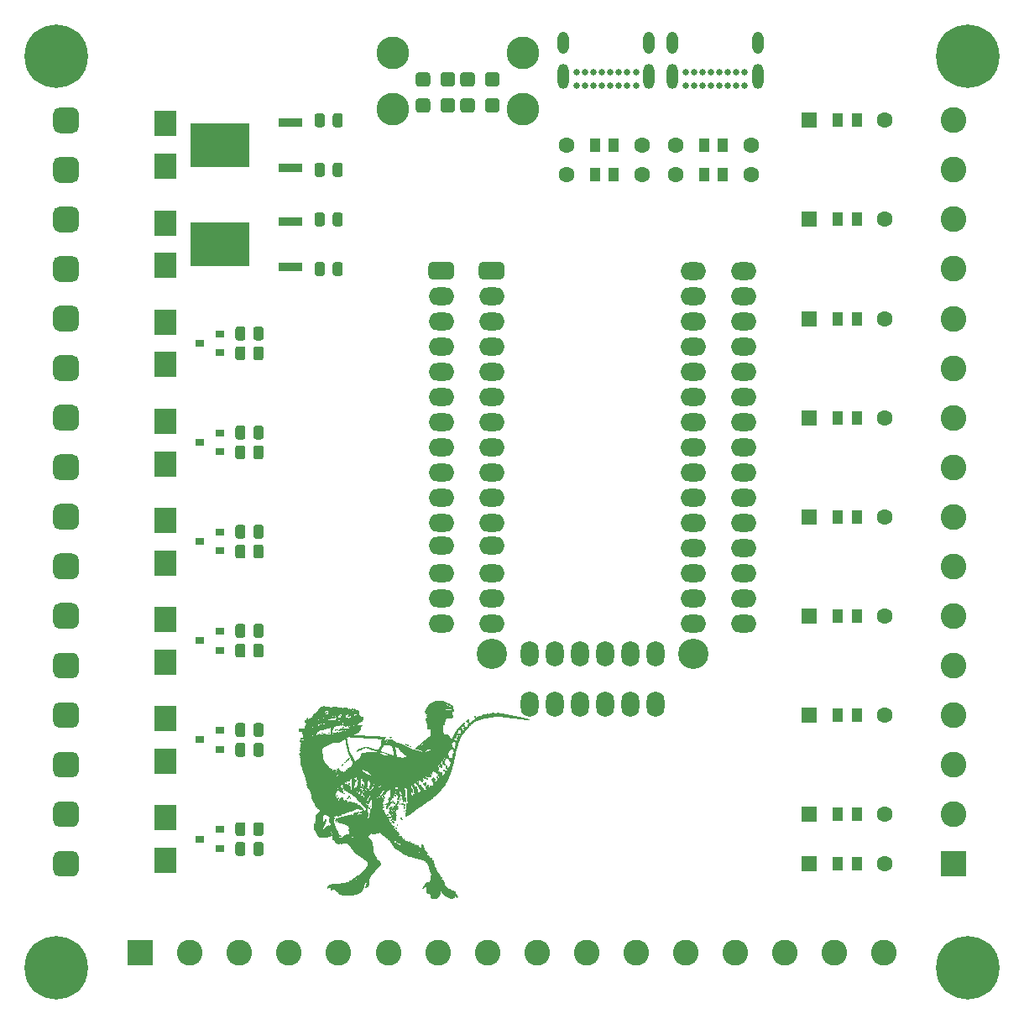
<source format=gbr>
%TF.GenerationSoftware,KiCad,Pcbnew,5.1.9-73d0e3b20d~88~ubuntu20.04.1*%
%TF.CreationDate,2021-09-25T17:35:02+05:30*%
%TF.ProjectId,veloce,76656c6f-6365-42e6-9b69-6361645f7063,rev?*%
%TF.SameCoordinates,Original*%
%TF.FileFunction,Soldermask,Top*%
%TF.FilePolarity,Negative*%
%FSLAX46Y46*%
G04 Gerber Fmt 4.6, Leading zero omitted, Abs format (unit mm)*
G04 Created by KiCad (PCBNEW 5.1.9-73d0e3b20d~88~ubuntu20.04.1) date 2021-09-25 17:35:02*
%MOMM*%
%LPD*%
G01*
G04 APERTURE LIST*
%ADD10C,0.010000*%
%ADD11O,2.600000X1.800000*%
%ADD12C,3.048000*%
%ADD13O,1.800000X2.600000*%
%ADD14C,6.400000*%
%ADD15C,0.800000*%
%ADD16C,2.600000*%
%ADD17R,2.600000X2.600000*%
%ADD18C,1.600000*%
%ADD19R,1.000000X1.450000*%
%ADD20R,2.489200X0.939800*%
%ADD21R,5.918200X4.368800*%
%ADD22R,1.600000X1.600000*%
%ADD23R,0.900000X0.800000*%
%ADD24C,0.650000*%
%ADD25O,1.108000X2.516000*%
%ADD26O,1.108000X2.216000*%
%ADD27C,3.300000*%
%ADD28R,2.300000X2.500000*%
G04 APERTURE END LIST*
D10*
%TO.C,G1*%
G36*
X172243370Y-125208597D02*
G01*
X172246071Y-125227590D01*
X172246072Y-125227929D01*
X172245127Y-125248757D01*
X172241190Y-125254385D01*
X172233976Y-125249095D01*
X172228747Y-125235938D01*
X172228438Y-125217961D01*
X172232510Y-125203796D01*
X172237000Y-125200714D01*
X172243370Y-125208597D01*
G37*
X172243370Y-125208597D02*
X172246071Y-125227590D01*
X172246072Y-125227929D01*
X172245127Y-125248757D01*
X172241190Y-125254385D01*
X172233976Y-125249095D01*
X172228747Y-125235938D01*
X172228438Y-125217961D01*
X172232510Y-125203796D01*
X172237000Y-125200714D01*
X172243370Y-125208597D01*
G36*
X173630039Y-125494501D02*
G01*
X173639212Y-125503726D01*
X173632027Y-125516435D01*
X173616353Y-125527020D01*
X173602366Y-125530539D01*
X173595214Y-125518667D01*
X173594884Y-125517443D01*
X173596950Y-125499764D01*
X173611416Y-125491682D01*
X173630039Y-125494501D01*
G37*
X173630039Y-125494501D02*
X173639212Y-125503726D01*
X173632027Y-125516435D01*
X173616353Y-125527020D01*
X173602366Y-125530539D01*
X173595214Y-125518667D01*
X173594884Y-125517443D01*
X173596950Y-125499764D01*
X173611416Y-125491682D01*
X173630039Y-125494501D01*
G36*
X174520109Y-125461471D02*
G01*
X174539188Y-125477484D01*
X174554332Y-125496372D01*
X174559286Y-125509801D01*
X174563212Y-125524181D01*
X174568357Y-125527286D01*
X174575434Y-125534975D01*
X174577429Y-125547729D01*
X174576510Y-125557345D01*
X174571452Y-125563346D01*
X174558801Y-125566580D01*
X174535103Y-125567895D01*
X174496906Y-125568140D01*
X174494330Y-125568139D01*
X174460138Y-125567840D01*
X174436078Y-125567062D01*
X174425248Y-125565939D01*
X174426295Y-125565174D01*
X174438889Y-125556612D01*
X174443691Y-125535504D01*
X174443471Y-125518542D01*
X174449259Y-125504730D01*
X174464004Y-125485839D01*
X174482205Y-125467711D01*
X174498363Y-125456188D01*
X174503551Y-125454714D01*
X174520109Y-125461471D01*
G37*
X174520109Y-125461471D02*
X174539188Y-125477484D01*
X174554332Y-125496372D01*
X174559286Y-125509801D01*
X174563212Y-125524181D01*
X174568357Y-125527286D01*
X174575434Y-125534975D01*
X174577429Y-125547729D01*
X174576510Y-125557345D01*
X174571452Y-125563346D01*
X174558801Y-125566580D01*
X174535103Y-125567895D01*
X174496906Y-125568140D01*
X174494330Y-125568139D01*
X174460138Y-125567840D01*
X174436078Y-125567062D01*
X174425248Y-125565939D01*
X174426295Y-125565174D01*
X174438889Y-125556612D01*
X174443691Y-125535504D01*
X174443471Y-125518542D01*
X174449259Y-125504730D01*
X174464004Y-125485839D01*
X174482205Y-125467711D01*
X174498363Y-125456188D01*
X174503551Y-125454714D01*
X174520109Y-125461471D01*
G36*
X174108024Y-125561736D02*
G01*
X174111391Y-125567808D01*
X174112774Y-125583289D01*
X174109283Y-125601904D01*
X174102987Y-125617182D01*
X174095957Y-125622651D01*
X174094186Y-125621591D01*
X174089112Y-125608473D01*
X174087672Y-125588106D01*
X174089560Y-125567987D01*
X174094469Y-125555614D01*
X174096928Y-125554500D01*
X174108024Y-125561736D01*
G37*
X174108024Y-125561736D02*
X174111391Y-125567808D01*
X174112774Y-125583289D01*
X174109283Y-125601904D01*
X174102987Y-125617182D01*
X174095957Y-125622651D01*
X174094186Y-125621591D01*
X174089112Y-125608473D01*
X174087672Y-125588106D01*
X174089560Y-125567987D01*
X174094469Y-125555614D01*
X174096928Y-125554500D01*
X174108024Y-125561736D01*
G36*
X173028345Y-125591579D02*
G01*
X173046831Y-125598974D01*
X173078321Y-125615870D01*
X173092296Y-125632828D01*
X173089331Y-125651249D01*
X173075176Y-125667961D01*
X173056189Y-125688854D01*
X173034953Y-125716881D01*
X173025980Y-125730302D01*
X173001067Y-125763929D01*
X172979300Y-125781860D01*
X172961628Y-125783458D01*
X172954669Y-125777987D01*
X172942011Y-125770951D01*
X172918746Y-125770734D01*
X172901556Y-125773101D01*
X172864150Y-125777654D01*
X172823737Y-125780306D01*
X172813036Y-125780543D01*
X172767679Y-125780883D01*
X172790222Y-125763562D01*
X172804099Y-125750005D01*
X172807124Y-125740657D01*
X172806838Y-125740314D01*
X172803591Y-125725880D01*
X172811114Y-125706070D01*
X172825954Y-125686770D01*
X172844658Y-125673869D01*
X172846123Y-125673322D01*
X172879353Y-125656389D01*
X172918139Y-125627985D01*
X172949426Y-125599804D01*
X172970213Y-125585774D01*
X172995139Y-125583044D01*
X173028345Y-125591579D01*
G37*
X173028345Y-125591579D02*
X173046831Y-125598974D01*
X173078321Y-125615870D01*
X173092296Y-125632828D01*
X173089331Y-125651249D01*
X173075176Y-125667961D01*
X173056189Y-125688854D01*
X173034953Y-125716881D01*
X173025980Y-125730302D01*
X173001067Y-125763929D01*
X172979300Y-125781860D01*
X172961628Y-125783458D01*
X172954669Y-125777987D01*
X172942011Y-125770951D01*
X172918746Y-125770734D01*
X172901556Y-125773101D01*
X172864150Y-125777654D01*
X172823737Y-125780306D01*
X172813036Y-125780543D01*
X172767679Y-125780883D01*
X172790222Y-125763562D01*
X172804099Y-125750005D01*
X172807124Y-125740657D01*
X172806838Y-125740314D01*
X172803591Y-125725880D01*
X172811114Y-125706070D01*
X172825954Y-125686770D01*
X172844658Y-125673869D01*
X172846123Y-125673322D01*
X172879353Y-125656389D01*
X172918139Y-125627985D01*
X172949426Y-125599804D01*
X172970213Y-125585774D01*
X172995139Y-125583044D01*
X173028345Y-125591579D01*
G36*
X171609827Y-125952508D02*
G01*
X171619170Y-125971937D01*
X171620143Y-125981599D01*
X171612867Y-125988696D01*
X171595915Y-125990180D01*
X171576606Y-125986801D01*
X171562255Y-125979307D01*
X171559572Y-125975406D01*
X171561303Y-125959267D01*
X171576670Y-125947820D01*
X171594226Y-125944711D01*
X171609827Y-125952508D01*
G37*
X171609827Y-125952508D02*
X171619170Y-125971937D01*
X171620143Y-125981599D01*
X171612867Y-125988696D01*
X171595915Y-125990180D01*
X171576606Y-125986801D01*
X171562255Y-125979307D01*
X171559572Y-125975406D01*
X171561303Y-125959267D01*
X171576670Y-125947820D01*
X171594226Y-125944711D01*
X171609827Y-125952508D01*
G36*
X171651917Y-126395198D02*
G01*
X171668507Y-126400993D01*
X171674654Y-126408522D01*
X171672672Y-126412138D01*
X171657319Y-126418533D01*
X171632895Y-126421660D01*
X171608258Y-126421019D01*
X171592929Y-126416615D01*
X171583888Y-126407667D01*
X171590955Y-126399201D01*
X171592929Y-126397814D01*
X171608784Y-126392649D01*
X171630228Y-126392097D01*
X171651917Y-126395198D01*
G37*
X171651917Y-126395198D02*
X171668507Y-126400993D01*
X171674654Y-126408522D01*
X171672672Y-126412138D01*
X171657319Y-126418533D01*
X171632895Y-126421660D01*
X171608258Y-126421019D01*
X171592929Y-126416615D01*
X171583888Y-126407667D01*
X171590955Y-126399201D01*
X171592929Y-126397814D01*
X171608784Y-126392649D01*
X171630228Y-126392097D01*
X171651917Y-126395198D01*
G36*
X173935625Y-126662851D02*
G01*
X173951583Y-126670266D01*
X173956036Y-126679357D01*
X173948314Y-126691093D01*
X173935625Y-126695863D01*
X173919704Y-126694185D01*
X173915219Y-126680169D01*
X173915215Y-126679357D01*
X173919358Y-126664809D01*
X173934770Y-126662735D01*
X173935625Y-126662851D01*
G37*
X173935625Y-126662851D02*
X173951583Y-126670266D01*
X173956036Y-126679357D01*
X173948314Y-126691093D01*
X173935625Y-126695863D01*
X173919704Y-126694185D01*
X173915219Y-126680169D01*
X173915215Y-126679357D01*
X173919358Y-126664809D01*
X173934770Y-126662735D01*
X173935625Y-126662851D01*
G36*
X172917984Y-126720566D02*
G01*
X172925332Y-126731807D01*
X172925226Y-126745450D01*
X172917893Y-126751929D01*
X172905607Y-126745335D01*
X172903750Y-126742857D01*
X172901975Y-126729404D01*
X172909175Y-126719966D01*
X172917984Y-126720566D01*
G37*
X172917984Y-126720566D02*
X172925332Y-126731807D01*
X172925226Y-126745450D01*
X172917893Y-126751929D01*
X172905607Y-126745335D01*
X172903750Y-126742857D01*
X172901975Y-126729404D01*
X172909175Y-126719966D01*
X172917984Y-126720566D01*
G36*
X173345519Y-126924262D02*
G01*
X173358259Y-126941984D01*
X173358648Y-126952842D01*
X173344746Y-126961062D01*
X173325715Y-126967434D01*
X173289656Y-126976638D01*
X173264146Y-126977243D01*
X173243704Y-126969148D01*
X173238873Y-126965849D01*
X173228743Y-126957890D01*
X173226388Y-126951771D01*
X173234181Y-126945114D01*
X173254494Y-126935539D01*
X173279752Y-126924853D01*
X173329182Y-126904086D01*
X173345519Y-126924262D01*
G37*
X173345519Y-126924262D02*
X173358259Y-126941984D01*
X173358648Y-126952842D01*
X173344746Y-126961062D01*
X173325715Y-126967434D01*
X173289656Y-126976638D01*
X173264146Y-126977243D01*
X173243704Y-126969148D01*
X173238873Y-126965849D01*
X173228743Y-126957890D01*
X173226388Y-126951771D01*
X173234181Y-126945114D01*
X173254494Y-126935539D01*
X173279752Y-126924853D01*
X173329182Y-126904086D01*
X173345519Y-126924262D01*
G36*
X173152472Y-126920962D02*
G01*
X173172866Y-126927344D01*
X173179019Y-126937753D01*
X173171588Y-126955727D01*
X173161668Y-126970511D01*
X173142506Y-126991357D01*
X173125155Y-126995168D01*
X173106742Y-126982436D01*
X173104728Y-126980268D01*
X173091520Y-126956853D01*
X173094104Y-126936910D01*
X173110138Y-126923350D01*
X173137280Y-126919081D01*
X173152472Y-126920962D01*
G37*
X173152472Y-126920962D02*
X173172866Y-126927344D01*
X173179019Y-126937753D01*
X173171588Y-126955727D01*
X173161668Y-126970511D01*
X173142506Y-126991357D01*
X173125155Y-126995168D01*
X173106742Y-126982436D01*
X173104728Y-126980268D01*
X173091520Y-126956853D01*
X173094104Y-126936910D01*
X173110138Y-126923350D01*
X173137280Y-126919081D01*
X173152472Y-126920962D01*
G36*
X173629137Y-126937564D02*
G01*
X173645727Y-126951619D01*
X173648165Y-126974933D01*
X173647589Y-126977481D01*
X173635629Y-127001529D01*
X173616623Y-127018927D01*
X173601716Y-127023783D01*
X173587343Y-127019091D01*
X173575118Y-127011647D01*
X173564198Y-127000005D01*
X173563163Y-126983995D01*
X173566870Y-126968557D01*
X173576693Y-126946163D01*
X173592421Y-126936444D01*
X173600820Y-126934970D01*
X173629137Y-126937564D01*
G37*
X173629137Y-126937564D02*
X173645727Y-126951619D01*
X173648165Y-126974933D01*
X173647589Y-126977481D01*
X173635629Y-127001529D01*
X173616623Y-127018927D01*
X173601716Y-127023783D01*
X173587343Y-127019091D01*
X173575118Y-127011647D01*
X173564198Y-127000005D01*
X173563163Y-126983995D01*
X173566870Y-126968557D01*
X173576693Y-126946163D01*
X173592421Y-126936444D01*
X173600820Y-126934970D01*
X173629137Y-126937564D01*
G36*
X173481813Y-127010321D02*
G01*
X173492732Y-127020098D01*
X173493393Y-127024072D01*
X173486021Y-127035768D01*
X173468712Y-127040218D01*
X173448675Y-127036101D01*
X173443500Y-127033195D01*
X173434456Y-127024489D01*
X173441621Y-127016229D01*
X173443500Y-127014948D01*
X173462999Y-127008165D01*
X173481813Y-127010321D01*
G37*
X173481813Y-127010321D02*
X173492732Y-127020098D01*
X173493393Y-127024072D01*
X173486021Y-127035768D01*
X173468712Y-127040218D01*
X173448675Y-127036101D01*
X173443500Y-127033195D01*
X173434456Y-127024489D01*
X173441621Y-127016229D01*
X173443500Y-127014948D01*
X173462999Y-127008165D01*
X173481813Y-127010321D01*
G36*
X171840346Y-127289202D02*
G01*
X171844901Y-127289621D01*
X171852304Y-127291189D01*
X171843546Y-127292387D01*
X171820606Y-127293038D01*
X171806107Y-127293105D01*
X171778077Y-127292718D01*
X171764008Y-127291733D01*
X171765588Y-127290327D01*
X171772329Y-127289561D01*
X171806590Y-127288147D01*
X171840346Y-127289202D01*
G37*
X171840346Y-127289202D02*
X171844901Y-127289621D01*
X171852304Y-127291189D01*
X171843546Y-127292387D01*
X171820606Y-127293038D01*
X171806107Y-127293105D01*
X171778077Y-127292718D01*
X171764008Y-127291733D01*
X171765588Y-127290327D01*
X171772329Y-127289561D01*
X171806590Y-127288147D01*
X171840346Y-127289202D01*
G36*
X172493403Y-127266457D02*
G01*
X172503020Y-127272869D01*
X172504607Y-127282607D01*
X172501639Y-127294071D01*
X172489756Y-127300246D01*
X172464493Y-127303339D01*
X172462340Y-127303482D01*
X172436225Y-127303431D01*
X172418460Y-127300178D01*
X172414815Y-127297706D01*
X172415664Y-127285398D01*
X172430392Y-127274367D01*
X172454774Y-127267047D01*
X172470755Y-127265485D01*
X172493403Y-127266457D01*
G37*
X172493403Y-127266457D02*
X172503020Y-127272869D01*
X172504607Y-127282607D01*
X172501639Y-127294071D01*
X172489756Y-127300246D01*
X172464493Y-127303339D01*
X172462340Y-127303482D01*
X172436225Y-127303431D01*
X172418460Y-127300178D01*
X172414815Y-127297706D01*
X172415664Y-127285398D01*
X172430392Y-127274367D01*
X172454774Y-127267047D01*
X172470755Y-127265485D01*
X172493403Y-127266457D01*
G36*
X178012807Y-129238814D02*
G01*
X178029126Y-129243298D01*
X178037658Y-129250402D01*
X178031292Y-129257474D01*
X178013191Y-129262771D01*
X177990554Y-129264576D01*
X177968039Y-129261289D01*
X177961072Y-129251107D01*
X177968857Y-129241696D01*
X177988138Y-129237365D01*
X178012807Y-129238814D01*
G37*
X178012807Y-129238814D02*
X178029126Y-129243298D01*
X178037658Y-129250402D01*
X178031292Y-129257474D01*
X178013191Y-129262771D01*
X177990554Y-129264576D01*
X177968039Y-129261289D01*
X177961072Y-129251107D01*
X177968857Y-129241696D01*
X177988138Y-129237365D01*
X178012807Y-129238814D01*
G36*
X178155529Y-129284896D02*
G01*
X178171894Y-129289818D01*
X178174250Y-129291929D01*
X178171036Y-129297878D01*
X178156131Y-129300570D01*
X178135690Y-129300003D01*
X178115871Y-129296178D01*
X178106215Y-129291929D01*
X178102198Y-129286295D01*
X178113640Y-129283528D01*
X178130626Y-129282996D01*
X178155529Y-129284896D01*
G37*
X178155529Y-129284896D02*
X178171894Y-129289818D01*
X178174250Y-129291929D01*
X178171036Y-129297878D01*
X178156131Y-129300570D01*
X178135690Y-129300003D01*
X178115871Y-129296178D01*
X178106215Y-129291929D01*
X178102198Y-129286295D01*
X178113640Y-129283528D01*
X178130626Y-129282996D01*
X178155529Y-129284896D01*
G36*
X178264392Y-129326384D02*
G01*
X178276991Y-129330914D01*
X178278572Y-129333808D01*
X178270627Y-129336140D01*
X178251279Y-129337148D01*
X178249090Y-129337147D01*
X178230757Y-129335482D01*
X178229938Y-129330626D01*
X178231951Y-129329187D01*
X178246444Y-129325517D01*
X178264392Y-129326384D01*
G37*
X178264392Y-129326384D02*
X178276991Y-129330914D01*
X178278572Y-129333808D01*
X178270627Y-129336140D01*
X178251279Y-129337148D01*
X178249090Y-129337147D01*
X178230757Y-129335482D01*
X178229938Y-129330626D01*
X178231951Y-129329187D01*
X178246444Y-129325517D01*
X178264392Y-129326384D01*
G36*
X178385480Y-129356834D02*
G01*
X178401011Y-129360608D01*
X178403349Y-129366768D01*
X178391075Y-129377459D01*
X178366431Y-129377991D01*
X178333000Y-129368630D01*
X178301250Y-129356453D01*
X178354167Y-129355941D01*
X178385480Y-129356834D01*
G37*
X178385480Y-129356834D02*
X178401011Y-129360608D01*
X178403349Y-129366768D01*
X178391075Y-129377459D01*
X178366431Y-129377991D01*
X178333000Y-129368630D01*
X178301250Y-129356453D01*
X178354167Y-129355941D01*
X178385480Y-129356834D01*
G36*
X178493192Y-129403242D02*
G01*
X178504791Y-129408224D01*
X178505357Y-129409857D01*
X178499714Y-129417119D01*
X178481456Y-129415852D01*
X178460000Y-129409857D01*
X178447378Y-129405153D01*
X178449657Y-129402828D01*
X178468377Y-129401772D01*
X178471340Y-129401690D01*
X178493192Y-129403242D01*
G37*
X178493192Y-129403242D02*
X178504791Y-129408224D01*
X178505357Y-129409857D01*
X178499714Y-129417119D01*
X178481456Y-129415852D01*
X178460000Y-129409857D01*
X178447378Y-129405153D01*
X178449657Y-129402828D01*
X178468377Y-129401772D01*
X178471340Y-129401690D01*
X178493192Y-129403242D01*
G36*
X184769179Y-128393857D02*
G01*
X184769838Y-128408896D01*
X184766691Y-128413581D01*
X184755570Y-128416837D01*
X184751036Y-128412000D01*
X184750377Y-128396961D01*
X184753524Y-128392277D01*
X184764644Y-128389021D01*
X184769179Y-128393857D01*
G37*
X184769179Y-128393857D02*
X184769838Y-128408896D01*
X184766691Y-128413581D01*
X184755570Y-128416837D01*
X184751036Y-128412000D01*
X184750377Y-128396961D01*
X184753524Y-128392277D01*
X184764644Y-128389021D01*
X184769179Y-128393857D01*
G36*
X184853089Y-128468094D02*
G01*
X184872546Y-128474701D01*
X184878036Y-128489107D01*
X184870606Y-128503757D01*
X184854114Y-128511295D01*
X184837258Y-128508314D01*
X184834573Y-128506121D01*
X184829106Y-128492464D01*
X184828143Y-128482457D01*
X184832229Y-128470123D01*
X184847570Y-128467583D01*
X184853089Y-128468094D01*
G37*
X184853089Y-128468094D02*
X184872546Y-128474701D01*
X184878036Y-128489107D01*
X184870606Y-128503757D01*
X184854114Y-128511295D01*
X184837258Y-128508314D01*
X184834573Y-128506121D01*
X184829106Y-128492464D01*
X184828143Y-128482457D01*
X184832229Y-128470123D01*
X184847570Y-128467583D01*
X184853089Y-128468094D01*
G36*
X177504476Y-132615095D02*
G01*
X177503231Y-132620488D01*
X177498429Y-132621143D01*
X177490962Y-132617824D01*
X177492381Y-132615095D01*
X177503147Y-132614010D01*
X177504476Y-132615095D01*
G37*
X177504476Y-132615095D02*
X177503231Y-132620488D01*
X177498429Y-132621143D01*
X177490962Y-132617824D01*
X177492381Y-132615095D01*
X177503147Y-132614010D01*
X177504476Y-132615095D01*
G36*
X179474465Y-132834684D02*
G01*
X179476000Y-132838857D01*
X179468653Y-132846905D01*
X179462393Y-132847929D01*
X179450321Y-132843030D01*
X179448786Y-132838857D01*
X179456133Y-132830809D01*
X179462393Y-132829786D01*
X179474465Y-132834684D01*
G37*
X179474465Y-132834684D02*
X179476000Y-132838857D01*
X179468653Y-132846905D01*
X179462393Y-132847929D01*
X179450321Y-132843030D01*
X179448786Y-132838857D01*
X179456133Y-132830809D01*
X179462393Y-132829786D01*
X179474465Y-132834684D01*
G36*
X184199096Y-129832701D02*
G01*
X184197679Y-129836214D01*
X184189527Y-129844868D01*
X184188072Y-129845286D01*
X184184176Y-129838267D01*
X184184072Y-129836214D01*
X184191045Y-129827492D01*
X184193678Y-129827143D01*
X184199096Y-129832701D01*
G37*
X184199096Y-129832701D02*
X184197679Y-129836214D01*
X184189527Y-129844868D01*
X184188072Y-129845286D01*
X184184176Y-129838267D01*
X184184072Y-129836214D01*
X184191045Y-129827492D01*
X184193678Y-129827143D01*
X184199096Y-129832701D01*
G36*
X184144317Y-129886989D02*
G01*
X184158107Y-129905830D01*
X184165619Y-129915207D01*
X184173028Y-129932465D01*
X184175000Y-129948317D01*
X184172532Y-129963319D01*
X184161592Y-129969456D01*
X184143250Y-129970472D01*
X184111500Y-129970472D01*
X184111500Y-129926557D01*
X184114284Y-129895009D01*
X184121874Y-129877644D01*
X184133127Y-129875842D01*
X184144317Y-129886989D01*
G37*
X184144317Y-129886989D02*
X184158107Y-129905830D01*
X184165619Y-129915207D01*
X184173028Y-129932465D01*
X184175000Y-129948317D01*
X184172532Y-129963319D01*
X184161592Y-129969456D01*
X184143250Y-129970472D01*
X184111500Y-129970472D01*
X184111500Y-129926557D01*
X184114284Y-129895009D01*
X184121874Y-129877644D01*
X184133127Y-129875842D01*
X184144317Y-129886989D01*
G36*
X184063742Y-130076181D02*
G01*
X184081275Y-130089874D01*
X184099982Y-130115944D01*
X184120968Y-130154501D01*
X184142066Y-130208747D01*
X184147048Y-130256829D01*
X184139068Y-130293392D01*
X184135875Y-130327186D01*
X184140419Y-130345206D01*
X184145933Y-130371143D01*
X184140235Y-130390500D01*
X184139890Y-130391060D01*
X184134627Y-130404638D01*
X184143395Y-130413105D01*
X184150997Y-130416282D01*
X184171341Y-130432544D01*
X184180062Y-130457714D01*
X184175611Y-130485610D01*
X184170669Y-130494854D01*
X184157089Y-130511593D01*
X184143833Y-130514704D01*
X184125804Y-130504237D01*
X184115088Y-130495379D01*
X184099589Y-130476586D01*
X184098160Y-130461435D01*
X184110676Y-130453509D01*
X184116571Y-130453072D01*
X184128305Y-130448634D01*
X184129643Y-130445154D01*
X184121513Y-130439734D01*
X184100830Y-130434829D01*
X184086554Y-130432963D01*
X184042398Y-130421302D01*
X183997694Y-130397454D01*
X183959388Y-130365758D01*
X183940374Y-130341671D01*
X183931434Y-130326101D01*
X183927200Y-130312517D01*
X183927564Y-130295613D01*
X183932417Y-130270083D01*
X183938390Y-130244399D01*
X183956879Y-130177684D01*
X183976937Y-130128120D01*
X183999164Y-130094742D01*
X184024157Y-130076584D01*
X184045084Y-130072373D01*
X184063742Y-130076181D01*
G37*
X184063742Y-130076181D02*
X184081275Y-130089874D01*
X184099982Y-130115944D01*
X184120968Y-130154501D01*
X184142066Y-130208747D01*
X184147048Y-130256829D01*
X184139068Y-130293392D01*
X184135875Y-130327186D01*
X184140419Y-130345206D01*
X184145933Y-130371143D01*
X184140235Y-130390500D01*
X184139890Y-130391060D01*
X184134627Y-130404638D01*
X184143395Y-130413105D01*
X184150997Y-130416282D01*
X184171341Y-130432544D01*
X184180062Y-130457714D01*
X184175611Y-130485610D01*
X184170669Y-130494854D01*
X184157089Y-130511593D01*
X184143833Y-130514704D01*
X184125804Y-130504237D01*
X184115088Y-130495379D01*
X184099589Y-130476586D01*
X184098160Y-130461435D01*
X184110676Y-130453509D01*
X184116571Y-130453072D01*
X184128305Y-130448634D01*
X184129643Y-130445154D01*
X184121513Y-130439734D01*
X184100830Y-130434829D01*
X184086554Y-130432963D01*
X184042398Y-130421302D01*
X183997694Y-130397454D01*
X183959388Y-130365758D01*
X183940374Y-130341671D01*
X183931434Y-130326101D01*
X183927200Y-130312517D01*
X183927564Y-130295613D01*
X183932417Y-130270083D01*
X183938390Y-130244399D01*
X183956879Y-130177684D01*
X183976937Y-130128120D01*
X183999164Y-130094742D01*
X184024157Y-130076584D01*
X184045084Y-130072373D01*
X184063742Y-130076181D01*
G36*
X183857500Y-130593679D02*
G01*
X183852964Y-130598214D01*
X183848429Y-130593679D01*
X183852964Y-130589143D01*
X183857500Y-130593679D01*
G37*
X183857500Y-130593679D02*
X183852964Y-130598214D01*
X183848429Y-130593679D01*
X183852964Y-130589143D01*
X183857500Y-130593679D01*
G36*
X183781635Y-130450716D02*
G01*
X183809348Y-130473482D01*
X183833764Y-130502946D01*
X183851679Y-130531785D01*
X183861120Y-130556052D01*
X183860114Y-130571801D01*
X183859113Y-130573016D01*
X183848495Y-130574126D01*
X183839879Y-130562903D01*
X183831293Y-130550208D01*
X183821318Y-130550098D01*
X183807443Y-130558335D01*
X183786311Y-130567731D01*
X183763638Y-130565215D01*
X183757459Y-130563199D01*
X183734341Y-130559519D01*
X183723754Y-130568883D01*
X183725735Y-130591184D01*
X183738025Y-130621673D01*
X183752763Y-130647364D01*
X183769385Y-130661750D01*
X183795119Y-130670862D01*
X183797768Y-130671539D01*
X183825038Y-130680718D01*
X183840294Y-130693562D01*
X183847976Y-130709673D01*
X183853193Y-130731406D01*
X183848739Y-130743037D01*
X183846270Y-130744884D01*
X183818672Y-130752127D01*
X183784955Y-130744577D01*
X183752407Y-130725883D01*
X183725495Y-130708560D01*
X183699807Y-130695894D01*
X183691416Y-130693090D01*
X183669491Y-130682334D01*
X183656987Y-130669026D01*
X183641720Y-130653175D01*
X183620940Y-130641967D01*
X183602332Y-130632001D01*
X183594431Y-130620863D01*
X183594429Y-130620703D01*
X183601903Y-130602738D01*
X183620669Y-130582405D01*
X183645240Y-130564245D01*
X183670132Y-130552795D01*
X183678472Y-130551154D01*
X183699310Y-130546624D01*
X183708219Y-130534751D01*
X183710456Y-130521107D01*
X183719049Y-130479087D01*
X183734480Y-130453010D01*
X183755694Y-130443384D01*
X183781635Y-130450716D01*
G37*
X183781635Y-130450716D02*
X183809348Y-130473482D01*
X183833764Y-130502946D01*
X183851679Y-130531785D01*
X183861120Y-130556052D01*
X183860114Y-130571801D01*
X183859113Y-130573016D01*
X183848495Y-130574126D01*
X183839879Y-130562903D01*
X183831293Y-130550208D01*
X183821318Y-130550098D01*
X183807443Y-130558335D01*
X183786311Y-130567731D01*
X183763638Y-130565215D01*
X183757459Y-130563199D01*
X183734341Y-130559519D01*
X183723754Y-130568883D01*
X183725735Y-130591184D01*
X183738025Y-130621673D01*
X183752763Y-130647364D01*
X183769385Y-130661750D01*
X183795119Y-130670862D01*
X183797768Y-130671539D01*
X183825038Y-130680718D01*
X183840294Y-130693562D01*
X183847976Y-130709673D01*
X183853193Y-130731406D01*
X183848739Y-130743037D01*
X183846270Y-130744884D01*
X183818672Y-130752127D01*
X183784955Y-130744577D01*
X183752407Y-130725883D01*
X183725495Y-130708560D01*
X183699807Y-130695894D01*
X183691416Y-130693090D01*
X183669491Y-130682334D01*
X183656987Y-130669026D01*
X183641720Y-130653175D01*
X183620940Y-130641967D01*
X183602332Y-130632001D01*
X183594431Y-130620863D01*
X183594429Y-130620703D01*
X183601903Y-130602738D01*
X183620669Y-130582405D01*
X183645240Y-130564245D01*
X183670132Y-130552795D01*
X183678472Y-130551154D01*
X183699310Y-130546624D01*
X183708219Y-130534751D01*
X183710456Y-130521107D01*
X183719049Y-130479087D01*
X183734480Y-130453010D01*
X183755694Y-130443384D01*
X183781635Y-130450716D01*
G36*
X183186213Y-131058203D02*
G01*
X183195286Y-131065393D01*
X183209833Y-131076875D01*
X183217369Y-131079000D01*
X183231146Y-131086491D01*
X183246955Y-131104856D01*
X183260594Y-131127931D01*
X183267855Y-131149554D01*
X183268179Y-131153472D01*
X183272966Y-131177187D01*
X183281464Y-131196929D01*
X183292089Y-131220356D01*
X183294281Y-131236632D01*
X183288268Y-131241623D01*
X183276480Y-131236985D01*
X183256738Y-131226541D01*
X183254250Y-131225105D01*
X183231489Y-131206701D01*
X183215202Y-131184946D01*
X183201907Y-131167485D01*
X183187716Y-131160643D01*
X183172384Y-131154124D01*
X183152028Y-131138069D01*
X183131976Y-131117736D01*
X183117556Y-131098379D01*
X183113643Y-131087585D01*
X183121422Y-131069983D01*
X183140433Y-131058043D01*
X183164192Y-131053529D01*
X183186213Y-131058203D01*
G37*
X183186213Y-131058203D02*
X183195286Y-131065393D01*
X183209833Y-131076875D01*
X183217369Y-131079000D01*
X183231146Y-131086491D01*
X183246955Y-131104856D01*
X183260594Y-131127931D01*
X183267855Y-131149554D01*
X183268179Y-131153472D01*
X183272966Y-131177187D01*
X183281464Y-131196929D01*
X183292089Y-131220356D01*
X183294281Y-131236632D01*
X183288268Y-131241623D01*
X183276480Y-131236985D01*
X183256738Y-131226541D01*
X183254250Y-131225105D01*
X183231489Y-131206701D01*
X183215202Y-131184946D01*
X183201907Y-131167485D01*
X183187716Y-131160643D01*
X183172384Y-131154124D01*
X183152028Y-131138069D01*
X183131976Y-131117736D01*
X183117556Y-131098379D01*
X183113643Y-131087585D01*
X183121422Y-131069983D01*
X183140433Y-131058043D01*
X183164192Y-131053529D01*
X183186213Y-131058203D01*
G36*
X182861803Y-131407416D02*
G01*
X182876645Y-131414449D01*
X182885246Y-131426457D01*
X182885348Y-131426946D01*
X182884161Y-131446828D01*
X182873646Y-131453668D01*
X182858014Y-131445017D01*
X182856707Y-131443625D01*
X182844912Y-131426420D01*
X182841500Y-131415566D01*
X182847747Y-131407180D01*
X182861803Y-131407416D01*
G37*
X182861803Y-131407416D02*
X182876645Y-131414449D01*
X182885246Y-131426457D01*
X182885348Y-131426946D01*
X182884161Y-131446828D01*
X182873646Y-131453668D01*
X182858014Y-131445017D01*
X182856707Y-131443625D01*
X182844912Y-131426420D01*
X182841500Y-131415566D01*
X182847747Y-131407180D01*
X182861803Y-131407416D01*
G36*
X183403572Y-131662847D02*
G01*
X183415501Y-131673748D01*
X183414395Y-131695414D01*
X183409933Y-131710063D01*
X183396827Y-131737749D01*
X183382758Y-131747341D01*
X183367478Y-131738849D01*
X183350881Y-131712575D01*
X183339809Y-131684777D01*
X183341468Y-131668467D01*
X183357114Y-131661082D01*
X183376714Y-131659849D01*
X183403572Y-131662847D01*
G37*
X183403572Y-131662847D02*
X183415501Y-131673748D01*
X183414395Y-131695414D01*
X183409933Y-131710063D01*
X183396827Y-131737749D01*
X183382758Y-131747341D01*
X183367478Y-131738849D01*
X183350881Y-131712575D01*
X183339809Y-131684777D01*
X183341468Y-131668467D01*
X183357114Y-131661082D01*
X183376714Y-131659849D01*
X183403572Y-131662847D01*
G36*
X182351423Y-131847822D02*
G01*
X182362535Y-131863194D01*
X182366689Y-131879480D01*
X182363823Y-131886721D01*
X182351490Y-131888043D01*
X182340304Y-131882479D01*
X182327798Y-131867300D01*
X182325117Y-131851600D01*
X182332661Y-131841827D01*
X182337717Y-131841000D01*
X182351423Y-131847822D01*
G37*
X182351423Y-131847822D02*
X182362535Y-131863194D01*
X182366689Y-131879480D01*
X182363823Y-131886721D01*
X182351490Y-131888043D01*
X182340304Y-131882479D01*
X182327798Y-131867300D01*
X182325117Y-131851600D01*
X182332661Y-131841827D01*
X182337717Y-131841000D01*
X182351423Y-131847822D01*
G36*
X182401726Y-131888890D02*
G01*
X182415143Y-131895429D01*
X182421279Y-131901716D01*
X182411742Y-131904160D01*
X182403804Y-131904361D01*
X182385703Y-131901617D01*
X182378857Y-131895429D01*
X182385573Y-131887386D01*
X182401726Y-131888890D01*
G37*
X182401726Y-131888890D02*
X182415143Y-131895429D01*
X182421279Y-131901716D01*
X182411742Y-131904160D01*
X182403804Y-131904361D01*
X182385703Y-131901617D01*
X182378857Y-131895429D01*
X182385573Y-131887386D01*
X182401726Y-131888890D01*
G36*
X181911415Y-131867907D02*
G01*
X181914752Y-131870380D01*
X181925628Y-131890867D01*
X181921347Y-131910805D01*
X181904495Y-131925864D01*
X181878114Y-131931714D01*
X181859362Y-131928694D01*
X181852986Y-131916824D01*
X181852714Y-131910992D01*
X181859321Y-131892416D01*
X181875224Y-131876479D01*
X181894547Y-131867027D01*
X181911415Y-131867907D01*
G37*
X181911415Y-131867907D02*
X181914752Y-131870380D01*
X181925628Y-131890867D01*
X181921347Y-131910805D01*
X181904495Y-131925864D01*
X181878114Y-131931714D01*
X181859362Y-131928694D01*
X181852986Y-131916824D01*
X181852714Y-131910992D01*
X181859321Y-131892416D01*
X181875224Y-131876479D01*
X181894547Y-131867027D01*
X181911415Y-131867907D01*
G36*
X181967709Y-131985961D02*
G01*
X181970643Y-132000721D01*
X181967609Y-132018606D01*
X181956798Y-132020655D01*
X181944726Y-132014351D01*
X181937086Y-132001928D01*
X181938705Y-131986249D01*
X181947197Y-131974859D01*
X181957500Y-131973969D01*
X181967709Y-131985961D01*
G37*
X181967709Y-131985961D02*
X181970643Y-132000721D01*
X181967609Y-132018606D01*
X181956798Y-132020655D01*
X181944726Y-132014351D01*
X181937086Y-132001928D01*
X181938705Y-131986249D01*
X181947197Y-131974859D01*
X181957500Y-131973969D01*
X181967709Y-131985961D01*
G36*
X183193964Y-131966153D02*
G01*
X183201970Y-131983209D01*
X183202652Y-131985151D01*
X183207631Y-132004819D01*
X183203570Y-132017136D01*
X183187452Y-132025173D01*
X183156740Y-132031914D01*
X183133101Y-132034854D01*
X183120308Y-132030728D01*
X183111712Y-132017272D01*
X183111342Y-132016466D01*
X183107681Y-131993712D01*
X183120540Y-131976829D01*
X183150354Y-131965345D01*
X183160105Y-131963335D01*
X183182336Y-131960721D01*
X183193964Y-131966153D01*
G37*
X183193964Y-131966153D02*
X183201970Y-131983209D01*
X183202652Y-131985151D01*
X183207631Y-132004819D01*
X183203570Y-132017136D01*
X183187452Y-132025173D01*
X183156740Y-132031914D01*
X183133101Y-132034854D01*
X183120308Y-132030728D01*
X183111712Y-132017272D01*
X183111342Y-132016466D01*
X183107681Y-131993712D01*
X183120540Y-131976829D01*
X183150354Y-131965345D01*
X183160105Y-131963335D01*
X183182336Y-131960721D01*
X183193964Y-131966153D01*
G36*
X181471328Y-132124692D02*
G01*
X181476647Y-132130503D01*
X181476250Y-132131286D01*
X181468526Y-132138676D01*
X181455633Y-132137408D01*
X181439964Y-132131286D01*
X181430549Y-132126030D01*
X181436284Y-132123579D01*
X181451839Y-132122852D01*
X181471328Y-132124692D01*
G37*
X181471328Y-132124692D02*
X181476647Y-132130503D01*
X181476250Y-132131286D01*
X181468526Y-132138676D01*
X181455633Y-132137408D01*
X181439964Y-132131286D01*
X181430549Y-132126030D01*
X181436284Y-132123579D01*
X181451839Y-132122852D01*
X181471328Y-132124692D01*
G36*
X181480522Y-132165403D02*
G01*
X181480786Y-132167572D01*
X181473883Y-132176379D01*
X181471714Y-132176643D01*
X181462907Y-132169740D01*
X181462643Y-132167572D01*
X181469546Y-132158764D01*
X181471714Y-132158500D01*
X181480522Y-132165403D01*
G37*
X181480522Y-132165403D02*
X181480786Y-132167572D01*
X181473883Y-132176379D01*
X181471714Y-132176643D01*
X181462907Y-132169740D01*
X181462643Y-132167572D01*
X181469546Y-132158764D01*
X181471714Y-132158500D01*
X181480522Y-132165403D01*
G36*
X182209575Y-132302042D02*
G01*
X182233990Y-132317024D01*
X182242872Y-132324475D01*
X182266452Y-132344257D01*
X182287222Y-132360173D01*
X182293397Y-132364342D01*
X182305244Y-132372593D01*
X182300755Y-132375264D01*
X182291153Y-132375681D01*
X182261646Y-132380310D01*
X182246434Y-132393506D01*
X182242786Y-132412853D01*
X182249455Y-132437431D01*
X182270508Y-132458219D01*
X182292539Y-132480683D01*
X182296859Y-132502636D01*
X182283846Y-132522167D01*
X182254920Y-132537024D01*
X182224663Y-132550491D01*
X182197673Y-132567921D01*
X182193221Y-132571741D01*
X182175317Y-132587713D01*
X182164600Y-132592260D01*
X182154691Y-132586005D01*
X182145621Y-132576398D01*
X182130595Y-132556716D01*
X182114429Y-132530752D01*
X182111741Y-132525857D01*
X182100997Y-132502035D01*
X182100177Y-132485846D01*
X182105014Y-132475352D01*
X182110291Y-132461969D01*
X182107327Y-132457857D01*
X182094887Y-132464425D01*
X182093440Y-132466391D01*
X182082306Y-132470324D01*
X182064938Y-132461787D01*
X182044745Y-132443679D01*
X182025134Y-132418900D01*
X182012997Y-132397964D01*
X182001433Y-132371744D01*
X181995303Y-132352407D01*
X181995397Y-132345413D01*
X182012022Y-132339637D01*
X182036715Y-132341468D01*
X182061733Y-132349616D01*
X182075756Y-132358815D01*
X182097608Y-132371981D01*
X182127072Y-132381346D01*
X182135305Y-132382719D01*
X182162169Y-132387712D01*
X182181961Y-132394176D01*
X182185716Y-132396383D01*
X182195232Y-132397546D01*
X182202374Y-132382265D01*
X182202958Y-132380020D01*
X182204047Y-132357563D01*
X182191205Y-132340434D01*
X182189725Y-132339212D01*
X182173048Y-132321430D01*
X182173625Y-132308642D01*
X182189992Y-132300587D01*
X182209575Y-132302042D01*
G37*
X182209575Y-132302042D02*
X182233990Y-132317024D01*
X182242872Y-132324475D01*
X182266452Y-132344257D01*
X182287222Y-132360173D01*
X182293397Y-132364342D01*
X182305244Y-132372593D01*
X182300755Y-132375264D01*
X182291153Y-132375681D01*
X182261646Y-132380310D01*
X182246434Y-132393506D01*
X182242786Y-132412853D01*
X182249455Y-132437431D01*
X182270508Y-132458219D01*
X182292539Y-132480683D01*
X182296859Y-132502636D01*
X182283846Y-132522167D01*
X182254920Y-132537024D01*
X182224663Y-132550491D01*
X182197673Y-132567921D01*
X182193221Y-132571741D01*
X182175317Y-132587713D01*
X182164600Y-132592260D01*
X182154691Y-132586005D01*
X182145621Y-132576398D01*
X182130595Y-132556716D01*
X182114429Y-132530752D01*
X182111741Y-132525857D01*
X182100997Y-132502035D01*
X182100177Y-132485846D01*
X182105014Y-132475352D01*
X182110291Y-132461969D01*
X182107327Y-132457857D01*
X182094887Y-132464425D01*
X182093440Y-132466391D01*
X182082306Y-132470324D01*
X182064938Y-132461787D01*
X182044745Y-132443679D01*
X182025134Y-132418900D01*
X182012997Y-132397964D01*
X182001433Y-132371744D01*
X181995303Y-132352407D01*
X181995397Y-132345413D01*
X182012022Y-132339637D01*
X182036715Y-132341468D01*
X182061733Y-132349616D01*
X182075756Y-132358815D01*
X182097608Y-132371981D01*
X182127072Y-132381346D01*
X182135305Y-132382719D01*
X182162169Y-132387712D01*
X182181961Y-132394176D01*
X182185716Y-132396383D01*
X182195232Y-132397546D01*
X182202374Y-132382265D01*
X182202958Y-132380020D01*
X182204047Y-132357563D01*
X182191205Y-132340434D01*
X182189725Y-132339212D01*
X182173048Y-132321430D01*
X182173625Y-132308642D01*
X182189992Y-132300587D01*
X182209575Y-132302042D01*
G36*
X174565255Y-132367487D02*
G01*
X174572870Y-132387514D01*
X174575511Y-132398510D01*
X174575300Y-132399037D01*
X174549133Y-132414342D01*
X174523988Y-132419777D01*
X174504953Y-132414843D01*
X174498523Y-132406547D01*
X174501177Y-132389375D01*
X174520567Y-132366702D01*
X174522780Y-132364697D01*
X174552803Y-132337872D01*
X174565255Y-132367487D01*
G37*
X174565255Y-132367487D02*
X174572870Y-132387514D01*
X174575511Y-132398510D01*
X174575300Y-132399037D01*
X174549133Y-132414342D01*
X174523988Y-132419777D01*
X174504953Y-132414843D01*
X174498523Y-132406547D01*
X174501177Y-132389375D01*
X174520567Y-132366702D01*
X174522780Y-132364697D01*
X174552803Y-132337872D01*
X174565255Y-132367487D01*
G36*
X180927151Y-133246629D02*
G01*
X180927522Y-133247222D01*
X180932014Y-133262156D01*
X180930831Y-133267049D01*
X180918023Y-133273831D01*
X180901961Y-133271242D01*
X180896314Y-133266242D01*
X180898216Y-133254781D01*
X180905541Y-133246415D01*
X180918325Y-133239284D01*
X180927151Y-133246629D01*
G37*
X180927151Y-133246629D02*
X180927522Y-133247222D01*
X180932014Y-133262156D01*
X180930831Y-133267049D01*
X180918023Y-133273831D01*
X180901961Y-133271242D01*
X180896314Y-133266242D01*
X180898216Y-133254781D01*
X180905541Y-133246415D01*
X180918325Y-133239284D01*
X180927151Y-133246629D01*
G36*
X175930478Y-132453237D02*
G01*
X175942951Y-132471433D01*
X175945318Y-132485072D01*
X175945120Y-132515986D01*
X175941137Y-132549487D01*
X175940428Y-132553107D01*
X175933721Y-132576890D01*
X175923574Y-132588075D01*
X175905575Y-132592101D01*
X175876148Y-132587695D01*
X175862840Y-132577780D01*
X175851185Y-132553200D01*
X175847429Y-132518608D01*
X175848781Y-132491730D01*
X175855060Y-132476152D01*
X175869601Y-132465101D01*
X175875257Y-132462076D01*
X175907913Y-132450118D01*
X175930478Y-132453237D01*
G37*
X175930478Y-132453237D02*
X175942951Y-132471433D01*
X175945318Y-132485072D01*
X175945120Y-132515986D01*
X175941137Y-132549487D01*
X175940428Y-132553107D01*
X175933721Y-132576890D01*
X175923574Y-132588075D01*
X175905575Y-132592101D01*
X175876148Y-132587695D01*
X175862840Y-132577780D01*
X175851185Y-132553200D01*
X175847429Y-132518608D01*
X175848781Y-132491730D01*
X175855060Y-132476152D01*
X175869601Y-132465101D01*
X175875257Y-132462076D01*
X175907913Y-132450118D01*
X175930478Y-132453237D01*
G36*
X175492238Y-133164066D02*
G01*
X175485708Y-133177667D01*
X175479283Y-133195518D01*
X175480535Y-133204281D01*
X175478084Y-133218058D01*
X175466845Y-133224261D01*
X175452411Y-133235042D01*
X175450314Y-133245162D01*
X175445121Y-133259194D01*
X175437044Y-133263264D01*
X175426820Y-133262731D01*
X175424574Y-133252184D01*
X175426904Y-133236379D01*
X175432771Y-133213434D01*
X175439327Y-133198791D01*
X175439705Y-133198341D01*
X175443468Y-133183747D01*
X175442217Y-133178310D01*
X175446125Y-133167000D01*
X175461491Y-133160183D01*
X175483901Y-133157681D01*
X175492238Y-133164066D01*
G37*
X175492238Y-133164066D02*
X175485708Y-133177667D01*
X175479283Y-133195518D01*
X175480535Y-133204281D01*
X175478084Y-133218058D01*
X175466845Y-133224261D01*
X175452411Y-133235042D01*
X175450314Y-133245162D01*
X175445121Y-133259194D01*
X175437044Y-133263264D01*
X175426820Y-133262731D01*
X175424574Y-133252184D01*
X175426904Y-133236379D01*
X175432771Y-133213434D01*
X175439327Y-133198791D01*
X175439705Y-133198341D01*
X175443468Y-133183747D01*
X175442217Y-133178310D01*
X175446125Y-133167000D01*
X175461491Y-133160183D01*
X175483901Y-133157681D01*
X175492238Y-133164066D01*
G36*
X175797017Y-133149140D02*
G01*
X175823952Y-133152640D01*
X175839958Y-133160884D01*
X175845322Y-133176182D01*
X175840329Y-133200847D01*
X175825265Y-133237192D01*
X175811422Y-133265746D01*
X175783402Y-133319354D01*
X175760205Y-133357095D01*
X175740410Y-133380138D01*
X175722598Y-133389653D01*
X175705350Y-133386809D01*
X175687246Y-133372773D01*
X175684692Y-133370120D01*
X175663936Y-133348026D01*
X175684623Y-133265268D01*
X175698687Y-133215876D01*
X175713502Y-133182037D01*
X175731500Y-133161236D01*
X175755112Y-133150962D01*
X175786771Y-133148702D01*
X175797017Y-133149140D01*
G37*
X175797017Y-133149140D02*
X175823952Y-133152640D01*
X175839958Y-133160884D01*
X175845322Y-133176182D01*
X175840329Y-133200847D01*
X175825265Y-133237192D01*
X175811422Y-133265746D01*
X175783402Y-133319354D01*
X175760205Y-133357095D01*
X175740410Y-133380138D01*
X175722598Y-133389653D01*
X175705350Y-133386809D01*
X175687246Y-133372773D01*
X175684692Y-133370120D01*
X175663936Y-133348026D01*
X175684623Y-133265268D01*
X175698687Y-133215876D01*
X175713502Y-133182037D01*
X175731500Y-133161236D01*
X175755112Y-133150962D01*
X175786771Y-133148702D01*
X175797017Y-133149140D01*
G36*
X176572556Y-133519665D02*
G01*
X176573143Y-133523750D01*
X176566900Y-133533407D01*
X176546417Y-133536996D01*
X176539125Y-133537069D01*
X176517846Y-133536304D01*
X176512256Y-133533163D01*
X176519903Y-133525612D01*
X176522716Y-133523462D01*
X176543995Y-133512533D01*
X176562445Y-133511278D01*
X176572556Y-133519665D01*
G37*
X176572556Y-133519665D02*
X176573143Y-133523750D01*
X176566900Y-133533407D01*
X176546417Y-133536996D01*
X176539125Y-133537069D01*
X176517846Y-133536304D01*
X176512256Y-133533163D01*
X176519903Y-133525612D01*
X176522716Y-133523462D01*
X176543995Y-133512533D01*
X176562445Y-133511278D01*
X176572556Y-133519665D01*
G36*
X176691072Y-134684893D02*
G01*
X176686536Y-134689429D01*
X176682000Y-134684893D01*
X176686536Y-134680357D01*
X176691072Y-134684893D01*
G37*
X176691072Y-134684893D02*
X176686536Y-134689429D01*
X176682000Y-134684893D01*
X176686536Y-134680357D01*
X176691072Y-134684893D01*
G36*
X176510247Y-134805752D02*
G01*
X176538376Y-134824983D01*
X176551589Y-134844264D01*
X176550169Y-134860647D01*
X176534400Y-134871183D01*
X176504566Y-134872922D01*
X176503789Y-134872843D01*
X176475268Y-134864040D01*
X176455647Y-134846953D01*
X176448847Y-134825603D01*
X176450206Y-134817917D01*
X176462108Y-134799240D01*
X176482133Y-134795549D01*
X176510247Y-134805752D01*
G37*
X176510247Y-134805752D02*
X176538376Y-134824983D01*
X176551589Y-134844264D01*
X176550169Y-134860647D01*
X176534400Y-134871183D01*
X176504566Y-134872922D01*
X176503789Y-134872843D01*
X176475268Y-134864040D01*
X176455647Y-134846953D01*
X176448847Y-134825603D01*
X176450206Y-134817917D01*
X176462108Y-134799240D01*
X176482133Y-134795549D01*
X176510247Y-134805752D01*
G36*
X176624548Y-134910167D02*
G01*
X176623303Y-134915560D01*
X176618500Y-134916214D01*
X176611033Y-134912895D01*
X176612453Y-134910167D01*
X176623218Y-134909081D01*
X176624548Y-134910167D01*
G37*
X176624548Y-134910167D02*
X176623303Y-134915560D01*
X176618500Y-134916214D01*
X176611033Y-134912895D01*
X176612453Y-134910167D01*
X176623218Y-134909081D01*
X176624548Y-134910167D01*
G36*
X176482429Y-135818822D02*
G01*
X176477893Y-135823357D01*
X176473357Y-135818822D01*
X176477893Y-135814286D01*
X176482429Y-135818822D01*
G37*
X176482429Y-135818822D02*
X176477893Y-135823357D01*
X176473357Y-135818822D01*
X176477893Y-135814286D01*
X176482429Y-135818822D01*
G36*
X172662227Y-137122049D02*
G01*
X172669723Y-137138416D01*
X172671182Y-137160585D01*
X172666923Y-137178794D01*
X172657289Y-137189187D01*
X172643596Y-137194188D01*
X172635109Y-137190875D01*
X172631311Y-137172005D01*
X172631492Y-137147767D01*
X172635275Y-137127825D01*
X172637750Y-137123171D01*
X172650850Y-137115597D01*
X172662227Y-137122049D01*
G37*
X172662227Y-137122049D02*
X172669723Y-137138416D01*
X172671182Y-137160585D01*
X172666923Y-137178794D01*
X172657289Y-137189187D01*
X172643596Y-137194188D01*
X172635109Y-137190875D01*
X172631311Y-137172005D01*
X172631492Y-137147767D01*
X172635275Y-137127825D01*
X172637750Y-137123171D01*
X172650850Y-137115597D01*
X172662227Y-137122049D01*
G36*
X174030686Y-133413948D02*
G01*
X174027981Y-133418071D01*
X174018780Y-133418713D01*
X174009100Y-133416497D01*
X174013299Y-133413232D01*
X174027477Y-133412151D01*
X174030686Y-133413948D01*
G37*
X174030686Y-133413948D02*
X174027981Y-133418071D01*
X174018780Y-133418713D01*
X174009100Y-133416497D01*
X174013299Y-133413232D01*
X174027477Y-133412151D01*
X174030686Y-133413948D01*
G36*
X173314352Y-133590341D02*
G01*
X173322466Y-133603018D01*
X173323822Y-133611320D01*
X173319603Y-133635829D01*
X173305928Y-133649873D01*
X173285310Y-133662009D01*
X173272511Y-133660770D01*
X173262019Y-133645085D01*
X173260100Y-133640974D01*
X173254952Y-133614331D01*
X173265463Y-133595600D01*
X173289936Y-133587408D01*
X173294810Y-133587250D01*
X173314352Y-133590341D01*
G37*
X173314352Y-133590341D02*
X173322466Y-133603018D01*
X173323822Y-133611320D01*
X173319603Y-133635829D01*
X173305928Y-133649873D01*
X173285310Y-133662009D01*
X173272511Y-133660770D01*
X173262019Y-133645085D01*
X173260100Y-133640974D01*
X173254952Y-133614331D01*
X173265463Y-133595600D01*
X173289936Y-133587408D01*
X173294810Y-133587250D01*
X173314352Y-133590341D01*
G36*
X174539415Y-133625100D02*
G01*
X174560437Y-133639824D01*
X174578197Y-133657812D01*
X174586439Y-133673699D01*
X174586500Y-133674808D01*
X174578787Y-133690822D01*
X174559348Y-133708662D01*
X174533734Y-133724611D01*
X174507495Y-133734957D01*
X174493680Y-133736929D01*
X174477325Y-133735179D01*
X174470219Y-133726429D01*
X174468581Y-133705426D01*
X174468572Y-133702054D01*
X174473684Y-133673679D01*
X174486651Y-133646654D01*
X174503919Y-133626568D01*
X174521388Y-133619000D01*
X174539415Y-133625100D01*
G37*
X174539415Y-133625100D02*
X174560437Y-133639824D01*
X174578197Y-133657812D01*
X174586439Y-133673699D01*
X174586500Y-133674808D01*
X174578787Y-133690822D01*
X174559348Y-133708662D01*
X174533734Y-133724611D01*
X174507495Y-133734957D01*
X174493680Y-133736929D01*
X174477325Y-133735179D01*
X174470219Y-133726429D01*
X174468581Y-133705426D01*
X174468572Y-133702054D01*
X174473684Y-133673679D01*
X174486651Y-133646654D01*
X174503919Y-133626568D01*
X174521388Y-133619000D01*
X174539415Y-133625100D01*
G36*
X174674183Y-133795581D02*
G01*
X174683127Y-133806770D01*
X174675511Y-133822705D01*
X174668581Y-133829112D01*
X174644798Y-133842460D01*
X174622942Y-133845083D01*
X174609295Y-133836902D01*
X174607781Y-133820035D01*
X174619090Y-133803622D01*
X174638547Y-133792922D01*
X174649784Y-133791357D01*
X174674183Y-133795581D01*
G37*
X174674183Y-133795581D02*
X174683127Y-133806770D01*
X174675511Y-133822705D01*
X174668581Y-133829112D01*
X174644798Y-133842460D01*
X174622942Y-133845083D01*
X174609295Y-133836902D01*
X174607781Y-133820035D01*
X174619090Y-133803622D01*
X174638547Y-133792922D01*
X174649784Y-133791357D01*
X174674183Y-133795581D01*
G36*
X174426850Y-133790611D02*
G01*
X174438688Y-133808191D01*
X174440530Y-133827975D01*
X174432286Y-133841250D01*
X174424754Y-133854003D01*
X174423214Y-133865075D01*
X174419168Y-133878356D01*
X174406594Y-133878019D01*
X174386735Y-133880525D01*
X174373438Y-133891015D01*
X174355917Y-133906525D01*
X174344452Y-133905715D01*
X174336664Y-133888328D01*
X174336323Y-133886997D01*
X174335893Y-133851089D01*
X174351808Y-133819181D01*
X174379838Y-133796303D01*
X174402415Y-133785619D01*
X174416635Y-133784592D01*
X174426850Y-133790611D01*
G37*
X174426850Y-133790611D02*
X174438688Y-133808191D01*
X174440530Y-133827975D01*
X174432286Y-133841250D01*
X174424754Y-133854003D01*
X174423214Y-133865075D01*
X174419168Y-133878356D01*
X174406594Y-133878019D01*
X174386735Y-133880525D01*
X174373438Y-133891015D01*
X174355917Y-133906525D01*
X174344452Y-133905715D01*
X174336664Y-133888328D01*
X174336323Y-133886997D01*
X174335893Y-133851089D01*
X174351808Y-133819181D01*
X174379838Y-133796303D01*
X174402415Y-133785619D01*
X174416635Y-133784592D01*
X174426850Y-133790611D01*
G36*
X173795714Y-133813169D02*
G01*
X173823606Y-133826619D01*
X173848690Y-133838650D01*
X173851715Y-133840093D01*
X173867389Y-133851729D01*
X173875047Y-133871084D01*
X173877175Y-133889003D01*
X173877443Y-133910901D01*
X173872656Y-133928395D01*
X173860116Y-133947166D01*
X173837582Y-133972409D01*
X173801639Y-134005419D01*
X173770742Y-134021968D01*
X173764783Y-134023419D01*
X173737064Y-134032686D01*
X173714541Y-134046313D01*
X173695631Y-134059697D01*
X173679229Y-134061005D01*
X173659214Y-134049740D01*
X173647985Y-134040916D01*
X173623898Y-134025458D01*
X173600490Y-134016666D01*
X173598093Y-134016295D01*
X173583428Y-134012749D01*
X173577604Y-134003110D01*
X173577809Y-133981876D01*
X173578189Y-133977322D01*
X173581632Y-133953611D01*
X173589507Y-133938793D01*
X173605723Y-133930023D01*
X173634187Y-133924460D01*
X173654258Y-133921990D01*
X173690274Y-133915886D01*
X173712318Y-133905320D01*
X173724541Y-133886699D01*
X173731095Y-133856430D01*
X173731242Y-133855348D01*
X173739034Y-133822446D01*
X173752544Y-133806029D01*
X173773694Y-133804836D01*
X173795714Y-133813169D01*
G37*
X173795714Y-133813169D02*
X173823606Y-133826619D01*
X173848690Y-133838650D01*
X173851715Y-133840093D01*
X173867389Y-133851729D01*
X173875047Y-133871084D01*
X173877175Y-133889003D01*
X173877443Y-133910901D01*
X173872656Y-133928395D01*
X173860116Y-133947166D01*
X173837582Y-133972409D01*
X173801639Y-134005419D01*
X173770742Y-134021968D01*
X173764783Y-134023419D01*
X173737064Y-134032686D01*
X173714541Y-134046313D01*
X173695631Y-134059697D01*
X173679229Y-134061005D01*
X173659214Y-134049740D01*
X173647985Y-134040916D01*
X173623898Y-134025458D01*
X173600490Y-134016666D01*
X173598093Y-134016295D01*
X173583428Y-134012749D01*
X173577604Y-134003110D01*
X173577809Y-133981876D01*
X173578189Y-133977322D01*
X173581632Y-133953611D01*
X173589507Y-133938793D01*
X173605723Y-133930023D01*
X173634187Y-133924460D01*
X173654258Y-133921990D01*
X173690274Y-133915886D01*
X173712318Y-133905320D01*
X173724541Y-133886699D01*
X173731095Y-133856430D01*
X173731242Y-133855348D01*
X173739034Y-133822446D01*
X173752544Y-133806029D01*
X173773694Y-133804836D01*
X173795714Y-133813169D01*
G36*
X176039203Y-135098038D02*
G01*
X176049484Y-135114711D01*
X176054123Y-135144862D01*
X176055093Y-135161143D01*
X176058066Y-135187787D01*
X176063253Y-135206768D01*
X176065628Y-135210582D01*
X176073940Y-135230045D01*
X176069620Y-135252388D01*
X176056072Y-135267895D01*
X176041632Y-135285430D01*
X176037929Y-135300716D01*
X176034378Y-135320026D01*
X176021425Y-135334180D01*
X175995617Y-135346087D01*
X175976967Y-135352061D01*
X175951349Y-135358315D01*
X175933328Y-135356827D01*
X175913504Y-135346204D01*
X175906726Y-135341659D01*
X175887027Y-135326799D01*
X175875741Y-135315488D01*
X175874705Y-135313089D01*
X175867017Y-135307298D01*
X175848311Y-135306280D01*
X175824893Y-135309425D01*
X175803070Y-135316123D01*
X175794369Y-135320862D01*
X175777472Y-135329100D01*
X175750401Y-135338926D01*
X175719358Y-135348486D01*
X175690546Y-135355922D01*
X175670165Y-135359379D01*
X175666000Y-135359278D01*
X175655258Y-135355068D01*
X175641228Y-135348453D01*
X175625074Y-135337108D01*
X175615860Y-135324821D01*
X175616564Y-135316501D01*
X175621152Y-135315357D01*
X175630563Y-135307831D01*
X175639253Y-135291450D01*
X175644588Y-135279351D01*
X175651972Y-135272649D01*
X175665731Y-135270341D01*
X175690191Y-135271428D01*
X175716085Y-135273680D01*
X175783827Y-135279819D01*
X175806057Y-135229552D01*
X175819869Y-135202880D01*
X175833164Y-135184662D01*
X175841454Y-135179286D01*
X175854696Y-135172873D01*
X175873617Y-135156555D01*
X175884171Y-135145268D01*
X175908630Y-135118911D01*
X175929188Y-135103603D01*
X175952756Y-135095824D01*
X175986248Y-135092055D01*
X175989076Y-135091855D01*
X176020121Y-135091525D01*
X176039203Y-135098038D01*
G37*
X176039203Y-135098038D02*
X176049484Y-135114711D01*
X176054123Y-135144862D01*
X176055093Y-135161143D01*
X176058066Y-135187787D01*
X176063253Y-135206768D01*
X176065628Y-135210582D01*
X176073940Y-135230045D01*
X176069620Y-135252388D01*
X176056072Y-135267895D01*
X176041632Y-135285430D01*
X176037929Y-135300716D01*
X176034378Y-135320026D01*
X176021425Y-135334180D01*
X175995617Y-135346087D01*
X175976967Y-135352061D01*
X175951349Y-135358315D01*
X175933328Y-135356827D01*
X175913504Y-135346204D01*
X175906726Y-135341659D01*
X175887027Y-135326799D01*
X175875741Y-135315488D01*
X175874705Y-135313089D01*
X175867017Y-135307298D01*
X175848311Y-135306280D01*
X175824893Y-135309425D01*
X175803070Y-135316123D01*
X175794369Y-135320862D01*
X175777472Y-135329100D01*
X175750401Y-135338926D01*
X175719358Y-135348486D01*
X175690546Y-135355922D01*
X175670165Y-135359379D01*
X175666000Y-135359278D01*
X175655258Y-135355068D01*
X175641228Y-135348453D01*
X175625074Y-135337108D01*
X175615860Y-135324821D01*
X175616564Y-135316501D01*
X175621152Y-135315357D01*
X175630563Y-135307831D01*
X175639253Y-135291450D01*
X175644588Y-135279351D01*
X175651972Y-135272649D01*
X175665731Y-135270341D01*
X175690191Y-135271428D01*
X175716085Y-135273680D01*
X175783827Y-135279819D01*
X175806057Y-135229552D01*
X175819869Y-135202880D01*
X175833164Y-135184662D01*
X175841454Y-135179286D01*
X175854696Y-135172873D01*
X175873617Y-135156555D01*
X175884171Y-135145268D01*
X175908630Y-135118911D01*
X175929188Y-135103603D01*
X175952756Y-135095824D01*
X175986248Y-135092055D01*
X175989076Y-135091855D01*
X176020121Y-135091525D01*
X176039203Y-135098038D01*
G36*
X173185038Y-136106608D02*
G01*
X173186561Y-136117478D01*
X173176649Y-136122714D01*
X173164153Y-136115411D01*
X173162286Y-136108351D01*
X173167560Y-136097771D01*
X173173058Y-136097579D01*
X173185038Y-136106608D01*
G37*
X173185038Y-136106608D02*
X173186561Y-136117478D01*
X173176649Y-136122714D01*
X173164153Y-136115411D01*
X173162286Y-136108351D01*
X173167560Y-136097771D01*
X173173058Y-136097579D01*
X173185038Y-136106608D01*
G36*
X173197356Y-136176037D02*
G01*
X173197997Y-136190810D01*
X173201104Y-136220319D01*
X173206747Y-136246589D01*
X173210085Y-136273748D01*
X173204932Y-136285082D01*
X173189820Y-136294508D01*
X173180677Y-136289110D01*
X173179550Y-136283732D01*
X173179349Y-136254083D01*
X173182036Y-136220798D01*
X173186744Y-136192505D01*
X173189716Y-136182599D01*
X173195062Y-136171580D01*
X173197356Y-136176037D01*
G37*
X173197356Y-136176037D02*
X173197997Y-136190810D01*
X173201104Y-136220319D01*
X173206747Y-136246589D01*
X173210085Y-136273748D01*
X173204932Y-136285082D01*
X173189820Y-136294508D01*
X173180677Y-136289110D01*
X173179550Y-136283732D01*
X173179349Y-136254083D01*
X173182036Y-136220798D01*
X173186744Y-136192505D01*
X173189716Y-136182599D01*
X173195062Y-136171580D01*
X173197356Y-136176037D01*
G36*
X173638240Y-137643336D02*
G01*
X173665330Y-137647932D01*
X173682452Y-137654714D01*
X173684658Y-137657023D01*
X173685389Y-137670336D01*
X173680645Y-137692495D01*
X173679299Y-137696785D01*
X173665490Y-137720929D01*
X173645071Y-137728812D01*
X173617604Y-137720421D01*
X173582651Y-137695739D01*
X173579910Y-137693399D01*
X173557668Y-137673790D01*
X173547604Y-137662282D01*
X173548116Y-137655174D01*
X173557600Y-137648770D01*
X173560005Y-137647477D01*
X173579294Y-137642627D01*
X173607467Y-137641407D01*
X173638240Y-137643336D01*
G37*
X173638240Y-137643336D02*
X173665330Y-137647932D01*
X173682452Y-137654714D01*
X173684658Y-137657023D01*
X173685389Y-137670336D01*
X173680645Y-137692495D01*
X173679299Y-137696785D01*
X173665490Y-137720929D01*
X173645071Y-137728812D01*
X173617604Y-137720421D01*
X173582651Y-137695739D01*
X173579910Y-137693399D01*
X173557668Y-137673790D01*
X173547604Y-137662282D01*
X173548116Y-137655174D01*
X173557600Y-137648770D01*
X173560005Y-137647477D01*
X173579294Y-137642627D01*
X173607467Y-137641407D01*
X173638240Y-137643336D01*
G36*
X174578865Y-124826594D02*
G01*
X174584147Y-124840216D01*
X174577130Y-124850074D01*
X174563130Y-124849257D01*
X174561957Y-124848579D01*
X174556176Y-124836489D01*
X174559387Y-124828622D01*
X174568804Y-124820246D01*
X174578865Y-124826594D01*
G37*
X174578865Y-124826594D02*
X174584147Y-124840216D01*
X174577130Y-124850074D01*
X174563130Y-124849257D01*
X174561957Y-124848579D01*
X174556176Y-124836489D01*
X174559387Y-124828622D01*
X174568804Y-124820246D01*
X174578865Y-124826594D01*
G36*
X174604643Y-124887750D02*
G01*
X174600107Y-124892286D01*
X174595572Y-124887750D01*
X174600107Y-124883215D01*
X174604643Y-124887750D01*
G37*
X174604643Y-124887750D02*
X174600107Y-124892286D01*
X174595572Y-124887750D01*
X174600107Y-124883215D01*
X174604643Y-124887750D01*
G36*
X175402863Y-125341291D02*
G01*
X175421181Y-125354256D01*
X175424614Y-125374273D01*
X175412000Y-125398323D01*
X175398834Y-125411323D01*
X175381438Y-125424011D01*
X175369090Y-125424323D01*
X175355254Y-125411183D01*
X175348755Y-125403085D01*
X175332958Y-125375642D01*
X175333632Y-125355135D01*
X175350521Y-125342313D01*
X175370817Y-125338393D01*
X175402863Y-125341291D01*
G37*
X175402863Y-125341291D02*
X175421181Y-125354256D01*
X175424614Y-125374273D01*
X175412000Y-125398323D01*
X175398834Y-125411323D01*
X175381438Y-125424011D01*
X175369090Y-125424323D01*
X175355254Y-125411183D01*
X175348755Y-125403085D01*
X175332958Y-125375642D01*
X175333632Y-125355135D01*
X175350521Y-125342313D01*
X175370817Y-125338393D01*
X175402863Y-125341291D01*
G36*
X187213253Y-125618803D02*
G01*
X187218754Y-125627985D01*
X187218473Y-125649025D01*
X187205620Y-125662998D01*
X187184993Y-125668068D01*
X187161393Y-125662400D01*
X187149425Y-125654502D01*
X187135110Y-125641219D01*
X187133976Y-125632820D01*
X187145181Y-125622679D01*
X187145359Y-125622542D01*
X187169886Y-125610722D01*
X187194554Y-125609627D01*
X187213253Y-125618803D01*
G37*
X187213253Y-125618803D02*
X187218754Y-125627985D01*
X187218473Y-125649025D01*
X187205620Y-125662998D01*
X187184993Y-125668068D01*
X187161393Y-125662400D01*
X187149425Y-125654502D01*
X187135110Y-125641219D01*
X187133976Y-125632820D01*
X187145181Y-125622679D01*
X187145359Y-125622542D01*
X187169886Y-125610722D01*
X187194554Y-125609627D01*
X187213253Y-125618803D01*
G36*
X186567136Y-125948549D02*
G01*
X186576202Y-125957101D01*
X186576039Y-125975402D01*
X186574419Y-125983265D01*
X186569380Y-126006800D01*
X186565237Y-126030769D01*
X186561263Y-126060240D01*
X186556733Y-126100281D01*
X186554147Y-126124744D01*
X186550381Y-126158568D01*
X186547049Y-126177099D01*
X186542833Y-126183099D01*
X186536412Y-126179333D01*
X186530887Y-126173462D01*
X186511299Y-126160174D01*
X186483990Y-126150663D01*
X186478726Y-126149664D01*
X186456194Y-126144059D01*
X186443730Y-126137067D01*
X186442857Y-126134964D01*
X186434777Y-126129460D01*
X186414455Y-126126215D01*
X186404304Y-126125861D01*
X186374731Y-126123662D01*
X186354311Y-126118174D01*
X186346217Y-126110709D01*
X186351175Y-126103920D01*
X186359789Y-126090484D01*
X186361215Y-126081091D01*
X186369494Y-126065602D01*
X186384759Y-126058558D01*
X186403097Y-126049965D01*
X186429578Y-126032798D01*
X186458826Y-126010579D01*
X186462112Y-126007869D01*
X186499691Y-125977578D01*
X186526916Y-125958352D01*
X186546493Y-125948662D01*
X186561127Y-125946980D01*
X186567136Y-125948549D01*
G37*
X186567136Y-125948549D02*
X186576202Y-125957101D01*
X186576039Y-125975402D01*
X186574419Y-125983265D01*
X186569380Y-126006800D01*
X186565237Y-126030769D01*
X186561263Y-126060240D01*
X186556733Y-126100281D01*
X186554147Y-126124744D01*
X186550381Y-126158568D01*
X186547049Y-126177099D01*
X186542833Y-126183099D01*
X186536412Y-126179333D01*
X186530887Y-126173462D01*
X186511299Y-126160174D01*
X186483990Y-126150663D01*
X186478726Y-126149664D01*
X186456194Y-126144059D01*
X186443730Y-126137067D01*
X186442857Y-126134964D01*
X186434777Y-126129460D01*
X186414455Y-126126215D01*
X186404304Y-126125861D01*
X186374731Y-126123662D01*
X186354311Y-126118174D01*
X186346217Y-126110709D01*
X186351175Y-126103920D01*
X186359789Y-126090484D01*
X186361215Y-126081091D01*
X186369494Y-126065602D01*
X186384759Y-126058558D01*
X186403097Y-126049965D01*
X186429578Y-126032798D01*
X186458826Y-126010579D01*
X186462112Y-126007869D01*
X186499691Y-125977578D01*
X186526916Y-125958352D01*
X186546493Y-125948662D01*
X186561127Y-125946980D01*
X186567136Y-125948549D01*
G36*
X178670869Y-127698241D02*
G01*
X178677715Y-127704429D01*
X178670999Y-127712471D01*
X178654845Y-127710968D01*
X178641429Y-127704429D01*
X178635292Y-127698142D01*
X178644830Y-127695698D01*
X178652768Y-127695496D01*
X178670869Y-127698241D01*
G37*
X178670869Y-127698241D02*
X178677715Y-127704429D01*
X178670999Y-127712471D01*
X178654845Y-127710968D01*
X178641429Y-127704429D01*
X178635292Y-127698142D01*
X178644830Y-127695698D01*
X178652768Y-127695496D01*
X178670869Y-127698241D01*
G36*
X178757195Y-127743553D02*
G01*
X178759316Y-127746005D01*
X178746289Y-127747381D01*
X178736679Y-127747498D01*
X178719111Y-127746605D01*
X178716446Y-127744556D01*
X178720910Y-127743370D01*
X178744546Y-127741910D01*
X178757195Y-127743553D01*
G37*
X178757195Y-127743553D02*
X178759316Y-127746005D01*
X178746289Y-127747381D01*
X178736679Y-127747498D01*
X178719111Y-127746605D01*
X178716446Y-127744556D01*
X178720910Y-127743370D01*
X178744546Y-127741910D01*
X178757195Y-127743553D01*
G36*
X185447913Y-127777306D02*
G01*
X185455616Y-127800358D01*
X185455414Y-127818933D01*
X185451896Y-127847119D01*
X185445652Y-127861654D01*
X185433208Y-127867018D01*
X185417570Y-127867714D01*
X185392037Y-127861072D01*
X185381600Y-127849758D01*
X185375897Y-127821919D01*
X185385193Y-127794895D01*
X185405461Y-127776314D01*
X185430800Y-127768955D01*
X185447913Y-127777306D01*
G37*
X185447913Y-127777306D02*
X185455616Y-127800358D01*
X185455414Y-127818933D01*
X185451896Y-127847119D01*
X185445652Y-127861654D01*
X185433208Y-127867018D01*
X185417570Y-127867714D01*
X185392037Y-127861072D01*
X185381600Y-127849758D01*
X185375897Y-127821919D01*
X185385193Y-127794895D01*
X185405461Y-127776314D01*
X185430800Y-127768955D01*
X185447913Y-127777306D01*
G36*
X169894238Y-127744676D02*
G01*
X169906574Y-127758290D01*
X169920273Y-127785361D01*
X169921887Y-127789058D01*
X169934844Y-127825680D01*
X169936081Y-127850441D01*
X169925326Y-127865550D01*
X169911819Y-127871232D01*
X169895683Y-127874912D01*
X169881171Y-127875361D01*
X169862021Y-127872009D01*
X169831967Y-127864290D01*
X169830252Y-127863829D01*
X169796116Y-127853227D01*
X169778430Y-127842483D01*
X169775719Y-127828622D01*
X169786513Y-127808673D01*
X169796443Y-127795576D01*
X169824177Y-127764512D01*
X169848592Y-127747238D01*
X169873865Y-127741023D01*
X169880100Y-127740869D01*
X169894238Y-127744676D01*
G37*
X169894238Y-127744676D02*
X169906574Y-127758290D01*
X169920273Y-127785361D01*
X169921887Y-127789058D01*
X169934844Y-127825680D01*
X169936081Y-127850441D01*
X169925326Y-127865550D01*
X169911819Y-127871232D01*
X169895683Y-127874912D01*
X169881171Y-127875361D01*
X169862021Y-127872009D01*
X169831967Y-127864290D01*
X169830252Y-127863829D01*
X169796116Y-127853227D01*
X169778430Y-127842483D01*
X169775719Y-127828622D01*
X169786513Y-127808673D01*
X169796443Y-127795576D01*
X169824177Y-127764512D01*
X169848592Y-127747238D01*
X169873865Y-127741023D01*
X169880100Y-127740869D01*
X169894238Y-127744676D01*
G36*
X169725400Y-127809978D02*
G01*
X169742841Y-127822987D01*
X169756710Y-127837553D01*
X169760500Y-127845757D01*
X169754519Y-127855994D01*
X169739498Y-127873821D01*
X169719820Y-127894722D01*
X169699867Y-127914186D01*
X169684024Y-127927700D01*
X169677504Y-127931214D01*
X169667171Y-127924687D01*
X169664932Y-127921627D01*
X169662796Y-127906484D01*
X169665838Y-127887610D01*
X169670283Y-127863130D01*
X169670529Y-127846547D01*
X169675915Y-127828540D01*
X169691713Y-127812172D01*
X169711026Y-127804521D01*
X169711487Y-127804503D01*
X169725400Y-127809978D01*
G37*
X169725400Y-127809978D02*
X169742841Y-127822987D01*
X169756710Y-127837553D01*
X169760500Y-127845757D01*
X169754519Y-127855994D01*
X169739498Y-127873821D01*
X169719820Y-127894722D01*
X169699867Y-127914186D01*
X169684024Y-127927700D01*
X169677504Y-127931214D01*
X169667171Y-127924687D01*
X169664932Y-127921627D01*
X169662796Y-127906484D01*
X169665838Y-127887610D01*
X169670283Y-127863130D01*
X169670529Y-127846547D01*
X169675915Y-127828540D01*
X169691713Y-127812172D01*
X169711026Y-127804521D01*
X169711487Y-127804503D01*
X169725400Y-127809978D01*
G36*
X181789214Y-128380250D02*
G01*
X181784679Y-128384786D01*
X181780143Y-128380250D01*
X181784679Y-128375715D01*
X181789214Y-128380250D01*
G37*
X181789214Y-128380250D02*
X181784679Y-128384786D01*
X181780143Y-128380250D01*
X181784679Y-128375715D01*
X181789214Y-128380250D01*
G36*
X180244301Y-128418899D02*
G01*
X180263551Y-128422902D01*
X180277440Y-128429048D01*
X180279468Y-128431189D01*
X180276577Y-128436962D01*
X180260454Y-128437573D01*
X180235732Y-128432961D01*
X180222294Y-128426242D01*
X180219857Y-128421978D01*
X180227224Y-128418203D01*
X180244301Y-128418899D01*
G37*
X180244301Y-128418899D02*
X180263551Y-128422902D01*
X180277440Y-128429048D01*
X180279468Y-128431189D01*
X180276577Y-128436962D01*
X180260454Y-128437573D01*
X180235732Y-128432961D01*
X180222294Y-128426242D01*
X180219857Y-128421978D01*
X180227224Y-128418203D01*
X180244301Y-128418899D01*
G36*
X180337544Y-128447565D02*
G01*
X180365136Y-128453332D01*
X180379258Y-128462054D01*
X180392555Y-128471635D01*
X180417292Y-128483920D01*
X180442758Y-128494212D01*
X180474448Y-128507463D01*
X180501263Y-128521573D01*
X180514427Y-128530976D01*
X180525930Y-128542981D01*
X180523277Y-128547191D01*
X180505355Y-128547260D01*
X180479519Y-128544267D01*
X180447598Y-128537766D01*
X180437520Y-128535159D01*
X180407127Y-128525525D01*
X180380444Y-128515058D01*
X180374020Y-128511961D01*
X180352565Y-128498629D01*
X180331075Y-128482146D01*
X180313215Y-128465872D01*
X180302652Y-128453162D01*
X180303051Y-128447375D01*
X180303452Y-128447325D01*
X180337544Y-128447565D01*
G37*
X180337544Y-128447565D02*
X180365136Y-128453332D01*
X180379258Y-128462054D01*
X180392555Y-128471635D01*
X180417292Y-128483920D01*
X180442758Y-128494212D01*
X180474448Y-128507463D01*
X180501263Y-128521573D01*
X180514427Y-128530976D01*
X180525930Y-128542981D01*
X180523277Y-128547191D01*
X180505355Y-128547260D01*
X180479519Y-128544267D01*
X180447598Y-128537766D01*
X180437520Y-128535159D01*
X180407127Y-128525525D01*
X180380444Y-128515058D01*
X180374020Y-128511961D01*
X180352565Y-128498629D01*
X180331075Y-128482146D01*
X180313215Y-128465872D01*
X180302652Y-128453162D01*
X180303051Y-128447375D01*
X180303452Y-128447325D01*
X180337544Y-128447565D01*
G36*
X180701611Y-128604973D02*
G01*
X180709712Y-128610932D01*
X180709714Y-128611036D01*
X180703281Y-128622171D01*
X180682953Y-128623751D01*
X180675697Y-128622745D01*
X180658334Y-128616528D01*
X180657149Y-128608833D01*
X180670915Y-128603309D01*
X180682500Y-128602500D01*
X180701611Y-128604973D01*
G37*
X180701611Y-128604973D02*
X180709712Y-128610932D01*
X180709714Y-128611036D01*
X180703281Y-128622171D01*
X180682953Y-128623751D01*
X180675697Y-128622745D01*
X180658334Y-128616528D01*
X180657149Y-128608833D01*
X180670915Y-128603309D01*
X180682500Y-128602500D01*
X180701611Y-128604973D01*
G36*
X180752048Y-128650881D02*
G01*
X180750803Y-128656274D01*
X180746000Y-128656929D01*
X180738533Y-128653610D01*
X180739953Y-128650881D01*
X180750718Y-128649795D01*
X180752048Y-128650881D01*
G37*
X180752048Y-128650881D02*
X180750803Y-128656274D01*
X180746000Y-128656929D01*
X180738533Y-128653610D01*
X180739953Y-128650881D01*
X180750718Y-128649795D01*
X180752048Y-128650881D01*
G36*
X176210639Y-128721985D02*
G01*
X176223645Y-128726315D01*
X176223893Y-128729500D01*
X176211981Y-128735336D01*
X176189479Y-128738424D01*
X176183072Y-128738572D01*
X176159097Y-128736432D01*
X176143827Y-128731127D01*
X176142250Y-128729500D01*
X176146770Y-128723926D01*
X176167039Y-128720862D01*
X176183072Y-128720429D01*
X176210639Y-128721985D01*
G37*
X176210639Y-128721985D02*
X176223645Y-128726315D01*
X176223893Y-128729500D01*
X176211981Y-128735336D01*
X176189479Y-128738424D01*
X176183072Y-128738572D01*
X176159097Y-128736432D01*
X176143827Y-128731127D01*
X176142250Y-128729500D01*
X176146770Y-128723926D01*
X176167039Y-128720862D01*
X176183072Y-128720429D01*
X176210639Y-128721985D01*
G36*
X176106516Y-128754222D02*
G01*
X176109201Y-128755719D01*
X176116239Y-128763219D01*
X176109718Y-128769462D01*
X176087975Y-128775282D01*
X176061097Y-128779806D01*
X176039069Y-128783742D01*
X176017186Y-128789466D01*
X175991643Y-128798352D01*
X175958636Y-128811769D01*
X175914359Y-128831090D01*
X175895551Y-128839476D01*
X175870863Y-128849728D01*
X175852836Y-128855794D01*
X175848776Y-128856500D01*
X175843714Y-128863712D01*
X175844800Y-128874643D01*
X175844833Y-128888289D01*
X175832057Y-128892669D01*
X175827032Y-128892786D01*
X175803513Y-128898370D01*
X175782168Y-128910366D01*
X175756488Y-128925673D01*
X175733320Y-128934318D01*
X175705348Y-128943371D01*
X175679607Y-128954560D01*
X175651044Y-128963734D01*
X175619916Y-128966612D01*
X175619266Y-128966579D01*
X175582052Y-128971804D01*
X175534983Y-128990739D01*
X175531965Y-128992257D01*
X175502820Y-129006309D01*
X175479395Y-129016229D01*
X175467207Y-129019786D01*
X175451301Y-129025540D01*
X175428289Y-129040079D01*
X175403851Y-129059314D01*
X175383668Y-129079159D01*
X175382104Y-129081018D01*
X175366733Y-129097087D01*
X175354265Y-129099346D01*
X175337482Y-129089045D01*
X175337161Y-129088801D01*
X175323277Y-129073051D01*
X175324305Y-129060876D01*
X175339653Y-129056072D01*
X175357712Y-129047778D01*
X175366643Y-129033393D01*
X175378426Y-129016142D01*
X175399498Y-129010760D01*
X175402704Y-129010715D01*
X175423185Y-129007570D01*
X175430058Y-128996701D01*
X175430143Y-128994560D01*
X175437780Y-128979605D01*
X175455089Y-128967676D01*
X175478063Y-128957106D01*
X175493643Y-128949009D01*
X175530048Y-128928655D01*
X175574179Y-128905274D01*
X175597964Y-128893129D01*
X175623464Y-128879934D01*
X175643591Y-128868896D01*
X175647857Y-128866352D01*
X175670666Y-128855647D01*
X175704852Y-128843601D01*
X175743961Y-128832206D01*
X175781538Y-128823453D01*
X175794146Y-128821222D01*
X175822975Y-128814015D01*
X175845921Y-128803608D01*
X175851490Y-128799306D01*
X175874608Y-128787589D01*
X175907074Y-128783929D01*
X175944185Y-128779036D01*
X175979244Y-128766769D01*
X175981131Y-128765786D01*
X176011407Y-128754646D01*
X176047088Y-128748636D01*
X176081137Y-128748311D01*
X176106516Y-128754222D01*
G37*
X176106516Y-128754222D02*
X176109201Y-128755719D01*
X176116239Y-128763219D01*
X176109718Y-128769462D01*
X176087975Y-128775282D01*
X176061097Y-128779806D01*
X176039069Y-128783742D01*
X176017186Y-128789466D01*
X175991643Y-128798352D01*
X175958636Y-128811769D01*
X175914359Y-128831090D01*
X175895551Y-128839476D01*
X175870863Y-128849728D01*
X175852836Y-128855794D01*
X175848776Y-128856500D01*
X175843714Y-128863712D01*
X175844800Y-128874643D01*
X175844833Y-128888289D01*
X175832057Y-128892669D01*
X175827032Y-128892786D01*
X175803513Y-128898370D01*
X175782168Y-128910366D01*
X175756488Y-128925673D01*
X175733320Y-128934318D01*
X175705348Y-128943371D01*
X175679607Y-128954560D01*
X175651044Y-128963734D01*
X175619916Y-128966612D01*
X175619266Y-128966579D01*
X175582052Y-128971804D01*
X175534983Y-128990739D01*
X175531965Y-128992257D01*
X175502820Y-129006309D01*
X175479395Y-129016229D01*
X175467207Y-129019786D01*
X175451301Y-129025540D01*
X175428289Y-129040079D01*
X175403851Y-129059314D01*
X175383668Y-129079159D01*
X175382104Y-129081018D01*
X175366733Y-129097087D01*
X175354265Y-129099346D01*
X175337482Y-129089045D01*
X175337161Y-129088801D01*
X175323277Y-129073051D01*
X175324305Y-129060876D01*
X175339653Y-129056072D01*
X175357712Y-129047778D01*
X175366643Y-129033393D01*
X175378426Y-129016142D01*
X175399498Y-129010760D01*
X175402704Y-129010715D01*
X175423185Y-129007570D01*
X175430058Y-128996701D01*
X175430143Y-128994560D01*
X175437780Y-128979605D01*
X175455089Y-128967676D01*
X175478063Y-128957106D01*
X175493643Y-128949009D01*
X175530048Y-128928655D01*
X175574179Y-128905274D01*
X175597964Y-128893129D01*
X175623464Y-128879934D01*
X175643591Y-128868896D01*
X175647857Y-128866352D01*
X175670666Y-128855647D01*
X175704852Y-128843601D01*
X175743961Y-128832206D01*
X175781538Y-128823453D01*
X175794146Y-128821222D01*
X175822975Y-128814015D01*
X175845921Y-128803608D01*
X175851490Y-128799306D01*
X175874608Y-128787589D01*
X175907074Y-128783929D01*
X175944185Y-128779036D01*
X175979244Y-128766769D01*
X175981131Y-128765786D01*
X176011407Y-128754646D01*
X176047088Y-128748636D01*
X176081137Y-128748311D01*
X176106516Y-128754222D01*
G36*
X175309191Y-129104453D02*
G01*
X175307945Y-129109846D01*
X175303143Y-129110500D01*
X175295676Y-129107181D01*
X175297095Y-129104453D01*
X175307861Y-129103367D01*
X175309191Y-129104453D01*
G37*
X175309191Y-129104453D02*
X175307945Y-129109846D01*
X175303143Y-129110500D01*
X175295676Y-129107181D01*
X175297095Y-129104453D01*
X175307861Y-129103367D01*
X175309191Y-129104453D01*
G36*
X174519353Y-129857116D02*
G01*
X174516067Y-129868007D01*
X174509360Y-129879304D01*
X174490889Y-129903921D01*
X174472941Y-129920323D01*
X174458602Y-129926584D01*
X174450957Y-129920777D01*
X174450429Y-129916086D01*
X174456999Y-129901225D01*
X174472799Y-129882173D01*
X174491963Y-129864795D01*
X174508627Y-129854961D01*
X174512134Y-129854357D01*
X174519353Y-129857116D01*
G37*
X174519353Y-129857116D02*
X174516067Y-129868007D01*
X174509360Y-129879304D01*
X174490889Y-129903921D01*
X174472941Y-129920323D01*
X174458602Y-129926584D01*
X174450957Y-129920777D01*
X174450429Y-129916086D01*
X174456999Y-129901225D01*
X174472799Y-129882173D01*
X174491963Y-129864795D01*
X174508627Y-129854961D01*
X174512134Y-129854357D01*
X174519353Y-129857116D01*
G36*
X174438701Y-129939391D02*
G01*
X174436536Y-129949664D01*
X174419100Y-129969572D01*
X174386371Y-129999135D01*
X174347291Y-130031250D01*
X174322722Y-130051266D01*
X174301372Y-130069293D01*
X174295650Y-130074339D01*
X174277936Y-130088095D01*
X174269881Y-130088070D01*
X174269000Y-130083318D01*
X174274936Y-130071969D01*
X174289016Y-130055007D01*
X174305649Y-130038334D01*
X174319244Y-130027852D01*
X174322627Y-130026714D01*
X174331968Y-130019888D01*
X174346317Y-130002786D01*
X174351742Y-129995186D01*
X174370883Y-129972981D01*
X174394020Y-129953925D01*
X174416513Y-129940993D01*
X174433721Y-129937163D01*
X174438701Y-129939391D01*
G37*
X174438701Y-129939391D02*
X174436536Y-129949664D01*
X174419100Y-129969572D01*
X174386371Y-129999135D01*
X174347291Y-130031250D01*
X174322722Y-130051266D01*
X174301372Y-130069293D01*
X174295650Y-130074339D01*
X174277936Y-130088095D01*
X174269881Y-130088070D01*
X174269000Y-130083318D01*
X174274936Y-130071969D01*
X174289016Y-130055007D01*
X174305649Y-130038334D01*
X174319244Y-130027852D01*
X174322627Y-130026714D01*
X174331968Y-130019888D01*
X174346317Y-130002786D01*
X174351742Y-129995186D01*
X174370883Y-129972981D01*
X174394020Y-129953925D01*
X174416513Y-129940993D01*
X174433721Y-129937163D01*
X174438701Y-129939391D01*
G36*
X174238911Y-130115728D02*
G01*
X174239993Y-130129905D01*
X174238195Y-130133115D01*
X174234072Y-130130409D01*
X174233431Y-130121209D01*
X174235646Y-130111529D01*
X174238911Y-130115728D01*
G37*
X174238911Y-130115728D02*
X174239993Y-130129905D01*
X174238195Y-130133115D01*
X174234072Y-130130409D01*
X174233431Y-130121209D01*
X174235646Y-130111529D01*
X174238911Y-130115728D01*
G36*
X174211548Y-130147667D02*
G01*
X174210303Y-130153060D01*
X174205500Y-130153714D01*
X174198033Y-130150395D01*
X174199453Y-130147667D01*
X174210218Y-130146581D01*
X174211548Y-130147667D01*
G37*
X174211548Y-130147667D02*
X174210303Y-130153060D01*
X174205500Y-130153714D01*
X174198033Y-130150395D01*
X174199453Y-130147667D01*
X174210218Y-130146581D01*
X174211548Y-130147667D01*
G36*
X174089580Y-130261116D02*
G01*
X174090903Y-130262274D01*
X174095093Y-130270429D01*
X174090128Y-130271643D01*
X174073052Y-130274709D01*
X174065635Y-130277149D01*
X174053514Y-130277569D01*
X174051286Y-130273584D01*
X174058648Y-130262526D01*
X174074519Y-130257483D01*
X174089580Y-130261116D01*
G37*
X174089580Y-130261116D02*
X174090903Y-130262274D01*
X174095093Y-130270429D01*
X174090128Y-130271643D01*
X174073052Y-130274709D01*
X174065635Y-130277149D01*
X174053514Y-130277569D01*
X174051286Y-130273584D01*
X174058648Y-130262526D01*
X174074519Y-130257483D01*
X174089580Y-130261116D01*
G36*
X174937400Y-130331124D02*
G01*
X174940286Y-130335143D01*
X174948329Y-130354304D01*
X174946825Y-130368130D01*
X174940286Y-130371429D01*
X174933747Y-130363605D01*
X174931353Y-130346482D01*
X174932708Y-130330645D01*
X174937400Y-130331124D01*
G37*
X174937400Y-130331124D02*
X174940286Y-130335143D01*
X174948329Y-130354304D01*
X174946825Y-130368130D01*
X174940286Y-130371429D01*
X174933747Y-130363605D01*
X174931353Y-130346482D01*
X174932708Y-130330645D01*
X174937400Y-130331124D01*
G36*
X173899929Y-130449598D02*
G01*
X173890240Y-130463704D01*
X173883465Y-130471214D01*
X173862702Y-130490273D01*
X173848648Y-130498030D01*
X173843490Y-130493588D01*
X173844742Y-130487089D01*
X173855193Y-130474734D01*
X173868176Y-130466796D01*
X173883477Y-130457351D01*
X173888000Y-130450921D01*
X173895151Y-130444404D01*
X173898769Y-130444000D01*
X173899929Y-130449598D01*
G37*
X173899929Y-130449598D02*
X173890240Y-130463704D01*
X173883465Y-130471214D01*
X173862702Y-130490273D01*
X173848648Y-130498030D01*
X173843490Y-130493588D01*
X173844742Y-130487089D01*
X173855193Y-130474734D01*
X173868176Y-130466796D01*
X173883477Y-130457351D01*
X173888000Y-130450921D01*
X173895151Y-130444404D01*
X173898769Y-130444000D01*
X173899929Y-130449598D01*
G36*
X173830475Y-130512026D02*
G01*
X173829202Y-130522601D01*
X173816099Y-130534841D01*
X173808038Y-130539133D01*
X173792738Y-130548578D01*
X173788215Y-130555008D01*
X173781308Y-130561787D01*
X173779565Y-130561929D01*
X173777712Y-130555192D01*
X173784277Y-130538599D01*
X173786369Y-130534772D01*
X173801352Y-130516280D01*
X173817135Y-130507641D01*
X173818453Y-130507558D01*
X173830475Y-130512026D01*
G37*
X173830475Y-130512026D02*
X173829202Y-130522601D01*
X173816099Y-130534841D01*
X173808038Y-130539133D01*
X173792738Y-130548578D01*
X173788215Y-130555008D01*
X173781308Y-130561787D01*
X173779565Y-130561929D01*
X173777712Y-130555192D01*
X173784277Y-130538599D01*
X173786369Y-130534772D01*
X173801352Y-130516280D01*
X173817135Y-130507641D01*
X173818453Y-130507558D01*
X173830475Y-130512026D01*
G36*
X173497325Y-130831746D02*
G01*
X173497929Y-130837514D01*
X173491690Y-130850788D01*
X173475486Y-130871834D01*
X173453082Y-130896569D01*
X173428246Y-130920909D01*
X173404744Y-130940768D01*
X173398671Y-130945137D01*
X173377451Y-130955240D01*
X173354210Y-130960360D01*
X173334963Y-130959931D01*
X173325724Y-130953390D01*
X173325572Y-130952000D01*
X173332888Y-130943881D01*
X173338749Y-130942929D01*
X173350743Y-130936985D01*
X173371946Y-130921046D01*
X173398744Y-130897951D01*
X173413589Y-130884154D01*
X173449447Y-130851489D01*
X173474697Y-130832231D01*
X173490327Y-130825832D01*
X173497325Y-130831746D01*
G37*
X173497325Y-130831746D02*
X173497929Y-130837514D01*
X173491690Y-130850788D01*
X173475486Y-130871834D01*
X173453082Y-130896569D01*
X173428246Y-130920909D01*
X173404744Y-130940768D01*
X173398671Y-130945137D01*
X173377451Y-130955240D01*
X173354210Y-130960360D01*
X173334963Y-130959931D01*
X173325724Y-130953390D01*
X173325572Y-130952000D01*
X173332888Y-130943881D01*
X173338749Y-130942929D01*
X173350743Y-130936985D01*
X173371946Y-130921046D01*
X173398744Y-130897951D01*
X173413589Y-130884154D01*
X173449447Y-130851489D01*
X173474697Y-130832231D01*
X173490327Y-130825832D01*
X173497325Y-130831746D01*
G36*
X177867334Y-133068667D02*
G01*
X177868419Y-133079433D01*
X177867334Y-133080762D01*
X177861941Y-133079517D01*
X177861286Y-133074715D01*
X177864605Y-133067248D01*
X177867334Y-133068667D01*
G37*
X177867334Y-133068667D02*
X177868419Y-133079433D01*
X177867334Y-133080762D01*
X177861941Y-133079517D01*
X177861286Y-133074715D01*
X177864605Y-133067248D01*
X177867334Y-133068667D01*
G36*
X177949543Y-133259734D02*
G01*
X177946838Y-133263857D01*
X177937637Y-133264498D01*
X177927958Y-133262283D01*
X177932156Y-133259018D01*
X177946334Y-133257936D01*
X177949543Y-133259734D01*
G37*
X177949543Y-133259734D02*
X177946838Y-133263857D01*
X177937637Y-133264498D01*
X177927958Y-133262283D01*
X177932156Y-133259018D01*
X177946334Y-133257936D01*
X177949543Y-133259734D01*
G36*
X178008443Y-133252991D02*
G01*
X178010486Y-133255368D01*
X178009580Y-133267229D01*
X178007204Y-133269271D01*
X177995343Y-133268366D01*
X177993300Y-133265989D01*
X177994206Y-133254129D01*
X177996583Y-133252086D01*
X178008443Y-133252991D01*
G37*
X178008443Y-133252991D02*
X178010486Y-133255368D01*
X178009580Y-133267229D01*
X178007204Y-133269271D01*
X177995343Y-133268366D01*
X177993300Y-133265989D01*
X177994206Y-133254129D01*
X177996583Y-133252086D01*
X178008443Y-133252991D01*
G36*
X179334258Y-133240518D02*
G01*
X179349095Y-133247120D01*
X179375114Y-133262940D01*
X179383772Y-133275660D01*
X179375347Y-133286420D01*
X179360340Y-133293081D01*
X179340816Y-133305942D01*
X179317876Y-133329845D01*
X179303285Y-133349305D01*
X179282173Y-133377570D01*
X179264643Y-133392926D01*
X179246545Y-133398880D01*
X179244321Y-133399113D01*
X179220193Y-133397931D01*
X179203857Y-133392449D01*
X179185970Y-133386345D01*
X179160193Y-133383341D01*
X179156768Y-133383282D01*
X179128820Y-133380153D01*
X179116611Y-133370231D01*
X179118600Y-133352263D01*
X179118622Y-133352206D01*
X179131038Y-133338975D01*
X179155238Y-133324676D01*
X179185252Y-133311962D01*
X179202530Y-133307058D01*
X179279547Y-133307058D01*
X179280965Y-133310572D01*
X179289116Y-133319226D01*
X179290571Y-133319643D01*
X179294468Y-133312625D01*
X179294572Y-133310572D01*
X179287598Y-133301849D01*
X179284965Y-133301500D01*
X179279547Y-133307058D01*
X179202530Y-133307058D01*
X179215108Y-133303488D01*
X179232697Y-133301500D01*
X179254220Y-133297227D01*
X179266273Y-133280949D01*
X179267991Y-133276367D01*
X179283502Y-133247881D01*
X179305141Y-133236094D01*
X179334258Y-133240518D01*
G37*
X179334258Y-133240518D02*
X179349095Y-133247120D01*
X179375114Y-133262940D01*
X179383772Y-133275660D01*
X179375347Y-133286420D01*
X179360340Y-133293081D01*
X179340816Y-133305942D01*
X179317876Y-133329845D01*
X179303285Y-133349305D01*
X179282173Y-133377570D01*
X179264643Y-133392926D01*
X179246545Y-133398880D01*
X179244321Y-133399113D01*
X179220193Y-133397931D01*
X179203857Y-133392449D01*
X179185970Y-133386345D01*
X179160193Y-133383341D01*
X179156768Y-133383282D01*
X179128820Y-133380153D01*
X179116611Y-133370231D01*
X179118600Y-133352263D01*
X179118622Y-133352206D01*
X179131038Y-133338975D01*
X179155238Y-133324676D01*
X179185252Y-133311962D01*
X179202530Y-133307058D01*
X179279547Y-133307058D01*
X179280965Y-133310572D01*
X179289116Y-133319226D01*
X179290571Y-133319643D01*
X179294468Y-133312625D01*
X179294572Y-133310572D01*
X179287598Y-133301849D01*
X179284965Y-133301500D01*
X179279547Y-133307058D01*
X179202530Y-133307058D01*
X179215108Y-133303488D01*
X179232697Y-133301500D01*
X179254220Y-133297227D01*
X179266273Y-133280949D01*
X179267991Y-133276367D01*
X179283502Y-133247881D01*
X179305141Y-133236094D01*
X179334258Y-133240518D01*
G36*
X177795431Y-133570377D02*
G01*
X177795137Y-133582939D01*
X177786696Y-133594979D01*
X177777982Y-133599014D01*
X177767240Y-133597036D01*
X177767805Y-133583243D01*
X177777130Y-133568215D01*
X177785902Y-133564572D01*
X177795431Y-133570377D01*
G37*
X177795431Y-133570377D02*
X177795137Y-133582939D01*
X177786696Y-133594979D01*
X177777982Y-133599014D01*
X177767240Y-133597036D01*
X177767805Y-133583243D01*
X177777130Y-133568215D01*
X177785902Y-133564572D01*
X177795431Y-133570377D01*
G36*
X179160447Y-133566941D02*
G01*
X179164570Y-133567599D01*
X179194283Y-133576173D01*
X179208698Y-133587742D01*
X179207633Y-133599234D01*
X179190912Y-133607579D01*
X179167036Y-133609929D01*
X179143921Y-133608698D01*
X179133732Y-133602704D01*
X179131302Y-133588497D01*
X179131286Y-133586063D01*
X179132774Y-133570651D01*
X179140743Y-133565249D01*
X179160447Y-133566941D01*
G37*
X179160447Y-133566941D02*
X179164570Y-133567599D01*
X179194283Y-133576173D01*
X179208698Y-133587742D01*
X179207633Y-133599234D01*
X179190912Y-133607579D01*
X179167036Y-133609929D01*
X179143921Y-133608698D01*
X179133732Y-133602704D01*
X179131302Y-133588497D01*
X179131286Y-133586063D01*
X179132774Y-133570651D01*
X179140743Y-133565249D01*
X179160447Y-133566941D01*
G36*
X179520311Y-133305484D02*
G01*
X179521500Y-133308304D01*
X179527235Y-133318001D01*
X179542125Y-133336847D01*
X179562683Y-133360465D01*
X179588871Y-133391246D01*
X179613984Y-133423754D01*
X179628308Y-133444440D01*
X179645666Y-133467947D01*
X179662168Y-133484307D01*
X179668768Y-133488141D01*
X179681980Y-133500141D01*
X179683386Y-133518993D01*
X179674367Y-133534933D01*
X179668907Y-133551874D01*
X179671577Y-133561694D01*
X179677349Y-133582627D01*
X179680261Y-133609847D01*
X179680372Y-133637702D01*
X179677741Y-133660538D01*
X179672428Y-133672704D01*
X179670405Y-133673429D01*
X179651197Y-133676403D01*
X179646831Y-133677760D01*
X179634590Y-133673730D01*
X179618236Y-133658410D01*
X179612072Y-133650521D01*
X179586732Y-133624299D01*
X179559864Y-133611699D01*
X179535120Y-133614269D01*
X179531404Y-133616315D01*
X179518489Y-133619039D01*
X179502895Y-133609399D01*
X179491894Y-133598449D01*
X179474065Y-133575418D01*
X179462325Y-133553121D01*
X179461237Y-133549589D01*
X179448023Y-133528833D01*
X179421979Y-133509361D01*
X179388277Y-133494706D01*
X179376215Y-133491498D01*
X179360151Y-133483924D01*
X179356000Y-133475033D01*
X179352537Y-133460524D01*
X179340774Y-133441130D01*
X179340125Y-133440296D01*
X179324931Y-133411674D01*
X179323266Y-133384599D01*
X179332672Y-133366815D01*
X179350289Y-133356904D01*
X179370723Y-133361732D01*
X179396492Y-133381995D01*
X179399977Y-133385411D01*
X179422648Y-133407394D01*
X179443305Y-133426459D01*
X179448246Y-133430768D01*
X179462570Y-133451200D01*
X179466929Y-133469606D01*
X179472677Y-133489924D01*
X179486232Y-133499303D01*
X179502055Y-133495064D01*
X179507563Y-133489254D01*
X179519752Y-133480026D01*
X179527861Y-133483989D01*
X179541343Y-133486698D01*
X179559175Y-133480432D01*
X179572957Y-133469121D01*
X179575786Y-133461569D01*
X179569635Y-133451423D01*
X179553845Y-133433904D01*
X179540221Y-133420661D01*
X179517533Y-133396694D01*
X179505754Y-133374106D01*
X179500514Y-133344590D01*
X179499264Y-133317149D01*
X179502817Y-133304004D01*
X179508865Y-133301500D01*
X179520311Y-133305484D01*
G37*
X179520311Y-133305484D02*
X179521500Y-133308304D01*
X179527235Y-133318001D01*
X179542125Y-133336847D01*
X179562683Y-133360465D01*
X179588871Y-133391246D01*
X179613984Y-133423754D01*
X179628308Y-133444440D01*
X179645666Y-133467947D01*
X179662168Y-133484307D01*
X179668768Y-133488141D01*
X179681980Y-133500141D01*
X179683386Y-133518993D01*
X179674367Y-133534933D01*
X179668907Y-133551874D01*
X179671577Y-133561694D01*
X179677349Y-133582627D01*
X179680261Y-133609847D01*
X179680372Y-133637702D01*
X179677741Y-133660538D01*
X179672428Y-133672704D01*
X179670405Y-133673429D01*
X179651197Y-133676403D01*
X179646831Y-133677760D01*
X179634590Y-133673730D01*
X179618236Y-133658410D01*
X179612072Y-133650521D01*
X179586732Y-133624299D01*
X179559864Y-133611699D01*
X179535120Y-133614269D01*
X179531404Y-133616315D01*
X179518489Y-133619039D01*
X179502895Y-133609399D01*
X179491894Y-133598449D01*
X179474065Y-133575418D01*
X179462325Y-133553121D01*
X179461237Y-133549589D01*
X179448023Y-133528833D01*
X179421979Y-133509361D01*
X179388277Y-133494706D01*
X179376215Y-133491498D01*
X179360151Y-133483924D01*
X179356000Y-133475033D01*
X179352537Y-133460524D01*
X179340774Y-133441130D01*
X179340125Y-133440296D01*
X179324931Y-133411674D01*
X179323266Y-133384599D01*
X179332672Y-133366815D01*
X179350289Y-133356904D01*
X179370723Y-133361732D01*
X179396492Y-133381995D01*
X179399977Y-133385411D01*
X179422648Y-133407394D01*
X179443305Y-133426459D01*
X179448246Y-133430768D01*
X179462570Y-133451200D01*
X179466929Y-133469606D01*
X179472677Y-133489924D01*
X179486232Y-133499303D01*
X179502055Y-133495064D01*
X179507563Y-133489254D01*
X179519752Y-133480026D01*
X179527861Y-133483989D01*
X179541343Y-133486698D01*
X179559175Y-133480432D01*
X179572957Y-133469121D01*
X179575786Y-133461569D01*
X179569635Y-133451423D01*
X179553845Y-133433904D01*
X179540221Y-133420661D01*
X179517533Y-133396694D01*
X179505754Y-133374106D01*
X179500514Y-133344590D01*
X179499264Y-133317149D01*
X179502817Y-133304004D01*
X179508865Y-133301500D01*
X179520311Y-133305484D01*
G36*
X177740244Y-133617978D02*
G01*
X177743145Y-133638087D01*
X177743357Y-133646215D01*
X177742475Y-133669440D01*
X177736388Y-133679761D01*
X177719935Y-133682413D01*
X177707607Y-133682500D01*
X177683535Y-133680500D01*
X177668211Y-133675532D01*
X177666532Y-133673884D01*
X177669163Y-133663619D01*
X177679603Y-133655422D01*
X177694161Y-133642823D01*
X177698000Y-133633259D01*
X177705842Y-133619931D01*
X177724450Y-133611157D01*
X177735028Y-133609929D01*
X177740244Y-133617978D01*
G37*
X177740244Y-133617978D02*
X177743145Y-133638087D01*
X177743357Y-133646215D01*
X177742475Y-133669440D01*
X177736388Y-133679761D01*
X177719935Y-133682413D01*
X177707607Y-133682500D01*
X177683535Y-133680500D01*
X177668211Y-133675532D01*
X177666532Y-133673884D01*
X177669163Y-133663619D01*
X177679603Y-133655422D01*
X177694161Y-133642823D01*
X177698000Y-133633259D01*
X177705842Y-133619931D01*
X177724450Y-133611157D01*
X177735028Y-133609929D01*
X177740244Y-133617978D01*
G36*
X178033039Y-133605785D02*
G01*
X178043361Y-133622485D01*
X178044455Y-133647208D01*
X178034277Y-133680909D01*
X178012765Y-133701486D01*
X177982625Y-133707308D01*
X177955530Y-133700827D01*
X177935620Y-133687207D01*
X177930798Y-133671026D01*
X177941943Y-133656382D01*
X177945534Y-133654316D01*
X177965908Y-133641014D01*
X177988756Y-133622371D01*
X177990884Y-133620414D01*
X178014841Y-133604742D01*
X178033039Y-133605785D01*
G37*
X178033039Y-133605785D02*
X178043361Y-133622485D01*
X178044455Y-133647208D01*
X178034277Y-133680909D01*
X178012765Y-133701486D01*
X177982625Y-133707308D01*
X177955530Y-133700827D01*
X177935620Y-133687207D01*
X177930798Y-133671026D01*
X177941943Y-133656382D01*
X177945534Y-133654316D01*
X177965908Y-133641014D01*
X177988756Y-133622371D01*
X177990884Y-133620414D01*
X178014841Y-133604742D01*
X178033039Y-133605785D01*
G36*
X179515499Y-133735380D02*
G01*
X179544763Y-133752763D01*
X179554939Y-133760623D01*
X179580663Y-133784832D01*
X179591675Y-133803933D01*
X179592159Y-133812783D01*
X179583060Y-133827594D01*
X179565705Y-133835513D01*
X179547391Y-133835146D01*
X179535417Y-133825101D01*
X179534913Y-133823715D01*
X179528170Y-133802239D01*
X179526236Y-133796046D01*
X179515959Y-133786987D01*
X179506782Y-133788449D01*
X179490130Y-133786523D01*
X179475373Y-133772028D01*
X179467328Y-133750303D01*
X179466929Y-133744266D01*
X179473390Y-133730538D01*
X179490644Y-133727774D01*
X179515499Y-133735380D01*
G37*
X179515499Y-133735380D02*
X179544763Y-133752763D01*
X179554939Y-133760623D01*
X179580663Y-133784832D01*
X179591675Y-133803933D01*
X179592159Y-133812783D01*
X179583060Y-133827594D01*
X179565705Y-133835513D01*
X179547391Y-133835146D01*
X179535417Y-133825101D01*
X179534913Y-133823715D01*
X179528170Y-133802239D01*
X179526236Y-133796046D01*
X179515959Y-133786987D01*
X179506782Y-133788449D01*
X179490130Y-133786523D01*
X179475373Y-133772028D01*
X179467328Y-133750303D01*
X179466929Y-133744266D01*
X179473390Y-133730538D01*
X179490644Y-133727774D01*
X179515499Y-133735380D01*
G36*
X178064783Y-133812547D02*
G01*
X178077179Y-133821703D01*
X178075383Y-133836228D01*
X178062217Y-133855431D01*
X178045433Y-133876158D01*
X178040236Y-133849633D01*
X178039520Y-133824048D01*
X178048922Y-133811438D01*
X178064783Y-133812547D01*
G37*
X178064783Y-133812547D02*
X178077179Y-133821703D01*
X178075383Y-133836228D01*
X178062217Y-133855431D01*
X178045433Y-133876158D01*
X178040236Y-133849633D01*
X178039520Y-133824048D01*
X178048922Y-133811438D01*
X178064783Y-133812547D01*
G36*
X179727475Y-133916849D02*
G01*
X179730000Y-133927429D01*
X179724328Y-133942204D01*
X179716393Y-133945572D01*
X179705311Y-133938009D01*
X179702786Y-133927429D01*
X179708458Y-133912653D01*
X179716393Y-133909286D01*
X179727475Y-133916849D01*
G37*
X179727475Y-133916849D02*
X179730000Y-133927429D01*
X179724328Y-133942204D01*
X179716393Y-133945572D01*
X179705311Y-133938009D01*
X179702786Y-133927429D01*
X179708458Y-133912653D01*
X179716393Y-133909286D01*
X179727475Y-133916849D01*
G36*
X179492031Y-133849615D02*
G01*
X179503254Y-133852872D01*
X179503244Y-133859998D01*
X179500354Y-133865139D01*
X179495786Y-133880962D01*
X179505439Y-133897640D01*
X179506680Y-133899032D01*
X179517924Y-133918474D01*
X179519806Y-133933557D01*
X179509179Y-133945419D01*
X179486088Y-133951574D01*
X179455416Y-133951636D01*
X179422046Y-133945217D01*
X179412500Y-133942066D01*
X179387592Y-133927004D01*
X179377823Y-133907920D01*
X179381550Y-133887681D01*
X179397130Y-133869152D01*
X179422917Y-133855202D01*
X179457268Y-133848697D01*
X179466124Y-133848554D01*
X179492031Y-133849615D01*
G37*
X179492031Y-133849615D02*
X179503254Y-133852872D01*
X179503244Y-133859998D01*
X179500354Y-133865139D01*
X179495786Y-133880962D01*
X179505439Y-133897640D01*
X179506680Y-133899032D01*
X179517924Y-133918474D01*
X179519806Y-133933557D01*
X179509179Y-133945419D01*
X179486088Y-133951574D01*
X179455416Y-133951636D01*
X179422046Y-133945217D01*
X179412500Y-133942066D01*
X179387592Y-133927004D01*
X179377823Y-133907920D01*
X179381550Y-133887681D01*
X179397130Y-133869152D01*
X179422917Y-133855202D01*
X179457268Y-133848697D01*
X179466124Y-133848554D01*
X179492031Y-133849615D01*
G36*
X179620879Y-134052260D02*
G01*
X179621143Y-134054429D01*
X179614240Y-134063237D01*
X179612072Y-134063500D01*
X179603264Y-134056597D01*
X179603000Y-134054429D01*
X179609903Y-134045621D01*
X179612072Y-134045357D01*
X179620879Y-134052260D01*
G37*
X179620879Y-134052260D02*
X179621143Y-134054429D01*
X179614240Y-134063237D01*
X179612072Y-134063500D01*
X179603264Y-134056597D01*
X179603000Y-134054429D01*
X179609903Y-134045621D01*
X179612072Y-134045357D01*
X179620879Y-134052260D01*
G36*
X180211764Y-134089470D02*
G01*
X180215791Y-134109530D01*
X180213755Y-134136691D01*
X180208101Y-134158369D01*
X180195617Y-134194273D01*
X180189867Y-134145722D01*
X180187077Y-134110873D01*
X180189297Y-134090711D01*
X180197081Y-134082340D01*
X180202077Y-134081643D01*
X180211764Y-134089470D01*
G37*
X180211764Y-134089470D02*
X180215791Y-134109530D01*
X180213755Y-134136691D01*
X180208101Y-134158369D01*
X180195617Y-134194273D01*
X180189867Y-134145722D01*
X180187077Y-134110873D01*
X180189297Y-134090711D01*
X180197081Y-134082340D01*
X180202077Y-134081643D01*
X180211764Y-134089470D01*
G36*
X178964107Y-134119603D02*
G01*
X178987871Y-134129210D01*
X179001086Y-134140882D01*
X179001352Y-134141510D01*
X178999935Y-134158175D01*
X178992460Y-134170427D01*
X178981877Y-134188397D01*
X178971372Y-134215817D01*
X178967605Y-134229054D01*
X178959236Y-134254590D01*
X178950373Y-134270250D01*
X178943082Y-134273335D01*
X178939825Y-134265340D01*
X178939651Y-134251974D01*
X178940482Y-134233845D01*
X178935461Y-134208348D01*
X178919939Y-134180128D01*
X178918764Y-134178561D01*
X178900264Y-134149026D01*
X178897046Y-134128622D01*
X178909064Y-134116771D01*
X178913791Y-134115243D01*
X178937009Y-134114226D01*
X178964107Y-134119603D01*
G37*
X178964107Y-134119603D02*
X178987871Y-134129210D01*
X179001086Y-134140882D01*
X179001352Y-134141510D01*
X178999935Y-134158175D01*
X178992460Y-134170427D01*
X178981877Y-134188397D01*
X178971372Y-134215817D01*
X178967605Y-134229054D01*
X178959236Y-134254590D01*
X178950373Y-134270250D01*
X178943082Y-134273335D01*
X178939825Y-134265340D01*
X178939651Y-134251974D01*
X178940482Y-134233845D01*
X178935461Y-134208348D01*
X178919939Y-134180128D01*
X178918764Y-134178561D01*
X178900264Y-134149026D01*
X178897046Y-134128622D01*
X178909064Y-134116771D01*
X178913791Y-134115243D01*
X178937009Y-134114226D01*
X178964107Y-134119603D01*
G36*
X179144435Y-134280473D02*
G01*
X179142457Y-134290192D01*
X179138146Y-134292572D01*
X179131632Y-134298650D01*
X179138949Y-134311185D01*
X179139104Y-134311374D01*
X179146954Y-134329398D01*
X179146193Y-134340063D01*
X179134249Y-134349955D01*
X179114319Y-134353914D01*
X179095972Y-134350585D01*
X179091976Y-134347738D01*
X179087184Y-134334741D01*
X179085929Y-134320757D01*
X179092042Y-134305122D01*
X179106673Y-134290036D01*
X179124260Y-134279329D01*
X179139240Y-134276830D01*
X179144435Y-134280473D01*
G37*
X179144435Y-134280473D02*
X179142457Y-134290192D01*
X179138146Y-134292572D01*
X179131632Y-134298650D01*
X179138949Y-134311185D01*
X179139104Y-134311374D01*
X179146954Y-134329398D01*
X179146193Y-134340063D01*
X179134249Y-134349955D01*
X179114319Y-134353914D01*
X179095972Y-134350585D01*
X179091976Y-134347738D01*
X179087184Y-134334741D01*
X179085929Y-134320757D01*
X179092042Y-134305122D01*
X179106673Y-134290036D01*
X179124260Y-134279329D01*
X179139240Y-134276830D01*
X179144435Y-134280473D01*
G36*
X179049643Y-134408499D02*
G01*
X179042291Y-134416296D01*
X179036036Y-134417286D01*
X179023933Y-134415345D01*
X179022429Y-134413721D01*
X179029522Y-134407871D01*
X179036036Y-134404934D01*
X179047717Y-134404745D01*
X179049643Y-134408499D01*
G37*
X179049643Y-134408499D02*
X179042291Y-134416296D01*
X179036036Y-134417286D01*
X179023933Y-134415345D01*
X179022429Y-134413721D01*
X179029522Y-134407871D01*
X179036036Y-134404934D01*
X179047717Y-134404745D01*
X179049643Y-134408499D01*
G36*
X178286080Y-134415284D02*
G01*
X178287132Y-134430564D01*
X178282391Y-134445162D01*
X178278508Y-134449076D01*
X178268077Y-134447194D01*
X178264097Y-134440974D01*
X178263194Y-134422404D01*
X178272586Y-134409816D01*
X178279107Y-134408215D01*
X178286080Y-134415284D01*
G37*
X178286080Y-134415284D02*
X178287132Y-134430564D01*
X178282391Y-134445162D01*
X178278508Y-134449076D01*
X178268077Y-134447194D01*
X178264097Y-134440974D01*
X178263194Y-134422404D01*
X178272586Y-134409816D01*
X178279107Y-134408215D01*
X178286080Y-134415284D01*
G36*
X179636166Y-134429558D02*
G01*
X179639286Y-134445036D01*
X179633372Y-134459541D01*
X179619514Y-134461376D01*
X179603999Y-134450240D01*
X179599031Y-134436906D01*
X179607027Y-134426780D01*
X179624135Y-134420316D01*
X179636166Y-134429558D01*
G37*
X179636166Y-134429558D02*
X179639286Y-134445036D01*
X179633372Y-134459541D01*
X179619514Y-134461376D01*
X179603999Y-134450240D01*
X179599031Y-134436906D01*
X179607027Y-134426780D01*
X179624135Y-134420316D01*
X179636166Y-134429558D01*
G36*
X179392846Y-134139128D02*
G01*
X179408499Y-134149390D01*
X179429517Y-134158579D01*
X179456867Y-134162949D01*
X179459082Y-134162997D01*
X179486187Y-134167247D01*
X179504026Y-134181840D01*
X179507027Y-134186133D01*
X179514869Y-134199935D01*
X179515823Y-134211859D01*
X179508657Y-134227481D01*
X179492512Y-134251835D01*
X179474740Y-134282940D01*
X179461821Y-134315187D01*
X179458175Y-134330783D01*
X179450134Y-134359895D01*
X179434222Y-134376323D01*
X179432066Y-134377464D01*
X179412425Y-134392698D01*
X179394589Y-134414728D01*
X179394289Y-134415217D01*
X179376541Y-134438269D01*
X179355019Y-134458220D01*
X179335380Y-134470211D01*
X179328554Y-134471715D01*
X179319324Y-134464515D01*
X179315995Y-134458107D01*
X179303439Y-134445780D01*
X179295869Y-134443925D01*
X179289252Y-134441677D01*
X179299912Y-134435731D01*
X179301104Y-134435246D01*
X179318892Y-134420544D01*
X179326869Y-134404728D01*
X179335799Y-134385755D01*
X179345283Y-134377406D01*
X179356803Y-134366675D01*
X179358072Y-134361371D01*
X179363903Y-134347975D01*
X179378271Y-134329273D01*
X179381632Y-134325652D01*
X179398262Y-134300142D01*
X179397294Y-134277640D01*
X179378907Y-134259378D01*
X179371504Y-134255571D01*
X179357094Y-134246062D01*
X179350523Y-134230901D01*
X179349000Y-134204950D01*
X179352604Y-134172712D01*
X179362322Y-134151322D01*
X179363255Y-134150327D01*
X179378759Y-134138138D01*
X179392846Y-134139128D01*
G37*
X179392846Y-134139128D02*
X179408499Y-134149390D01*
X179429517Y-134158579D01*
X179456867Y-134162949D01*
X179459082Y-134162997D01*
X179486187Y-134167247D01*
X179504026Y-134181840D01*
X179507027Y-134186133D01*
X179514869Y-134199935D01*
X179515823Y-134211859D01*
X179508657Y-134227481D01*
X179492512Y-134251835D01*
X179474740Y-134282940D01*
X179461821Y-134315187D01*
X179458175Y-134330783D01*
X179450134Y-134359895D01*
X179434222Y-134376323D01*
X179432066Y-134377464D01*
X179412425Y-134392698D01*
X179394589Y-134414728D01*
X179394289Y-134415217D01*
X179376541Y-134438269D01*
X179355019Y-134458220D01*
X179335380Y-134470211D01*
X179328554Y-134471715D01*
X179319324Y-134464515D01*
X179315995Y-134458107D01*
X179303439Y-134445780D01*
X179295869Y-134443925D01*
X179289252Y-134441677D01*
X179299912Y-134435731D01*
X179301104Y-134435246D01*
X179318892Y-134420544D01*
X179326869Y-134404728D01*
X179335799Y-134385755D01*
X179345283Y-134377406D01*
X179356803Y-134366675D01*
X179358072Y-134361371D01*
X179363903Y-134347975D01*
X179378271Y-134329273D01*
X179381632Y-134325652D01*
X179398262Y-134300142D01*
X179397294Y-134277640D01*
X179378907Y-134259378D01*
X179371504Y-134255571D01*
X179357094Y-134246062D01*
X179350523Y-134230901D01*
X179349000Y-134204950D01*
X179352604Y-134172712D01*
X179362322Y-134151322D01*
X179363255Y-134150327D01*
X179378759Y-134138138D01*
X179392846Y-134139128D01*
G36*
X178224143Y-134503465D02*
G01*
X178219607Y-134508000D01*
X178215072Y-134503465D01*
X178219607Y-134498929D01*
X178224143Y-134503465D01*
G37*
X178224143Y-134503465D02*
X178219607Y-134508000D01*
X178215072Y-134503465D01*
X178219607Y-134498929D01*
X178224143Y-134503465D01*
G36*
X178182249Y-134484843D02*
G01*
X178187857Y-134494393D01*
X178179744Y-134505196D01*
X178160643Y-134508000D01*
X178139037Y-134503943D01*
X178133429Y-134494393D01*
X178141543Y-134483590D01*
X178160643Y-134480786D01*
X178182249Y-134484843D01*
G37*
X178182249Y-134484843D02*
X178187857Y-134494393D01*
X178179744Y-134505196D01*
X178160643Y-134508000D01*
X178139037Y-134503943D01*
X178133429Y-134494393D01*
X178141543Y-134483590D01*
X178160643Y-134480786D01*
X178182249Y-134484843D01*
G36*
X179903373Y-134397059D02*
G01*
X179929544Y-134411505D01*
X179952780Y-134434247D01*
X179964959Y-134453854D01*
X179975223Y-134477375D01*
X179976994Y-134491286D01*
X179970769Y-134501736D01*
X179968979Y-134503583D01*
X179949485Y-134513187D01*
X179921992Y-134516783D01*
X179895846Y-134513684D01*
X179886561Y-134509642D01*
X179873049Y-134494454D01*
X179859499Y-134469589D01*
X179849127Y-134442431D01*
X179845146Y-134420365D01*
X179845698Y-134415766D01*
X179857607Y-134397962D01*
X179878113Y-134392135D01*
X179903373Y-134397059D01*
G37*
X179903373Y-134397059D02*
X179929544Y-134411505D01*
X179952780Y-134434247D01*
X179964959Y-134453854D01*
X179975223Y-134477375D01*
X179976994Y-134491286D01*
X179970769Y-134501736D01*
X179968979Y-134503583D01*
X179949485Y-134513187D01*
X179921992Y-134516783D01*
X179895846Y-134513684D01*
X179886561Y-134509642D01*
X179873049Y-134494454D01*
X179859499Y-134469589D01*
X179849127Y-134442431D01*
X179845146Y-134420365D01*
X179845698Y-134415766D01*
X179857607Y-134397962D01*
X179878113Y-134392135D01*
X179903373Y-134397059D01*
G36*
X179277237Y-134484668D02*
G01*
X179285588Y-134493751D01*
X179277705Y-134504190D01*
X179257152Y-134511402D01*
X179222529Y-134516347D01*
X179197718Y-134515924D01*
X179186144Y-134510281D01*
X179185715Y-134508319D01*
X179193923Y-134495954D01*
X179215105Y-134486173D01*
X179244101Y-134481084D01*
X179253154Y-134480786D01*
X179277237Y-134484668D01*
G37*
X179277237Y-134484668D02*
X179285588Y-134493751D01*
X179277705Y-134504190D01*
X179257152Y-134511402D01*
X179222529Y-134516347D01*
X179197718Y-134515924D01*
X179186144Y-134510281D01*
X179185715Y-134508319D01*
X179193923Y-134495954D01*
X179215105Y-134486173D01*
X179244101Y-134481084D01*
X179253154Y-134480786D01*
X179277237Y-134484668D01*
G36*
X180110467Y-134470978D02*
G01*
X180113228Y-134473770D01*
X180136882Y-134494917D01*
X180158625Y-134510775D01*
X180176110Y-134527083D01*
X180183332Y-134544405D01*
X180179548Y-134557804D01*
X180166399Y-134562429D01*
X180149497Y-134556115D01*
X180144005Y-134548822D01*
X180131564Y-134538636D01*
X180111736Y-134535215D01*
X180085666Y-134528646D01*
X180072632Y-134509800D01*
X180072685Y-134484323D01*
X180080319Y-134462664D01*
X180092469Y-134458332D01*
X180110467Y-134470978D01*
G37*
X180110467Y-134470978D02*
X180113228Y-134473770D01*
X180136882Y-134494917D01*
X180158625Y-134510775D01*
X180176110Y-134527083D01*
X180183332Y-134544405D01*
X180179548Y-134557804D01*
X180166399Y-134562429D01*
X180149497Y-134556115D01*
X180144005Y-134548822D01*
X180131564Y-134538636D01*
X180111736Y-134535215D01*
X180085666Y-134528646D01*
X180072632Y-134509800D01*
X180072685Y-134484323D01*
X180080319Y-134462664D01*
X180092469Y-134458332D01*
X180110467Y-134470978D01*
G36*
X178712033Y-133802714D02*
G01*
X178718281Y-133818572D01*
X178726506Y-133842977D01*
X178734223Y-133860469D01*
X178734946Y-133861661D01*
X178747280Y-133872200D01*
X178757158Y-133868611D01*
X178759357Y-133859393D01*
X178763884Y-133847316D01*
X178767729Y-133845786D01*
X178770983Y-133853977D01*
X178772126Y-133875342D01*
X178771442Y-133905071D01*
X178769213Y-133938356D01*
X178765719Y-133970385D01*
X178761245Y-133996349D01*
X178758285Y-134006804D01*
X178747309Y-134022630D01*
X178736903Y-134027215D01*
X178724456Y-134033255D01*
X178722642Y-134038554D01*
X178715781Y-134049510D01*
X178698157Y-134067550D01*
X178673514Y-134088861D01*
X178672282Y-134089850D01*
X178644923Y-134113195D01*
X178630051Y-134130442D01*
X178624892Y-134145304D01*
X178625087Y-134152991D01*
X178632147Y-134170690D01*
X178650054Y-134181983D01*
X178681421Y-134187986D01*
X178710976Y-134189596D01*
X178734788Y-134191366D01*
X178748019Y-134198449D01*
X178756942Y-134215742D01*
X178761519Y-134229054D01*
X178772379Y-134254852D01*
X178787296Y-134269585D01*
X178812168Y-134279807D01*
X178835131Y-134288662D01*
X178848598Y-134296683D01*
X178850072Y-134299118D01*
X178841605Y-134309895D01*
X178818490Y-134318386D01*
X178784152Y-134323869D01*
X178742019Y-134325624D01*
X178725998Y-134325221D01*
X178655036Y-134322214D01*
X178652216Y-134346548D01*
X178655098Y-134372521D01*
X178663943Y-134393084D01*
X178671232Y-134406005D01*
X178671736Y-134417097D01*
X178663779Y-134431205D01*
X178645689Y-134453176D01*
X178641511Y-134458012D01*
X178616665Y-134489902D01*
X178593300Y-134525048D01*
X178582583Y-134544052D01*
X178561717Y-134576027D01*
X178538354Y-134591008D01*
X178509245Y-134590130D01*
X178481133Y-134579483D01*
X178456975Y-134569112D01*
X178438928Y-134563219D01*
X178435665Y-134562737D01*
X178424676Y-134554924D01*
X178418971Y-134543630D01*
X178409043Y-134530044D01*
X178399858Y-134529876D01*
X178391497Y-134529346D01*
X178388443Y-134516758D01*
X178388866Y-134498402D01*
X178393009Y-134472706D01*
X178400600Y-134454538D01*
X178402832Y-134452081D01*
X178413210Y-134437056D01*
X178412518Y-134423152D01*
X178401542Y-134417286D01*
X178386141Y-134411725D01*
X178366274Y-134398191D01*
X178364528Y-134396717D01*
X178340615Y-134376148D01*
X178414008Y-134323603D01*
X178464643Y-134283426D01*
X178498586Y-134246934D01*
X178516618Y-134212934D01*
X178519524Y-134180238D01*
X178516698Y-134167490D01*
X178512731Y-134138430D01*
X178519893Y-134116967D01*
X178529451Y-134090440D01*
X178532250Y-134070304D01*
X178536245Y-134051131D01*
X178549183Y-134045361D01*
X178549656Y-134045357D01*
X178565708Y-134037434D01*
X178571897Y-134025640D01*
X178573869Y-134003612D01*
X178565190Y-133995599D01*
X178550760Y-133999976D01*
X178526260Y-134008458D01*
X178506756Y-134007201D01*
X178497231Y-133996833D01*
X178496976Y-133993197D01*
X178503152Y-133963156D01*
X178517504Y-133928301D01*
X178537167Y-133893259D01*
X178559280Y-133862658D01*
X178580978Y-133841124D01*
X178595717Y-133833611D01*
X178618009Y-133824554D01*
X178642539Y-133808358D01*
X178646049Y-133805429D01*
X178673875Y-133787361D01*
X178695886Y-133786459D01*
X178712033Y-133802714D01*
G37*
X178712033Y-133802714D02*
X178718281Y-133818572D01*
X178726506Y-133842977D01*
X178734223Y-133860469D01*
X178734946Y-133861661D01*
X178747280Y-133872200D01*
X178757158Y-133868611D01*
X178759357Y-133859393D01*
X178763884Y-133847316D01*
X178767729Y-133845786D01*
X178770983Y-133853977D01*
X178772126Y-133875342D01*
X178771442Y-133905071D01*
X178769213Y-133938356D01*
X178765719Y-133970385D01*
X178761245Y-133996349D01*
X178758285Y-134006804D01*
X178747309Y-134022630D01*
X178736903Y-134027215D01*
X178724456Y-134033255D01*
X178722642Y-134038554D01*
X178715781Y-134049510D01*
X178698157Y-134067550D01*
X178673514Y-134088861D01*
X178672282Y-134089850D01*
X178644923Y-134113195D01*
X178630051Y-134130442D01*
X178624892Y-134145304D01*
X178625087Y-134152991D01*
X178632147Y-134170690D01*
X178650054Y-134181983D01*
X178681421Y-134187986D01*
X178710976Y-134189596D01*
X178734788Y-134191366D01*
X178748019Y-134198449D01*
X178756942Y-134215742D01*
X178761519Y-134229054D01*
X178772379Y-134254852D01*
X178787296Y-134269585D01*
X178812168Y-134279807D01*
X178835131Y-134288662D01*
X178848598Y-134296683D01*
X178850072Y-134299118D01*
X178841605Y-134309895D01*
X178818490Y-134318386D01*
X178784152Y-134323869D01*
X178742019Y-134325624D01*
X178725998Y-134325221D01*
X178655036Y-134322214D01*
X178652216Y-134346548D01*
X178655098Y-134372521D01*
X178663943Y-134393084D01*
X178671232Y-134406005D01*
X178671736Y-134417097D01*
X178663779Y-134431205D01*
X178645689Y-134453176D01*
X178641511Y-134458012D01*
X178616665Y-134489902D01*
X178593300Y-134525048D01*
X178582583Y-134544052D01*
X178561717Y-134576027D01*
X178538354Y-134591008D01*
X178509245Y-134590130D01*
X178481133Y-134579483D01*
X178456975Y-134569112D01*
X178438928Y-134563219D01*
X178435665Y-134562737D01*
X178424676Y-134554924D01*
X178418971Y-134543630D01*
X178409043Y-134530044D01*
X178399858Y-134529876D01*
X178391497Y-134529346D01*
X178388443Y-134516758D01*
X178388866Y-134498402D01*
X178393009Y-134472706D01*
X178400600Y-134454538D01*
X178402832Y-134452081D01*
X178413210Y-134437056D01*
X178412518Y-134423152D01*
X178401542Y-134417286D01*
X178386141Y-134411725D01*
X178366274Y-134398191D01*
X178364528Y-134396717D01*
X178340615Y-134376148D01*
X178414008Y-134323603D01*
X178464643Y-134283426D01*
X178498586Y-134246934D01*
X178516618Y-134212934D01*
X178519524Y-134180238D01*
X178516698Y-134167490D01*
X178512731Y-134138430D01*
X178519893Y-134116967D01*
X178529451Y-134090440D01*
X178532250Y-134070304D01*
X178536245Y-134051131D01*
X178549183Y-134045361D01*
X178549656Y-134045357D01*
X178565708Y-134037434D01*
X178571897Y-134025640D01*
X178573869Y-134003612D01*
X178565190Y-133995599D01*
X178550760Y-133999976D01*
X178526260Y-134008458D01*
X178506756Y-134007201D01*
X178497231Y-133996833D01*
X178496976Y-133993197D01*
X178503152Y-133963156D01*
X178517504Y-133928301D01*
X178537167Y-133893259D01*
X178559280Y-133862658D01*
X178580978Y-133841124D01*
X178595717Y-133833611D01*
X178618009Y-133824554D01*
X178642539Y-133808358D01*
X178646049Y-133805429D01*
X178673875Y-133787361D01*
X178695886Y-133786459D01*
X178712033Y-133802714D01*
G36*
X178293691Y-134638024D02*
G01*
X178294776Y-134648790D01*
X178293691Y-134650119D01*
X178288298Y-134648874D01*
X178287643Y-134644072D01*
X178290962Y-134636605D01*
X178293691Y-134638024D01*
G37*
X178293691Y-134638024D02*
X178294776Y-134648790D01*
X178293691Y-134650119D01*
X178288298Y-134648874D01*
X178287643Y-134644072D01*
X178290962Y-134636605D01*
X178293691Y-134638024D01*
G36*
X179425404Y-134683368D02*
G01*
X179436301Y-134695670D01*
X179439715Y-134711823D01*
X179436002Y-134729303D01*
X179421649Y-134734702D01*
X179418006Y-134734786D01*
X179398920Y-134729095D01*
X179390459Y-134719568D01*
X179391364Y-134701400D01*
X179403636Y-134686822D01*
X179421086Y-134682247D01*
X179425404Y-134683368D01*
G37*
X179425404Y-134683368D02*
X179436301Y-134695670D01*
X179439715Y-134711823D01*
X179436002Y-134729303D01*
X179421649Y-134734702D01*
X179418006Y-134734786D01*
X179398920Y-134729095D01*
X179390459Y-134719568D01*
X179391364Y-134701400D01*
X179403636Y-134686822D01*
X179421086Y-134682247D01*
X179425404Y-134683368D01*
G36*
X178818300Y-134694233D02*
G01*
X178828786Y-134706266D01*
X178835663Y-134718512D01*
X178847527Y-134745651D01*
X178847770Y-134765539D01*
X178834622Y-134781063D01*
X178806316Y-134795112D01*
X178783791Y-134803207D01*
X178722046Y-134823983D01*
X178712816Y-134799795D01*
X178708452Y-134771519D01*
X178714931Y-134741135D01*
X178722718Y-134718655D01*
X178730694Y-134706242D01*
X178744273Y-134699852D01*
X178768871Y-134695443D01*
X178777933Y-134694093D01*
X178803629Y-134691140D01*
X178818300Y-134694233D01*
G37*
X178818300Y-134694233D02*
X178828786Y-134706266D01*
X178835663Y-134718512D01*
X178847527Y-134745651D01*
X178847770Y-134765539D01*
X178834622Y-134781063D01*
X178806316Y-134795112D01*
X178783791Y-134803207D01*
X178722046Y-134823983D01*
X178712816Y-134799795D01*
X178708452Y-134771519D01*
X178714931Y-134741135D01*
X178722718Y-134718655D01*
X178730694Y-134706242D01*
X178744273Y-134699852D01*
X178768871Y-134695443D01*
X178777933Y-134694093D01*
X178803629Y-134691140D01*
X178818300Y-134694233D01*
G36*
X180067080Y-134698656D02*
G01*
X180070533Y-134705053D01*
X180082532Y-134725804D01*
X180089737Y-134736086D01*
X180098099Y-134754326D01*
X180104040Y-134781277D01*
X180107012Y-134810738D01*
X180106466Y-134836511D01*
X180101855Y-134852396D01*
X180100162Y-134853998D01*
X180073276Y-134860940D01*
X180045232Y-134851988D01*
X180035621Y-134841671D01*
X180030707Y-134822138D01*
X180029357Y-134789898D01*
X180031119Y-134740599D01*
X180036152Y-134706044D01*
X180044076Y-134687014D01*
X180054511Y-134684290D01*
X180067080Y-134698656D01*
G37*
X180067080Y-134698656D02*
X180070533Y-134705053D01*
X180082532Y-134725804D01*
X180089737Y-134736086D01*
X180098099Y-134754326D01*
X180104040Y-134781277D01*
X180107012Y-134810738D01*
X180106466Y-134836511D01*
X180101855Y-134852396D01*
X180100162Y-134853998D01*
X180073276Y-134860940D01*
X180045232Y-134851988D01*
X180035621Y-134841671D01*
X180030707Y-134822138D01*
X180029357Y-134789898D01*
X180031119Y-134740599D01*
X180036152Y-134706044D01*
X180044076Y-134687014D01*
X180054511Y-134684290D01*
X180067080Y-134698656D01*
G36*
X178405839Y-134680503D02*
G01*
X178406518Y-134680864D01*
X178417204Y-134688544D01*
X178421900Y-134700052D01*
X178421700Y-134720635D01*
X178419335Y-134742413D01*
X178412387Y-134778618D01*
X178400504Y-134803393D01*
X178388911Y-134816429D01*
X178368237Y-134837880D01*
X178351575Y-134858465D01*
X178351143Y-134859092D01*
X178340182Y-134872232D01*
X178328704Y-134873246D01*
X178312533Y-134865577D01*
X178296956Y-134855294D01*
X178291076Y-134842814D01*
X178292343Y-134821223D01*
X178293439Y-134813842D01*
X178301087Y-134774133D01*
X178310137Y-134749668D01*
X178322136Y-134737548D01*
X178335631Y-134734786D01*
X178354032Y-134728676D01*
X178369397Y-134708224D01*
X178372146Y-134702719D01*
X178383204Y-134682512D01*
X178392793Y-134676151D01*
X178405839Y-134680503D01*
G37*
X178405839Y-134680503D02*
X178406518Y-134680864D01*
X178417204Y-134688544D01*
X178421900Y-134700052D01*
X178421700Y-134720635D01*
X178419335Y-134742413D01*
X178412387Y-134778618D01*
X178400504Y-134803393D01*
X178388911Y-134816429D01*
X178368237Y-134837880D01*
X178351575Y-134858465D01*
X178351143Y-134859092D01*
X178340182Y-134872232D01*
X178328704Y-134873246D01*
X178312533Y-134865577D01*
X178296956Y-134855294D01*
X178291076Y-134842814D01*
X178292343Y-134821223D01*
X178293439Y-134813842D01*
X178301087Y-134774133D01*
X178310137Y-134749668D01*
X178322136Y-134737548D01*
X178335631Y-134734786D01*
X178354032Y-134728676D01*
X178369397Y-134708224D01*
X178372146Y-134702719D01*
X178383204Y-134682512D01*
X178392793Y-134676151D01*
X178405839Y-134680503D01*
G36*
X178841000Y-134938893D02*
G01*
X178836465Y-134943429D01*
X178831929Y-134938893D01*
X178836465Y-134934357D01*
X178841000Y-134938893D01*
G37*
X178841000Y-134938893D02*
X178836465Y-134943429D01*
X178831929Y-134938893D01*
X178836465Y-134934357D01*
X178841000Y-134938893D01*
G36*
X178710726Y-134839623D02*
G01*
X178718392Y-134848910D01*
X178728765Y-134865029D01*
X178731855Y-134873125D01*
X178737853Y-134883938D01*
X178749780Y-134897566D01*
X178760718Y-134913751D01*
X178769796Y-134935761D01*
X178775471Y-134957844D01*
X178776203Y-134974248D01*
X178771706Y-134979428D01*
X178760404Y-134974464D01*
X178739745Y-134962022D01*
X178723473Y-134951160D01*
X178696865Y-134934960D01*
X178670980Y-134925720D01*
X178638045Y-134921093D01*
X178620168Y-134919957D01*
X178588292Y-134917802D01*
X178564319Y-134915203D01*
X178553268Y-134912708D01*
X178553171Y-134912623D01*
X178552303Y-134901818D01*
X178555154Y-134889305D01*
X178565498Y-134875042D01*
X178576895Y-134875065D01*
X178594943Y-134872714D01*
X178613624Y-134860389D01*
X178630565Y-134847583D01*
X178644202Y-134847484D01*
X178652544Y-134851886D01*
X178668840Y-134858023D01*
X178683950Y-134850609D01*
X178687799Y-134847262D01*
X178701495Y-134836807D01*
X178710726Y-134839623D01*
G37*
X178710726Y-134839623D02*
X178718392Y-134848910D01*
X178728765Y-134865029D01*
X178731855Y-134873125D01*
X178737853Y-134883938D01*
X178749780Y-134897566D01*
X178760718Y-134913751D01*
X178769796Y-134935761D01*
X178775471Y-134957844D01*
X178776203Y-134974248D01*
X178771706Y-134979428D01*
X178760404Y-134974464D01*
X178739745Y-134962022D01*
X178723473Y-134951160D01*
X178696865Y-134934960D01*
X178670980Y-134925720D01*
X178638045Y-134921093D01*
X178620168Y-134919957D01*
X178588292Y-134917802D01*
X178564319Y-134915203D01*
X178553268Y-134912708D01*
X178553171Y-134912623D01*
X178552303Y-134901818D01*
X178555154Y-134889305D01*
X178565498Y-134875042D01*
X178576895Y-134875065D01*
X178594943Y-134872714D01*
X178613624Y-134860389D01*
X178630565Y-134847583D01*
X178644202Y-134847484D01*
X178652544Y-134851886D01*
X178668840Y-134858023D01*
X178683950Y-134850609D01*
X178687799Y-134847262D01*
X178701495Y-134836807D01*
X178710726Y-134839623D01*
G36*
X179292099Y-134602615D02*
G01*
X179322644Y-134615994D01*
X179345801Y-134641815D01*
X179357300Y-134662760D01*
X179374560Y-134698484D01*
X179350530Y-134717387D01*
X179336208Y-134726970D01*
X179320598Y-134731920D01*
X179298440Y-134732954D01*
X179264477Y-134730785D01*
X179256890Y-134730127D01*
X179221578Y-134727314D01*
X179199709Y-134727210D01*
X179186670Y-134730743D01*
X179177847Y-134738843D01*
X179172042Y-134747220D01*
X179161820Y-134771956D01*
X179162327Y-134802900D01*
X179163005Y-134807177D01*
X179171066Y-134834216D01*
X179186871Y-134852421D01*
X179214357Y-134865102D01*
X179239930Y-134871856D01*
X179279119Y-134875456D01*
X179307208Y-134866507D01*
X179322043Y-134847504D01*
X179335529Y-134827042D01*
X179353503Y-134811081D01*
X179380919Y-134801864D01*
X179405508Y-134808606D01*
X179422513Y-134829345D01*
X179426115Y-134841067D01*
X179432924Y-134869821D01*
X179438671Y-134889908D01*
X179439808Y-134920462D01*
X179425960Y-134947973D01*
X179400106Y-134966858D01*
X179396992Y-134968051D01*
X179373369Y-134976479D01*
X179342097Y-134987690D01*
X179326322Y-134993362D01*
X179275914Y-135008467D01*
X179231610Y-135013563D01*
X179184740Y-135009170D01*
X179157433Y-135003532D01*
X179119723Y-134996084D01*
X179091018Y-134994425D01*
X179063207Y-134998320D01*
X179053835Y-135000534D01*
X179027126Y-135008526D01*
X179011840Y-135019084D01*
X179001661Y-135038073D01*
X178995938Y-135054272D01*
X178984772Y-135082258D01*
X178972874Y-135104197D01*
X178968000Y-135110350D01*
X178956894Y-135117897D01*
X178944797Y-135114767D01*
X178929965Y-135103828D01*
X178908375Y-135075830D01*
X178895459Y-135036790D01*
X178892703Y-134992324D01*
X178895145Y-134972194D01*
X178897659Y-134946000D01*
X178895647Y-134926140D01*
X178894440Y-134923197D01*
X178894625Y-134905990D01*
X178907668Y-134879231D01*
X178910617Y-134874644D01*
X178933436Y-134843353D01*
X178953339Y-134825410D01*
X178974811Y-134817598D01*
X178991765Y-134816429D01*
X179017687Y-134813670D01*
X179034566Y-134803576D01*
X179043800Y-134783423D01*
X179046788Y-134750484D01*
X179045537Y-134711655D01*
X179044201Y-134667186D01*
X179046411Y-134639508D01*
X179051005Y-134629623D01*
X179067659Y-134623774D01*
X179097392Y-134617185D01*
X179135207Y-134610631D01*
X179176102Y-134604885D01*
X179215078Y-134600721D01*
X179247137Y-134598913D01*
X179249464Y-134598893D01*
X179292099Y-134602615D01*
G37*
X179292099Y-134602615D02*
X179322644Y-134615994D01*
X179345801Y-134641815D01*
X179357300Y-134662760D01*
X179374560Y-134698484D01*
X179350530Y-134717387D01*
X179336208Y-134726970D01*
X179320598Y-134731920D01*
X179298440Y-134732954D01*
X179264477Y-134730785D01*
X179256890Y-134730127D01*
X179221578Y-134727314D01*
X179199709Y-134727210D01*
X179186670Y-134730743D01*
X179177847Y-134738843D01*
X179172042Y-134747220D01*
X179161820Y-134771956D01*
X179162327Y-134802900D01*
X179163005Y-134807177D01*
X179171066Y-134834216D01*
X179186871Y-134852421D01*
X179214357Y-134865102D01*
X179239930Y-134871856D01*
X179279119Y-134875456D01*
X179307208Y-134866507D01*
X179322043Y-134847504D01*
X179335529Y-134827042D01*
X179353503Y-134811081D01*
X179380919Y-134801864D01*
X179405508Y-134808606D01*
X179422513Y-134829345D01*
X179426115Y-134841067D01*
X179432924Y-134869821D01*
X179438671Y-134889908D01*
X179439808Y-134920462D01*
X179425960Y-134947973D01*
X179400106Y-134966858D01*
X179396992Y-134968051D01*
X179373369Y-134976479D01*
X179342097Y-134987690D01*
X179326322Y-134993362D01*
X179275914Y-135008467D01*
X179231610Y-135013563D01*
X179184740Y-135009170D01*
X179157433Y-135003532D01*
X179119723Y-134996084D01*
X179091018Y-134994425D01*
X179063207Y-134998320D01*
X179053835Y-135000534D01*
X179027126Y-135008526D01*
X179011840Y-135019084D01*
X179001661Y-135038073D01*
X178995938Y-135054272D01*
X178984772Y-135082258D01*
X178972874Y-135104197D01*
X178968000Y-135110350D01*
X178956894Y-135117897D01*
X178944797Y-135114767D01*
X178929965Y-135103828D01*
X178908375Y-135075830D01*
X178895459Y-135036790D01*
X178892703Y-134992324D01*
X178895145Y-134972194D01*
X178897659Y-134946000D01*
X178895647Y-134926140D01*
X178894440Y-134923197D01*
X178894625Y-134905990D01*
X178907668Y-134879231D01*
X178910617Y-134874644D01*
X178933436Y-134843353D01*
X178953339Y-134825410D01*
X178974811Y-134817598D01*
X178991765Y-134816429D01*
X179017687Y-134813670D01*
X179034566Y-134803576D01*
X179043800Y-134783423D01*
X179046788Y-134750484D01*
X179045537Y-134711655D01*
X179044201Y-134667186D01*
X179046411Y-134639508D01*
X179051005Y-134629623D01*
X179067659Y-134623774D01*
X179097392Y-134617185D01*
X179135207Y-134610631D01*
X179176102Y-134604885D01*
X179215078Y-134600721D01*
X179247137Y-134598913D01*
X179249464Y-134598893D01*
X179292099Y-134602615D01*
G36*
X180044266Y-135116667D02*
G01*
X180044715Y-135118226D01*
X180046043Y-135137987D01*
X180044379Y-135145441D01*
X180041401Y-135145742D01*
X180040185Y-135131541D01*
X180040197Y-135129393D01*
X180041505Y-135115324D01*
X180044266Y-135116667D01*
G37*
X180044266Y-135116667D02*
X180044715Y-135118226D01*
X180046043Y-135137987D01*
X180044379Y-135145441D01*
X180041401Y-135145742D01*
X180040185Y-135131541D01*
X180040197Y-135129393D01*
X180041505Y-135115324D01*
X180044266Y-135116667D01*
G36*
X178413697Y-135523224D02*
G01*
X178422012Y-135536256D01*
X178417285Y-135550687D01*
X178402636Y-135559674D01*
X178396785Y-135560286D01*
X178382376Y-135555112D01*
X178378357Y-135537607D01*
X178383483Y-135519264D01*
X178398141Y-135516075D01*
X178413697Y-135523224D01*
G37*
X178413697Y-135523224D02*
X178422012Y-135536256D01*
X178417285Y-135550687D01*
X178402636Y-135559674D01*
X178396785Y-135560286D01*
X178382376Y-135555112D01*
X178378357Y-135537607D01*
X178383483Y-135519264D01*
X178398141Y-135516075D01*
X178413697Y-135523224D01*
G36*
X178650117Y-135715602D02*
G01*
X178672863Y-135733583D01*
X178697184Y-135762915D01*
X178705017Y-135792529D01*
X178695852Y-135820182D01*
X178693301Y-135823622D01*
X178685434Y-135829818D01*
X178675086Y-135827449D01*
X178658482Y-135814774D01*
X178642628Y-135800261D01*
X178620451Y-135778174D01*
X178609551Y-135762312D01*
X178607232Y-135747330D01*
X178609331Y-135734228D01*
X178617354Y-135713219D01*
X178630279Y-135707017D01*
X178650117Y-135715602D01*
G37*
X178650117Y-135715602D02*
X178672863Y-135733583D01*
X178697184Y-135762915D01*
X178705017Y-135792529D01*
X178695852Y-135820182D01*
X178693301Y-135823622D01*
X178685434Y-135829818D01*
X178675086Y-135827449D01*
X178658482Y-135814774D01*
X178642628Y-135800261D01*
X178620451Y-135778174D01*
X178609551Y-135762312D01*
X178607232Y-135747330D01*
X178609331Y-135734228D01*
X178617354Y-135713219D01*
X178630279Y-135707017D01*
X178650117Y-135715602D01*
G36*
X179773701Y-135841426D02*
G01*
X179782443Y-135850763D01*
X179788086Y-135866469D01*
X179778680Y-135878855D01*
X179777455Y-135879797D01*
X179759776Y-135897911D01*
X179751764Y-135909674D01*
X179737034Y-135923686D01*
X179716709Y-135930491D01*
X179697925Y-135928915D01*
X179688488Y-135920078D01*
X179685742Y-135902079D01*
X179686204Y-135877110D01*
X179686272Y-135876382D01*
X179689969Y-135855943D01*
X179699704Y-135847575D01*
X179720929Y-135845931D01*
X179745061Y-135844221D01*
X179761357Y-135840195D01*
X179762202Y-135839714D01*
X179773701Y-135841426D01*
G37*
X179773701Y-135841426D02*
X179782443Y-135850763D01*
X179788086Y-135866469D01*
X179778680Y-135878855D01*
X179777455Y-135879797D01*
X179759776Y-135897911D01*
X179751764Y-135909674D01*
X179737034Y-135923686D01*
X179716709Y-135930491D01*
X179697925Y-135928915D01*
X179688488Y-135920078D01*
X179685742Y-135902079D01*
X179686204Y-135877110D01*
X179686272Y-135876382D01*
X179689969Y-135855943D01*
X179699704Y-135847575D01*
X179720929Y-135845931D01*
X179745061Y-135844221D01*
X179761357Y-135840195D01*
X179762202Y-135839714D01*
X179773701Y-135841426D01*
G36*
X179857912Y-135962691D02*
G01*
X179865919Y-135978780D01*
X179866072Y-135982107D01*
X179861191Y-136000268D01*
X179847216Y-136003085D01*
X179827834Y-135992389D01*
X179817806Y-135980459D01*
X179822844Y-135969999D01*
X179841713Y-135959249D01*
X179857912Y-135962691D01*
G37*
X179857912Y-135962691D02*
X179865919Y-135978780D01*
X179866072Y-135982107D01*
X179861191Y-136000268D01*
X179847216Y-136003085D01*
X179827834Y-135992389D01*
X179817806Y-135980459D01*
X179822844Y-135969999D01*
X179841713Y-135959249D01*
X179857912Y-135962691D01*
G36*
X178707259Y-134999432D02*
G01*
X178716934Y-135015630D01*
X178717600Y-135047248D01*
X178714604Y-135067466D01*
X178709946Y-135100219D01*
X178712160Y-135120617D01*
X178722781Y-135133646D01*
X178737432Y-135141693D01*
X178756206Y-135154163D01*
X178765118Y-135165600D01*
X178773970Y-135177652D01*
X178778383Y-135179286D01*
X178789175Y-135184099D01*
X178810638Y-135196866D01*
X178838618Y-135215080D01*
X178846021Y-135220107D01*
X178876087Y-135239396D01*
X178901960Y-135253678D01*
X178918912Y-135260397D01*
X178920949Y-135260607D01*
X178939842Y-135256795D01*
X178960827Y-135244847D01*
X178986371Y-135222817D01*
X179018939Y-135188762D01*
X179035187Y-135170540D01*
X179063045Y-135140165D01*
X179088901Y-135114269D01*
X179108981Y-135096529D01*
X179116289Y-135091532D01*
X179137019Y-135085728D01*
X179162260Y-135085004D01*
X179185721Y-135088645D01*
X179201109Y-135095935D01*
X179203857Y-135101477D01*
X179196990Y-135115521D01*
X179178994Y-135136163D01*
X179153785Y-135159854D01*
X179125273Y-135183043D01*
X179097372Y-135202182D01*
X179085588Y-135208766D01*
X179061308Y-135222198D01*
X179048945Y-135235015D01*
X179043878Y-135254071D01*
X179042314Y-135272973D01*
X179042219Y-135306924D01*
X179049134Y-135327851D01*
X179065963Y-135338106D01*
X179095612Y-135340038D01*
X179122676Y-135337990D01*
X179183176Y-135331914D01*
X179189695Y-135375796D01*
X179193987Y-135407615D01*
X179197111Y-135436024D01*
X179197768Y-135444235D01*
X179204274Y-135467059D01*
X179214407Y-135480520D01*
X179236783Y-135505536D01*
X179255480Y-135539464D01*
X179266217Y-135573784D01*
X179267323Y-135585829D01*
X179263705Y-135616942D01*
X179250954Y-135644788D01*
X179226341Y-135674392D01*
X179211291Y-135689046D01*
X179190731Y-135709690D01*
X179182051Y-135723727D01*
X179182930Y-135735842D01*
X179185443Y-135741207D01*
X179196444Y-135755807D01*
X179203823Y-135759857D01*
X179215463Y-135765893D01*
X179230718Y-135779711D01*
X179243838Y-135800058D01*
X179248908Y-135820859D01*
X179245483Y-135836487D01*
X179235607Y-135841500D01*
X179224653Y-135849369D01*
X179222000Y-135863863D01*
X179216162Y-135884312D01*
X179201520Y-135908854D01*
X179194786Y-135917221D01*
X179173207Y-135947285D01*
X179167990Y-135969743D01*
X179173541Y-135980517D01*
X179184806Y-135981398D01*
X179189416Y-135978744D01*
X179205313Y-135970890D01*
X179223651Y-135965197D01*
X179242652Y-135963729D01*
X179252275Y-135973724D01*
X179254243Y-135979124D01*
X179254609Y-135997325D01*
X179240402Y-136013461D01*
X179238150Y-136015141D01*
X179219324Y-136032633D01*
X179198054Y-136057650D01*
X179190073Y-136068541D01*
X179171686Y-136092207D01*
X179154459Y-136109802D01*
X179148200Y-136114301D01*
X179137037Y-136117276D01*
X179129424Y-136108894D01*
X179122666Y-136088105D01*
X179115260Y-136065789D01*
X179105983Y-136056832D01*
X179089618Y-136056757D01*
X179086612Y-136057179D01*
X179064919Y-136056356D01*
X179044727Y-136044551D01*
X179032404Y-136032924D01*
X179013660Y-136007821D01*
X179011801Y-135988456D01*
X179026794Y-135975291D01*
X179036559Y-135972094D01*
X179057595Y-135960562D01*
X179071646Y-135945580D01*
X179091274Y-135928248D01*
X179110545Y-135921497D01*
X179125846Y-135918363D01*
X179132599Y-135910185D01*
X179133457Y-135891711D01*
X179132571Y-135877877D01*
X179128311Y-135847773D01*
X179121314Y-135822232D01*
X179118867Y-135816692D01*
X179111153Y-135803937D01*
X179102597Y-135801109D01*
X179086938Y-135807663D01*
X179076830Y-135813034D01*
X179052202Y-135830269D01*
X179033272Y-135850275D01*
X179031701Y-135852693D01*
X179000612Y-135898352D01*
X178964368Y-135942292D01*
X178925767Y-135981943D01*
X178887608Y-136014735D01*
X178852690Y-136038097D01*
X178823811Y-136049459D01*
X178816717Y-136050143D01*
X178795010Y-136044877D01*
X178782555Y-136038037D01*
X178771912Y-136027588D01*
X178772118Y-136014976D01*
X178778553Y-136000154D01*
X178797593Y-135977287D01*
X178818322Y-135965542D01*
X178844574Y-135953264D01*
X178856723Y-135935712D01*
X178859004Y-135916998D01*
X178865891Y-135897600D01*
X178881822Y-135879407D01*
X178897680Y-135864159D01*
X178904495Y-135852107D01*
X178904500Y-135851900D01*
X178897294Y-135839240D01*
X178875715Y-135815652D01*
X178839828Y-135781201D01*
X178808065Y-135752303D01*
X178794085Y-135737507D01*
X178787959Y-135721721D01*
X178787707Y-135697935D01*
X178788838Y-135684267D01*
X178793392Y-135651637D01*
X178799911Y-135622569D01*
X178803184Y-135612706D01*
X178808754Y-135600482D01*
X178816043Y-135593483D01*
X178829269Y-135590723D01*
X178852648Y-135591216D01*
X178885049Y-135593564D01*
X178956958Y-135599109D01*
X178975576Y-135557019D01*
X178992299Y-135527406D01*
X179010047Y-135514152D01*
X179030273Y-135517396D01*
X179054433Y-135537278D01*
X179078839Y-135566949D01*
X179098890Y-135594610D01*
X179114623Y-135617799D01*
X179122735Y-135631641D01*
X179122843Y-135631904D01*
X179129363Y-135635649D01*
X179140652Y-135623654D01*
X179146981Y-135613901D01*
X179159298Y-135590317D01*
X179171857Y-135560774D01*
X179182923Y-135530266D01*
X179190757Y-135503788D01*
X179193622Y-135486335D01*
X179192668Y-135482573D01*
X179182020Y-135482327D01*
X179162526Y-135487909D01*
X179162121Y-135488063D01*
X179133853Y-135493535D01*
X179106516Y-135492456D01*
X179087556Y-135486339D01*
X179073855Y-135473463D01*
X179060782Y-135449022D01*
X179057514Y-135441578D01*
X179035141Y-135401214D01*
X179010393Y-135377347D01*
X178984289Y-135370449D01*
X178957851Y-135380994D01*
X178947156Y-135390465D01*
X178917929Y-135413235D01*
X178884183Y-135428786D01*
X178859143Y-135433286D01*
X178837432Y-135437026D01*
X178820099Y-135443198D01*
X178806823Y-135450526D01*
X178802801Y-135459903D01*
X178806821Y-135477448D01*
X178810898Y-135489546D01*
X178818917Y-135524937D01*
X178815464Y-135548612D01*
X178801456Y-135559265D01*
X178777809Y-135555589D01*
X178767832Y-135550895D01*
X178753273Y-135533265D01*
X178750286Y-135514242D01*
X178742129Y-135481036D01*
X178720146Y-135448324D01*
X178688069Y-135421169D01*
X178677016Y-135414852D01*
X178649008Y-135399221D01*
X178616480Y-135379162D01*
X178583665Y-135357533D01*
X178554796Y-135337192D01*
X178534107Y-135320998D01*
X178526443Y-135313196D01*
X178518639Y-135297280D01*
X178509197Y-135273400D01*
X178507997Y-135270026D01*
X178503435Y-135240127D01*
X178513797Y-135220286D01*
X178538675Y-135211162D01*
X178544590Y-135210712D01*
X178567815Y-135204804D01*
X178587518Y-135194459D01*
X178602116Y-135181648D01*
X178602776Y-135169712D01*
X178598204Y-135161186D01*
X178587158Y-135133028D01*
X178590311Y-135104063D01*
X178608415Y-135071598D01*
X178630638Y-135045075D01*
X178663467Y-135013983D01*
X178689222Y-134998825D01*
X178707259Y-134999432D01*
G37*
X178707259Y-134999432D02*
X178716934Y-135015630D01*
X178717600Y-135047248D01*
X178714604Y-135067466D01*
X178709946Y-135100219D01*
X178712160Y-135120617D01*
X178722781Y-135133646D01*
X178737432Y-135141693D01*
X178756206Y-135154163D01*
X178765118Y-135165600D01*
X178773970Y-135177652D01*
X178778383Y-135179286D01*
X178789175Y-135184099D01*
X178810638Y-135196866D01*
X178838618Y-135215080D01*
X178846021Y-135220107D01*
X178876087Y-135239396D01*
X178901960Y-135253678D01*
X178918912Y-135260397D01*
X178920949Y-135260607D01*
X178939842Y-135256795D01*
X178960827Y-135244847D01*
X178986371Y-135222817D01*
X179018939Y-135188762D01*
X179035187Y-135170540D01*
X179063045Y-135140165D01*
X179088901Y-135114269D01*
X179108981Y-135096529D01*
X179116289Y-135091532D01*
X179137019Y-135085728D01*
X179162260Y-135085004D01*
X179185721Y-135088645D01*
X179201109Y-135095935D01*
X179203857Y-135101477D01*
X179196990Y-135115521D01*
X179178994Y-135136163D01*
X179153785Y-135159854D01*
X179125273Y-135183043D01*
X179097372Y-135202182D01*
X179085588Y-135208766D01*
X179061308Y-135222198D01*
X179048945Y-135235015D01*
X179043878Y-135254071D01*
X179042314Y-135272973D01*
X179042219Y-135306924D01*
X179049134Y-135327851D01*
X179065963Y-135338106D01*
X179095612Y-135340038D01*
X179122676Y-135337990D01*
X179183176Y-135331914D01*
X179189695Y-135375796D01*
X179193987Y-135407615D01*
X179197111Y-135436024D01*
X179197768Y-135444235D01*
X179204274Y-135467059D01*
X179214407Y-135480520D01*
X179236783Y-135505536D01*
X179255480Y-135539464D01*
X179266217Y-135573784D01*
X179267323Y-135585829D01*
X179263705Y-135616942D01*
X179250954Y-135644788D01*
X179226341Y-135674392D01*
X179211291Y-135689046D01*
X179190731Y-135709690D01*
X179182051Y-135723727D01*
X179182930Y-135735842D01*
X179185443Y-135741207D01*
X179196444Y-135755807D01*
X179203823Y-135759857D01*
X179215463Y-135765893D01*
X179230718Y-135779711D01*
X179243838Y-135800058D01*
X179248908Y-135820859D01*
X179245483Y-135836487D01*
X179235607Y-135841500D01*
X179224653Y-135849369D01*
X179222000Y-135863863D01*
X179216162Y-135884312D01*
X179201520Y-135908854D01*
X179194786Y-135917221D01*
X179173207Y-135947285D01*
X179167990Y-135969743D01*
X179173541Y-135980517D01*
X179184806Y-135981398D01*
X179189416Y-135978744D01*
X179205313Y-135970890D01*
X179223651Y-135965197D01*
X179242652Y-135963729D01*
X179252275Y-135973724D01*
X179254243Y-135979124D01*
X179254609Y-135997325D01*
X179240402Y-136013461D01*
X179238150Y-136015141D01*
X179219324Y-136032633D01*
X179198054Y-136057650D01*
X179190073Y-136068541D01*
X179171686Y-136092207D01*
X179154459Y-136109802D01*
X179148200Y-136114301D01*
X179137037Y-136117276D01*
X179129424Y-136108894D01*
X179122666Y-136088105D01*
X179115260Y-136065789D01*
X179105983Y-136056832D01*
X179089618Y-136056757D01*
X179086612Y-136057179D01*
X179064919Y-136056356D01*
X179044727Y-136044551D01*
X179032404Y-136032924D01*
X179013660Y-136007821D01*
X179011801Y-135988456D01*
X179026794Y-135975291D01*
X179036559Y-135972094D01*
X179057595Y-135960562D01*
X179071646Y-135945580D01*
X179091274Y-135928248D01*
X179110545Y-135921497D01*
X179125846Y-135918363D01*
X179132599Y-135910185D01*
X179133457Y-135891711D01*
X179132571Y-135877877D01*
X179128311Y-135847773D01*
X179121314Y-135822232D01*
X179118867Y-135816692D01*
X179111153Y-135803937D01*
X179102597Y-135801109D01*
X179086938Y-135807663D01*
X179076830Y-135813034D01*
X179052202Y-135830269D01*
X179033272Y-135850275D01*
X179031701Y-135852693D01*
X179000612Y-135898352D01*
X178964368Y-135942292D01*
X178925767Y-135981943D01*
X178887608Y-136014735D01*
X178852690Y-136038097D01*
X178823811Y-136049459D01*
X178816717Y-136050143D01*
X178795010Y-136044877D01*
X178782555Y-136038037D01*
X178771912Y-136027588D01*
X178772118Y-136014976D01*
X178778553Y-136000154D01*
X178797593Y-135977287D01*
X178818322Y-135965542D01*
X178844574Y-135953264D01*
X178856723Y-135935712D01*
X178859004Y-135916998D01*
X178865891Y-135897600D01*
X178881822Y-135879407D01*
X178897680Y-135864159D01*
X178904495Y-135852107D01*
X178904500Y-135851900D01*
X178897294Y-135839240D01*
X178875715Y-135815652D01*
X178839828Y-135781201D01*
X178808065Y-135752303D01*
X178794085Y-135737507D01*
X178787959Y-135721721D01*
X178787707Y-135697935D01*
X178788838Y-135684267D01*
X178793392Y-135651637D01*
X178799911Y-135622569D01*
X178803184Y-135612706D01*
X178808754Y-135600482D01*
X178816043Y-135593483D01*
X178829269Y-135590723D01*
X178852648Y-135591216D01*
X178885049Y-135593564D01*
X178956958Y-135599109D01*
X178975576Y-135557019D01*
X178992299Y-135527406D01*
X179010047Y-135514152D01*
X179030273Y-135517396D01*
X179054433Y-135537278D01*
X179078839Y-135566949D01*
X179098890Y-135594610D01*
X179114623Y-135617799D01*
X179122735Y-135631641D01*
X179122843Y-135631904D01*
X179129363Y-135635649D01*
X179140652Y-135623654D01*
X179146981Y-135613901D01*
X179159298Y-135590317D01*
X179171857Y-135560774D01*
X179182923Y-135530266D01*
X179190757Y-135503788D01*
X179193622Y-135486335D01*
X179192668Y-135482573D01*
X179182020Y-135482327D01*
X179162526Y-135487909D01*
X179162121Y-135488063D01*
X179133853Y-135493535D01*
X179106516Y-135492456D01*
X179087556Y-135486339D01*
X179073855Y-135473463D01*
X179060782Y-135449022D01*
X179057514Y-135441578D01*
X179035141Y-135401214D01*
X179010393Y-135377347D01*
X178984289Y-135370449D01*
X178957851Y-135380994D01*
X178947156Y-135390465D01*
X178917929Y-135413235D01*
X178884183Y-135428786D01*
X178859143Y-135433286D01*
X178837432Y-135437026D01*
X178820099Y-135443198D01*
X178806823Y-135450526D01*
X178802801Y-135459903D01*
X178806821Y-135477448D01*
X178810898Y-135489546D01*
X178818917Y-135524937D01*
X178815464Y-135548612D01*
X178801456Y-135559265D01*
X178777809Y-135555589D01*
X178767832Y-135550895D01*
X178753273Y-135533265D01*
X178750286Y-135514242D01*
X178742129Y-135481036D01*
X178720146Y-135448324D01*
X178688069Y-135421169D01*
X178677016Y-135414852D01*
X178649008Y-135399221D01*
X178616480Y-135379162D01*
X178583665Y-135357533D01*
X178554796Y-135337192D01*
X178534107Y-135320998D01*
X178526443Y-135313196D01*
X178518639Y-135297280D01*
X178509197Y-135273400D01*
X178507997Y-135270026D01*
X178503435Y-135240127D01*
X178513797Y-135220286D01*
X178538675Y-135211162D01*
X178544590Y-135210712D01*
X178567815Y-135204804D01*
X178587518Y-135194459D01*
X178602116Y-135181648D01*
X178602776Y-135169712D01*
X178598204Y-135161186D01*
X178587158Y-135133028D01*
X178590311Y-135104063D01*
X178608415Y-135071598D01*
X178630638Y-135045075D01*
X178663467Y-135013983D01*
X178689222Y-134998825D01*
X178707259Y-134999432D01*
G36*
X178738191Y-136116667D02*
G01*
X178736945Y-136122060D01*
X178732143Y-136122714D01*
X178724676Y-136119395D01*
X178726095Y-136116667D01*
X178736861Y-136115581D01*
X178738191Y-136116667D01*
G37*
X178738191Y-136116667D02*
X178736945Y-136122060D01*
X178732143Y-136122714D01*
X178724676Y-136119395D01*
X178726095Y-136116667D01*
X178736861Y-136115581D01*
X178738191Y-136116667D01*
G36*
X178966408Y-136165096D02*
G01*
X178971078Y-136181125D01*
X178963035Y-136195776D01*
X178956310Y-136202501D01*
X178931050Y-136221650D01*
X178906931Y-136232512D01*
X178888351Y-136233677D01*
X178880483Y-136226819D01*
X178881687Y-136208503D01*
X178894324Y-136192398D01*
X178910960Y-136186214D01*
X178926086Y-136179689D01*
X178940358Y-136166348D01*
X178956445Y-136146481D01*
X178966408Y-136165096D01*
G37*
X178966408Y-136165096D02*
X178971078Y-136181125D01*
X178963035Y-136195776D01*
X178956310Y-136202501D01*
X178931050Y-136221650D01*
X178906931Y-136232512D01*
X178888351Y-136233677D01*
X178880483Y-136226819D01*
X178881687Y-136208503D01*
X178894324Y-136192398D01*
X178910960Y-136186214D01*
X178926086Y-136179689D01*
X178940358Y-136166348D01*
X178956445Y-136146481D01*
X178966408Y-136165096D01*
G36*
X179075013Y-136266632D02*
G01*
X179083803Y-136280629D01*
X179083931Y-136281464D01*
X179079526Y-136300446D01*
X179065263Y-136324106D01*
X179045771Y-136346852D01*
X179025681Y-136363091D01*
X179012590Y-136367643D01*
X179001864Y-136365530D01*
X178998182Y-136356022D01*
X179000101Y-136334366D01*
X179000887Y-136329089D01*
X179008203Y-136292473D01*
X179017903Y-136270916D01*
X179032309Y-136261336D01*
X179052514Y-136260524D01*
X179075013Y-136266632D01*
G37*
X179075013Y-136266632D02*
X179083803Y-136280629D01*
X179083931Y-136281464D01*
X179079526Y-136300446D01*
X179065263Y-136324106D01*
X179045771Y-136346852D01*
X179025681Y-136363091D01*
X179012590Y-136367643D01*
X179001864Y-136365530D01*
X178998182Y-136356022D01*
X179000101Y-136334366D01*
X179000887Y-136329089D01*
X179008203Y-136292473D01*
X179017903Y-136270916D01*
X179032309Y-136261336D01*
X179052514Y-136260524D01*
X179075013Y-136266632D01*
G36*
X179383021Y-136528290D02*
G01*
X179383972Y-136543439D01*
X179374434Y-136561082D01*
X179372327Y-136563327D01*
X179357294Y-136574901D01*
X179350490Y-136573021D01*
X179352565Y-136561937D01*
X179357554Y-136541502D01*
X179358072Y-136534723D01*
X179365349Y-136523344D01*
X179371679Y-136521857D01*
X179383021Y-136528290D01*
G37*
X179383021Y-136528290D02*
X179383972Y-136543439D01*
X179374434Y-136561082D01*
X179372327Y-136563327D01*
X179357294Y-136574901D01*
X179350490Y-136573021D01*
X179352565Y-136561937D01*
X179357554Y-136541502D01*
X179358072Y-136534723D01*
X179365349Y-136523344D01*
X179371679Y-136521857D01*
X179383021Y-136528290D01*
G36*
X179309515Y-136817599D02*
G01*
X179321830Y-136830611D01*
X179326808Y-136852638D01*
X179321606Y-136880649D01*
X179321449Y-136881064D01*
X179307201Y-136908064D01*
X179290038Y-136918538D01*
X179269625Y-136914992D01*
X179260882Y-136902833D01*
X179258672Y-136880650D01*
X179262626Y-136855196D01*
X179272373Y-136833225D01*
X179274240Y-136830736D01*
X179292704Y-136816630D01*
X179309515Y-136817599D01*
G37*
X179309515Y-136817599D02*
X179321830Y-136830611D01*
X179326808Y-136852638D01*
X179321606Y-136880649D01*
X179321449Y-136881064D01*
X179307201Y-136908064D01*
X179290038Y-136918538D01*
X179269625Y-136914992D01*
X179260882Y-136902833D01*
X179258672Y-136880650D01*
X179262626Y-136855196D01*
X179272373Y-136833225D01*
X179274240Y-136830736D01*
X179292704Y-136816630D01*
X179309515Y-136817599D01*
G36*
X179427773Y-137404172D02*
G01*
X179422652Y-137414074D01*
X179421572Y-137415393D01*
X179410702Y-137426667D01*
X179406854Y-137429000D01*
X179403807Y-137421592D01*
X179403429Y-137415393D01*
X179410774Y-137403629D01*
X179418147Y-137401786D01*
X179427773Y-137404172D01*
G37*
X179427773Y-137404172D02*
X179422652Y-137414074D01*
X179421572Y-137415393D01*
X179410702Y-137426667D01*
X179406854Y-137429000D01*
X179403807Y-137421592D01*
X179403429Y-137415393D01*
X179410774Y-137403629D01*
X179418147Y-137401786D01*
X179427773Y-137404172D01*
G36*
X172860869Y-137684880D02*
G01*
X172869433Y-137704625D01*
X172880796Y-137734316D01*
X172889804Y-137759735D01*
X172901579Y-137789369D01*
X172913613Y-137811949D01*
X172921873Y-137821418D01*
X172933774Y-137834080D01*
X172935500Y-137840712D01*
X172940749Y-137853852D01*
X172954282Y-137875461D01*
X172967284Y-137893176D01*
X172985580Y-137918468D01*
X172994111Y-137937730D01*
X172995285Y-137958382D01*
X172993527Y-137974040D01*
X172989195Y-137998815D01*
X172982021Y-138010664D01*
X172967078Y-138014686D01*
X172953528Y-138015417D01*
X172928482Y-138013827D01*
X172910953Y-138008229D01*
X172909142Y-138006799D01*
X172903441Y-137992546D01*
X172899851Y-137967122D01*
X172899214Y-137950016D01*
X172895465Y-137910817D01*
X172883309Y-137883092D01*
X172881072Y-137880096D01*
X172868439Y-137861623D01*
X172862937Y-137848794D01*
X172862929Y-137848529D01*
X172856835Y-137836671D01*
X172844786Y-137823607D01*
X172833487Y-137808549D01*
X172828069Y-137786267D01*
X172826965Y-137756434D01*
X172829190Y-137724011D01*
X172834539Y-137696187D01*
X172838831Y-137684880D01*
X172850376Y-137664080D01*
X172860869Y-137684880D01*
G37*
X172860869Y-137684880D02*
X172869433Y-137704625D01*
X172880796Y-137734316D01*
X172889804Y-137759735D01*
X172901579Y-137789369D01*
X172913613Y-137811949D01*
X172921873Y-137821418D01*
X172933774Y-137834080D01*
X172935500Y-137840712D01*
X172940749Y-137853852D01*
X172954282Y-137875461D01*
X172967284Y-137893176D01*
X172985580Y-137918468D01*
X172994111Y-137937730D01*
X172995285Y-137958382D01*
X172993527Y-137974040D01*
X172989195Y-137998815D01*
X172982021Y-138010664D01*
X172967078Y-138014686D01*
X172953528Y-138015417D01*
X172928482Y-138013827D01*
X172910953Y-138008229D01*
X172909142Y-138006799D01*
X172903441Y-137992546D01*
X172899851Y-137967122D01*
X172899214Y-137950016D01*
X172895465Y-137910817D01*
X172883309Y-137883092D01*
X172881072Y-137880096D01*
X172868439Y-137861623D01*
X172862937Y-137848794D01*
X172862929Y-137848529D01*
X172856835Y-137836671D01*
X172844786Y-137823607D01*
X172833487Y-137808549D01*
X172828069Y-137786267D01*
X172826965Y-137756434D01*
X172829190Y-137724011D01*
X172834539Y-137696187D01*
X172838831Y-137684880D01*
X172850376Y-137664080D01*
X172860869Y-137684880D01*
G36*
X185175535Y-143272337D02*
G01*
X185191268Y-143278564D01*
X185197025Y-143285217D01*
X185197852Y-143302674D01*
X185186002Y-143309990D01*
X185165092Y-143305009D01*
X185164400Y-143304667D01*
X185146656Y-143292497D01*
X185138800Y-143282340D01*
X185142645Y-143273896D01*
X185157109Y-143270671D01*
X185175535Y-143272337D01*
G37*
X185175535Y-143272337D02*
X185191268Y-143278564D01*
X185197025Y-143285217D01*
X185197852Y-143302674D01*
X185186002Y-143309990D01*
X185165092Y-143305009D01*
X185164400Y-143304667D01*
X185146656Y-143292497D01*
X185138800Y-143282340D01*
X185142645Y-143273896D01*
X185157109Y-143270671D01*
X185175535Y-143272337D01*
G36*
X185255598Y-143343740D02*
G01*
X185263532Y-143353005D01*
X185263572Y-143353614D01*
X185256994Y-143360815D01*
X185243338Y-143360282D01*
X185231718Y-143352458D01*
X185231449Y-143352040D01*
X185228544Y-143340285D01*
X185229615Y-143338219D01*
X185240901Y-143337274D01*
X185255598Y-143343740D01*
G37*
X185255598Y-143343740D02*
X185263532Y-143353005D01*
X185263572Y-143353614D01*
X185256994Y-143360815D01*
X185243338Y-143360282D01*
X185231718Y-143352458D01*
X185231449Y-143352040D01*
X185228544Y-143340285D01*
X185229615Y-143338219D01*
X185240901Y-143337274D01*
X185255598Y-143343740D01*
G36*
X183645378Y-124059708D02*
G01*
X183662464Y-124059961D01*
X183736114Y-124061173D01*
X183793914Y-124062408D01*
X183838154Y-124063852D01*
X183871126Y-124065690D01*
X183895123Y-124068110D01*
X183912434Y-124071296D01*
X183925353Y-124075435D01*
X183936170Y-124080712D01*
X183939143Y-124082425D01*
X183968758Y-124095556D01*
X184003786Y-124105422D01*
X184013771Y-124107162D01*
X184039970Y-124112216D01*
X184057727Y-124118190D01*
X184061443Y-124120949D01*
X184072652Y-124127145D01*
X184094981Y-124133356D01*
X184104350Y-124135146D01*
X184134724Y-124143250D01*
X184161352Y-124155094D01*
X184165535Y-124157766D01*
X184190559Y-124170377D01*
X184220513Y-124179357D01*
X184223131Y-124179837D01*
X184250871Y-124188371D01*
X184273271Y-124201497D01*
X184275292Y-124203363D01*
X184295354Y-124216754D01*
X184311940Y-124221000D01*
X184334141Y-124225120D01*
X184355029Y-124233329D01*
X184402686Y-124256900D01*
X184443814Y-124275634D01*
X184475432Y-124288259D01*
X184494560Y-124293499D01*
X184495959Y-124293572D01*
X184511921Y-124300385D01*
X184516266Y-124306740D01*
X184527611Y-124317919D01*
X184549210Y-124328784D01*
X184554535Y-124330652D01*
X184581737Y-124341272D01*
X184614062Y-124356413D01*
X184645387Y-124372923D01*
X184669592Y-124387653D01*
X184678011Y-124394193D01*
X184693934Y-124401385D01*
X184702957Y-124402429D01*
X184721797Y-124408532D01*
X184735516Y-124418659D01*
X184759146Y-124436706D01*
X184792392Y-124455667D01*
X184827439Y-124471421D01*
X184848554Y-124478259D01*
X184866590Y-124485622D01*
X184873500Y-124493779D01*
X184880950Y-124503389D01*
X184899252Y-124514842D01*
X184902982Y-124516624D01*
X184928664Y-124529687D01*
X184959716Y-124547225D01*
X184973286Y-124555419D01*
X185014107Y-124580732D01*
X185013991Y-124663527D01*
X185013479Y-124703741D01*
X185011498Y-124730170D01*
X185007176Y-124747161D01*
X184999640Y-124759063D01*
X184993580Y-124765229D01*
X184978182Y-124788722D01*
X184973708Y-124815959D01*
X184980715Y-124839858D01*
X184987136Y-124847131D01*
X185006766Y-124868457D01*
X185027987Y-124898961D01*
X185046766Y-124931972D01*
X185059068Y-124960822D01*
X185061272Y-124969700D01*
X185059886Y-125002239D01*
X185052049Y-125025156D01*
X185029872Y-125056341D01*
X184996407Y-125089799D01*
X184957093Y-125120775D01*
X184917367Y-125144516D01*
X184913311Y-125146433D01*
X184884259Y-125162521D01*
X184860065Y-125180648D01*
X184851688Y-125189476D01*
X184840689Y-125206584D01*
X184840723Y-125220266D01*
X184849539Y-125237271D01*
X184860219Y-125261012D01*
X184864429Y-125281038D01*
X184871208Y-125300268D01*
X184879616Y-125308098D01*
X184892048Y-125322559D01*
X184903335Y-125348660D01*
X184912704Y-125381876D01*
X184919382Y-125417684D01*
X184922593Y-125451559D01*
X184921566Y-125478976D01*
X184915524Y-125495413D01*
X184912054Y-125497744D01*
X184901993Y-125494310D01*
X184900714Y-125488918D01*
X184894593Y-125475072D01*
X184879327Y-125456055D01*
X184873500Y-125450179D01*
X184856414Y-125431466D01*
X184846954Y-125416552D01*
X184846286Y-125413602D01*
X184838233Y-125394303D01*
X184816748Y-125381940D01*
X184785846Y-125378466D01*
X184775898Y-125379372D01*
X184749714Y-125386986D01*
X184738741Y-125401272D01*
X184743053Y-125422979D01*
X184762724Y-125452857D01*
X184785838Y-125479212D01*
X184822464Y-125510445D01*
X184856746Y-125523730D01*
X184888768Y-125519101D01*
X184889609Y-125518725D01*
X184906380Y-125512974D01*
X184919284Y-125516409D01*
X184935161Y-125531383D01*
X184939093Y-125535742D01*
X184960162Y-125571439D01*
X184965285Y-125610881D01*
X184955389Y-125651148D01*
X184931400Y-125689319D01*
X184894246Y-125722473D01*
X184876349Y-125733433D01*
X184863673Y-125740195D01*
X184851640Y-125745592D01*
X184838044Y-125749833D01*
X184820685Y-125753126D01*
X184797357Y-125755681D01*
X184765859Y-125757706D01*
X184723986Y-125759411D01*
X184669535Y-125761005D01*
X184600304Y-125762697D01*
X184557405Y-125763692D01*
X184475721Y-125765741D01*
X184410463Y-125767783D01*
X184359913Y-125769932D01*
X184322357Y-125772301D01*
X184296076Y-125775006D01*
X184279355Y-125778159D01*
X184270477Y-125781874D01*
X184269382Y-125782802D01*
X184257807Y-125800838D01*
X184244926Y-125830330D01*
X184232931Y-125864930D01*
X184224013Y-125898292D01*
X184220363Y-125924068D01*
X184220357Y-125924814D01*
X184214404Y-125951494D01*
X184203471Y-125970338D01*
X184192215Y-125991530D01*
X184183364Y-126023180D01*
X184180650Y-126040298D01*
X184175086Y-126072408D01*
X184167293Y-126099718D01*
X184162269Y-126110662D01*
X184152443Y-126132858D01*
X184144419Y-126161667D01*
X184143491Y-126166508D01*
X184135558Y-126197863D01*
X184124590Y-126226686D01*
X184123287Y-126229307D01*
X184117221Y-126245362D01*
X184113536Y-126267448D01*
X184111980Y-126299035D01*
X184112300Y-126343591D01*
X184113034Y-126370227D01*
X184114150Y-126411578D01*
X184114635Y-126443777D01*
X184114477Y-126464003D01*
X184113664Y-126469439D01*
X184113442Y-126468601D01*
X184102812Y-126455917D01*
X184090454Y-126454025D01*
X184070388Y-126453780D01*
X184061607Y-126452406D01*
X184040082Y-126454547D01*
X184014870Y-126469994D01*
X183989178Y-126495272D01*
X183966214Y-126526904D01*
X183949182Y-126561414D01*
X183943483Y-126580464D01*
X183941825Y-126601156D01*
X183942038Y-126636811D01*
X183943871Y-126684373D01*
X183947069Y-126740787D01*
X183951380Y-126802998D01*
X183956551Y-126867949D01*
X183962330Y-126932587D01*
X183968463Y-126993854D01*
X183974698Y-127048697D01*
X183980782Y-127094059D01*
X183986462Y-127126886D01*
X183989774Y-127139924D01*
X183997108Y-127167924D01*
X183996222Y-127186477D01*
X183991807Y-127195884D01*
X183987683Y-127216200D01*
X183997800Y-127233361D01*
X184018436Y-127241656D01*
X184021724Y-127241786D01*
X184038261Y-127248747D01*
X184045300Y-127265862D01*
X184042248Y-127287479D01*
X184028637Y-127307831D01*
X184011093Y-127328000D01*
X183994774Y-127352685D01*
X183982427Y-127376776D01*
X183976801Y-127395167D01*
X183978124Y-127401719D01*
X183992092Y-127406167D01*
X184024145Y-127409680D01*
X184074248Y-127412256D01*
X184142368Y-127413895D01*
X184203427Y-127414497D01*
X184249604Y-127415021D01*
X184282825Y-127416662D01*
X184308276Y-127420393D01*
X184331142Y-127427186D01*
X184356611Y-127438013D01*
X184374882Y-127446652D01*
X184406875Y-127461004D01*
X184433086Y-127470963D01*
X184448921Y-127474835D01*
X184450777Y-127474634D01*
X184470739Y-127476457D01*
X184491986Y-127493814D01*
X184509987Y-127521036D01*
X184525460Y-127544225D01*
X184549523Y-127573266D01*
X184577110Y-127602065D01*
X184578517Y-127603415D01*
X184605346Y-127631350D01*
X184621859Y-127653571D01*
X184626103Y-127666915D01*
X184628910Y-127691073D01*
X184645541Y-127724770D01*
X184675289Y-127766684D01*
X184687396Y-127781536D01*
X184734163Y-127843997D01*
X184766298Y-127903533D01*
X184785835Y-127964389D01*
X184791918Y-127999732D01*
X184796500Y-128033318D01*
X184800624Y-128059095D01*
X184803543Y-128072495D01*
X184803973Y-128073354D01*
X184812394Y-128071196D01*
X184824556Y-128055218D01*
X184838455Y-128028806D01*
X184852089Y-127995350D01*
X184854908Y-127987218D01*
X184870418Y-127947353D01*
X184888383Y-127910961D01*
X184906598Y-127881699D01*
X184922858Y-127863222D01*
X184932447Y-127858643D01*
X184947041Y-127853416D01*
X184965874Y-127841142D01*
X184987000Y-127829534D01*
X185013001Y-127827396D01*
X185026691Y-127828813D01*
X185056466Y-127836642D01*
X185076360Y-127852831D01*
X185089062Y-127880764D01*
X185096221Y-127916324D01*
X185105430Y-127951884D01*
X185120602Y-127986979D01*
X185125917Y-127995949D01*
X185149193Y-128031500D01*
X185199579Y-128025929D01*
X185241592Y-128024641D01*
X185274355Y-128030254D01*
X185277179Y-128031306D01*
X185309854Y-128039401D01*
X185351665Y-128043103D01*
X185394794Y-128042314D01*
X185431425Y-128036937D01*
X185442732Y-128033390D01*
X185466171Y-128018600D01*
X185472214Y-128003417D01*
X185478473Y-127987664D01*
X185494696Y-127965532D01*
X185512299Y-127946842D01*
X185552384Y-127908536D01*
X185557964Y-127829312D01*
X185560154Y-127787787D01*
X185559449Y-127759737D01*
X185555454Y-127740667D01*
X185549065Y-127727988D01*
X185539289Y-127706195D01*
X185537417Y-127689283D01*
X185535129Y-127677043D01*
X185520127Y-127671030D01*
X185510768Y-127669836D01*
X185490327Y-127665732D01*
X185482398Y-127655150D01*
X185481286Y-127640069D01*
X185485658Y-127617530D01*
X185500155Y-127607579D01*
X185526852Y-127609215D01*
X185538965Y-127612202D01*
X185568404Y-127616249D01*
X185602432Y-127611637D01*
X185619165Y-127607235D01*
X185658364Y-127593745D01*
X185682632Y-127578623D01*
X185695118Y-127558714D01*
X185698969Y-127530860D01*
X185699000Y-127527188D01*
X185696442Y-127502022D01*
X185686972Y-127487471D01*
X185667900Y-127482524D01*
X185636533Y-127486173D01*
X185607559Y-127492856D01*
X185553340Y-127506616D01*
X185521065Y-127480790D01*
X185489068Y-127455681D01*
X185466486Y-127440870D01*
X185448615Y-127435258D01*
X185430753Y-127437747D01*
X185408195Y-127447239D01*
X185398154Y-127452093D01*
X185369352Y-127465728D01*
X185345563Y-127476312D01*
X185334988Y-127480473D01*
X185327624Y-127486371D01*
X185322527Y-127500519D01*
X185319022Y-127526138D01*
X185316435Y-127566452D01*
X185316271Y-127569913D01*
X185313604Y-127612568D01*
X185309324Y-127643277D01*
X185301903Y-127668238D01*
X185289810Y-127693648D01*
X185282512Y-127706748D01*
X185263087Y-127737587D01*
X185244565Y-127756168D01*
X185222144Y-127764476D01*
X185191022Y-127764492D01*
X185154624Y-127759545D01*
X185115860Y-127755029D01*
X185092655Y-127756360D01*
X185087403Y-127759040D01*
X185069465Y-127766628D01*
X185045045Y-127766831D01*
X185024097Y-127759947D01*
X185020457Y-127757043D01*
X185009588Y-127733822D01*
X185011476Y-127700540D01*
X185025671Y-127659575D01*
X185046026Y-127622162D01*
X185066459Y-127588563D01*
X185085147Y-127556296D01*
X185098082Y-127532284D01*
X185098187Y-127532072D01*
X185111190Y-127509600D01*
X185123279Y-127494581D01*
X185125232Y-127493067D01*
X185134299Y-127479009D01*
X185136572Y-127465232D01*
X185144940Y-127412893D01*
X185168880Y-127358946D01*
X185206642Y-127307183D01*
X185212340Y-127300955D01*
X185238464Y-127271351D01*
X185252734Y-127250074D01*
X185253895Y-127245816D01*
X185362228Y-127245816D01*
X185367505Y-127259481D01*
X185377238Y-127274802D01*
X185390921Y-127296442D01*
X185398848Y-127311841D01*
X185399643Y-127314871D01*
X185403488Y-127331100D01*
X185413018Y-127354095D01*
X185425226Y-127377994D01*
X185437105Y-127396935D01*
X185445648Y-127405055D01*
X185445905Y-127405072D01*
X185458840Y-127398935D01*
X185476029Y-127384000D01*
X185477545Y-127382393D01*
X185505867Y-127364569D01*
X185543649Y-127359588D01*
X185587273Y-127367712D01*
X185602250Y-127373279D01*
X185622281Y-127380625D01*
X185637300Y-127380992D01*
X185654454Y-127373110D01*
X185673661Y-127360589D01*
X185725779Y-127336025D01*
X185763659Y-127327974D01*
X185814711Y-127321615D01*
X185819887Y-127283857D01*
X185819925Y-127229699D01*
X185806804Y-127177430D01*
X185798997Y-127160537D01*
X185792309Y-127142915D01*
X185798424Y-127130251D01*
X185806650Y-127123011D01*
X185820932Y-127109096D01*
X185826000Y-127100157D01*
X185831798Y-127089807D01*
X185846396Y-127072197D01*
X185853966Y-127064117D01*
X185867506Y-127050116D01*
X185874186Y-127039906D01*
X185872424Y-127030290D01*
X185860638Y-127018068D01*
X185837245Y-127000044D01*
X185813649Y-126982656D01*
X185787549Y-126964462D01*
X185768146Y-126955559D01*
X185748087Y-126953765D01*
X185724671Y-126956248D01*
X185693214Y-126958642D01*
X185673338Y-126954583D01*
X185664450Y-126948594D01*
X185640915Y-126938858D01*
X185609551Y-126942156D01*
X185573791Y-126957296D01*
X185537066Y-126983087D01*
X185520384Y-126998614D01*
X185476750Y-127042920D01*
X185476038Y-127108335D01*
X185474826Y-127142762D01*
X185472318Y-127171170D01*
X185469046Y-127187627D01*
X185468894Y-127187983D01*
X185457093Y-127200001D01*
X185434523Y-127214737D01*
X185407507Y-127228823D01*
X185382365Y-127238890D01*
X185367924Y-127241786D01*
X185362228Y-127245816D01*
X185253895Y-127245816D01*
X185257182Y-127233773D01*
X185256650Y-127227811D01*
X185259815Y-127202087D01*
X185276294Y-127168588D01*
X185304548Y-127129952D01*
X185330400Y-127101376D01*
X185352965Y-127075343D01*
X185371313Y-127049141D01*
X185377749Y-127036957D01*
X185390266Y-127013715D01*
X185403710Y-126997246D01*
X185414850Y-126984962D01*
X185433167Y-126961594D01*
X185455648Y-126931068D01*
X185469296Y-126911790D01*
X185495175Y-126875782D01*
X185521013Y-126841658D01*
X185542703Y-126814776D01*
X185550121Y-126806357D01*
X185604672Y-126748769D01*
X185651958Y-126701466D01*
X185690490Y-126665900D01*
X185711493Y-126648741D01*
X185735768Y-126625991D01*
X185754857Y-126600325D01*
X185758957Y-126592204D01*
X185776344Y-126566257D01*
X185794306Y-126556069D01*
X185811292Y-126547908D01*
X185816929Y-126538972D01*
X185823920Y-126527519D01*
X185841598Y-126511740D01*
X185851932Y-126504390D01*
X185875130Y-126486511D01*
X185904719Y-126460241D01*
X185934985Y-126430703D01*
X185940378Y-126425104D01*
X185968755Y-126397367D01*
X185996376Y-126373831D01*
X186018254Y-126358667D01*
X186022314Y-126356640D01*
X186047724Y-126341804D01*
X186073911Y-126321015D01*
X186078313Y-126316792D01*
X186097517Y-126299761D01*
X186112616Y-126290107D01*
X186115873Y-126289286D01*
X186127943Y-126296473D01*
X186131954Y-126312581D01*
X186125914Y-126329434D01*
X186125718Y-126329673D01*
X186118337Y-126347996D01*
X186116921Y-126368111D01*
X186115362Y-126400148D01*
X186106544Y-126423608D01*
X186092230Y-126434211D01*
X186089595Y-126434429D01*
X186073087Y-126440664D01*
X186054036Y-126455804D01*
X186052786Y-126457107D01*
X186036629Y-126472427D01*
X186025494Y-126479693D01*
X186024804Y-126479786D01*
X186010927Y-126484932D01*
X185990353Y-126497619D01*
X185968630Y-126513723D01*
X185951309Y-126529118D01*
X185943938Y-126539679D01*
X185943929Y-126539911D01*
X185950947Y-126553801D01*
X185958073Y-126559372D01*
X185967289Y-126572389D01*
X185964050Y-126589502D01*
X185951452Y-126605457D01*
X185932592Y-126615002D01*
X185924785Y-126615857D01*
X185901285Y-126621608D01*
X185871285Y-126636231D01*
X185841130Y-126655785D01*
X185817162Y-126676326D01*
X185807777Y-126688579D01*
X185804013Y-126713226D01*
X185808509Y-126727058D01*
X185812113Y-126738740D01*
X185809854Y-126750441D01*
X185799686Y-126765690D01*
X185779564Y-126788016D01*
X185763625Y-126804474D01*
X185727792Y-126842641D01*
X185704576Y-126871339D01*
X185692521Y-126892552D01*
X185689929Y-126904891D01*
X185698049Y-126909206D01*
X185719255Y-126910430D01*
X185748816Y-126908898D01*
X185782001Y-126904940D01*
X185814078Y-126898890D01*
X185828231Y-126895181D01*
X185854204Y-126890766D01*
X185873927Y-126896709D01*
X185889877Y-126915220D01*
X185904533Y-126948503D01*
X185911511Y-126969347D01*
X185928987Y-127024588D01*
X186007869Y-127021237D01*
X186047476Y-127018979D01*
X186073846Y-127015427D01*
X186091883Y-127009312D01*
X186106494Y-126999366D01*
X186112240Y-126994252D01*
X186137728Y-126970618D01*
X186122471Y-126899620D01*
X186111803Y-126841685D01*
X186108022Y-126796675D01*
X186111121Y-126760735D01*
X186121090Y-126730010D01*
X186122102Y-126727834D01*
X186131413Y-126701966D01*
X186130775Y-126677965D01*
X186126638Y-126661910D01*
X186119841Y-126634889D01*
X186116393Y-126612690D01*
X186116286Y-126609816D01*
X186111065Y-126587200D01*
X186097858Y-126577783D01*
X186080353Y-126583903D01*
X186078254Y-126585688D01*
X186062087Y-126595271D01*
X186053763Y-126590728D01*
X186055916Y-126575427D01*
X186068343Y-126563937D01*
X186079910Y-126561429D01*
X186098355Y-126553390D01*
X186108638Y-126539249D01*
X186120198Y-126521001D01*
X186130119Y-126512704D01*
X186139814Y-126517684D01*
X186151083Y-126536090D01*
X186162310Y-126563489D01*
X186171881Y-126595446D01*
X186178181Y-126627529D01*
X186179786Y-126649026D01*
X186180691Y-126673809D01*
X186184730Y-126684493D01*
X186193884Y-126685083D01*
X186197165Y-126684135D01*
X186213655Y-126683268D01*
X186219816Y-126687148D01*
X186231032Y-126693976D01*
X186253950Y-126702105D01*
X186270910Y-126706670D01*
X186299558Y-126712505D01*
X186317028Y-126712421D01*
X186329390Y-126706128D01*
X186332170Y-126703752D01*
X186352891Y-126690580D01*
X186376041Y-126683218D01*
X186394913Y-126683220D01*
X186401582Y-126687694D01*
X186411087Y-126696303D01*
X186424735Y-126693470D01*
X186446190Y-126678214D01*
X186450566Y-126674576D01*
X186470461Y-126651590D01*
X186483235Y-126625557D01*
X186484021Y-126622416D01*
X186493035Y-126596251D01*
X186505074Y-126576379D01*
X186513916Y-126559141D01*
X186519528Y-126529602D01*
X186522434Y-126485665D01*
X186532078Y-126401785D01*
X186548800Y-126334008D01*
X186572646Y-126256265D01*
X186605789Y-126265111D01*
X186627973Y-126269155D01*
X186647299Y-126266263D01*
X186671371Y-126254836D01*
X186680968Y-126249322D01*
X186716186Y-126232485D01*
X186750863Y-126226094D01*
X186771163Y-126225860D01*
X186831063Y-126224825D01*
X186875578Y-126218073D01*
X186906695Y-126205116D01*
X186924498Y-126188299D01*
X186935791Y-126166421D01*
X186938594Y-126147809D01*
X186938267Y-126146417D01*
X186936827Y-126126823D01*
X186939826Y-126101047D01*
X186940120Y-126099630D01*
X186947957Y-126077657D01*
X186963436Y-126064192D01*
X186982205Y-126056438D01*
X187008755Y-126045250D01*
X187029602Y-126033092D01*
X187032613Y-126030648D01*
X187055588Y-126018929D01*
X187080751Y-126018646D01*
X187100782Y-126029332D01*
X187105072Y-126035286D01*
X187122979Y-126050451D01*
X187141677Y-126053429D01*
X187157871Y-126052329D01*
X187165769Y-126045840D01*
X187168344Y-126029175D01*
X187168572Y-126010139D01*
X187171753Y-125976384D01*
X187183674Y-125949684D01*
X187194394Y-125935299D01*
X187221471Y-125898921D01*
X187235146Y-125871818D01*
X187236328Y-125852115D01*
X187235680Y-125850176D01*
X187237767Y-125833312D01*
X187251393Y-125813907D01*
X187271436Y-125796595D01*
X187292771Y-125786013D01*
X187307196Y-125785466D01*
X187336063Y-125793133D01*
X187370275Y-125800571D01*
X187404836Y-125806914D01*
X187434745Y-125811293D01*
X187455004Y-125812843D01*
X187460445Y-125812055D01*
X187463902Y-125801000D01*
X187464427Y-125777502D01*
X187462593Y-125753376D01*
X187460217Y-125714576D01*
X187465358Y-125690303D01*
X187480459Y-125677665D01*
X187507960Y-125673771D01*
X187529363Y-125674315D01*
X187567137Y-125672948D01*
X187588778Y-125663673D01*
X187594663Y-125646106D01*
X187585166Y-125619865D01*
X187584307Y-125618342D01*
X187574971Y-125598972D01*
X187575910Y-125587582D01*
X187581888Y-125581244D01*
X187594458Y-125576344D01*
X187612377Y-125581748D01*
X187626215Y-125589310D01*
X187644687Y-125598187D01*
X187667163Y-125604164D01*
X187697934Y-125607941D01*
X187741290Y-125610221D01*
X187756984Y-125610706D01*
X187856164Y-125613464D01*
X187888605Y-125580130D01*
X187910531Y-125559751D01*
X187929944Y-125545277D01*
X187937148Y-125541669D01*
X187950526Y-125531067D01*
X187966632Y-125509781D01*
X187974922Y-125495629D01*
X187988432Y-125472340D01*
X187999287Y-125457521D01*
X188003156Y-125454714D01*
X188013543Y-125449517D01*
X188032522Y-125436311D01*
X188043965Y-125427500D01*
X188077549Y-125406314D01*
X188106712Y-125401652D01*
X188134968Y-125413724D01*
X188158087Y-125434312D01*
X188178015Y-125457013D01*
X188192489Y-125476838D01*
X188196356Y-125484197D01*
X188207689Y-125498066D01*
X188222532Y-125498654D01*
X188235517Y-125488502D01*
X188241276Y-125470149D01*
X188240754Y-125463185D01*
X188245811Y-125443418D01*
X188267989Y-125428589D01*
X188306900Y-125418897D01*
X188333943Y-125415927D01*
X188368993Y-125412378D01*
X188391300Y-125407021D01*
X188406264Y-125397954D01*
X188416516Y-125386827D01*
X188430801Y-125372575D01*
X188449083Y-125364039D01*
X188477225Y-125358957D01*
X188493039Y-125357341D01*
X188526031Y-125355261D01*
X188545956Y-125356961D01*
X188557634Y-125363161D01*
X188561448Y-125367565D01*
X188583465Y-125384682D01*
X188615246Y-125388401D01*
X188657592Y-125378672D01*
X188704478Y-125358827D01*
X188739118Y-125342343D01*
X188762988Y-125332951D01*
X188781490Y-125329529D01*
X188800030Y-125330953D01*
X188819177Y-125334977D01*
X188851446Y-125339174D01*
X188882061Y-125337801D01*
X188906088Y-125331689D01*
X188918591Y-125321673D01*
X188919357Y-125318075D01*
X188928154Y-125305931D01*
X188953471Y-125295052D01*
X188993702Y-125285986D01*
X189027558Y-125281270D01*
X189063802Y-125277767D01*
X189086379Y-125277584D01*
X189099519Y-125281062D01*
X189106824Y-125287674D01*
X189115470Y-125293950D01*
X189132575Y-125298819D01*
X189160783Y-125302684D01*
X189202735Y-125305953D01*
X189239469Y-125307990D01*
X189321039Y-125310438D01*
X189384956Y-125308720D01*
X189431226Y-125302836D01*
X189459856Y-125292785D01*
X189467868Y-125285785D01*
X189485093Y-125276522D01*
X189515442Y-125274596D01*
X189555715Y-125279424D01*
X189602712Y-125290427D01*
X189653230Y-125307025D01*
X189704036Y-125328619D01*
X189724296Y-125337956D01*
X189742585Y-125344852D01*
X189762247Y-125349775D01*
X189786629Y-125353193D01*
X189819075Y-125355573D01*
X189862933Y-125357382D01*
X189921546Y-125359089D01*
X189922293Y-125359109D01*
X189988452Y-125361333D01*
X190039895Y-125364212D01*
X190080043Y-125368091D01*
X190112320Y-125373317D01*
X190140149Y-125380234D01*
X190144543Y-125381559D01*
X190196750Y-125394732D01*
X190260432Y-125406292D01*
X190328931Y-125415284D01*
X190395591Y-125420753D01*
X190425215Y-125421850D01*
X190467383Y-125425051D01*
X190498916Y-125433875D01*
X190517000Y-125443375D01*
X190559902Y-125460584D01*
X190589571Y-125464107D01*
X190620145Y-125467306D01*
X190646814Y-125474859D01*
X190652000Y-125477393D01*
X190675391Y-125484974D01*
X190711166Y-125489629D01*
X190738800Y-125490679D01*
X190780238Y-125493039D01*
X190822624Y-125498837D01*
X190850835Y-125505229D01*
X190879768Y-125512351D01*
X190902706Y-125515387D01*
X190911313Y-125514636D01*
X190926238Y-125514640D01*
X190952028Y-125519594D01*
X190976172Y-125526328D01*
X191015458Y-125537040D01*
X191057479Y-125545991D01*
X191077508Y-125549172D01*
X191111041Y-125555433D01*
X191141404Y-125564273D01*
X191153032Y-125569195D01*
X191177949Y-125578965D01*
X191210776Y-125588048D01*
X191226453Y-125591287D01*
X191291936Y-125603455D01*
X191341304Y-125613732D01*
X191376431Y-125622583D01*
X191399191Y-125630472D01*
X191410372Y-125636898D01*
X191430089Y-125644795D01*
X191466642Y-125649452D01*
X191503839Y-125650852D01*
X191545842Y-125652566D01*
X191586435Y-125656105D01*
X191618020Y-125660770D01*
X191622643Y-125661790D01*
X191657858Y-125670051D01*
X191696867Y-125678890D01*
X191708822Y-125681525D01*
X191793808Y-125700337D01*
X191866619Y-125716998D01*
X191926018Y-125731209D01*
X191970766Y-125742668D01*
X191999623Y-125751073D01*
X192008179Y-125754244D01*
X192024249Y-125759723D01*
X192053393Y-125768167D01*
X192091049Y-125778296D01*
X192121572Y-125786087D01*
X192167322Y-125797534D01*
X192212600Y-125808918D01*
X192250790Y-125818573D01*
X192267310Y-125822782D01*
X192299411Y-125830076D01*
X192327530Y-125834895D01*
X192339881Y-125835998D01*
X192360420Y-125840110D01*
X192388992Y-125850330D01*
X192407322Y-125858594D01*
X192452210Y-125875075D01*
X192493954Y-125880989D01*
X192520724Y-125882596D01*
X192539857Y-125886550D01*
X192543847Y-125888644D01*
X192556800Y-125895913D01*
X192580563Y-125906267D01*
X192597820Y-125912938D01*
X192643175Y-125929660D01*
X192615963Y-125937500D01*
X192590216Y-125941223D01*
X192557254Y-125941185D01*
X192522981Y-125938008D01*
X192493299Y-125932314D01*
X192474110Y-125924725D01*
X192471348Y-125922256D01*
X192460038Y-125916914D01*
X192434392Y-125912020D01*
X192393310Y-125907436D01*
X192335695Y-125903022D01*
X192303000Y-125900991D01*
X192249319Y-125897374D01*
X192200344Y-125893206D01*
X192159629Y-125888858D01*
X192130729Y-125884698D01*
X192118713Y-125881838D01*
X192097181Y-125877025D01*
X192064265Y-125873519D01*
X192026712Y-125872014D01*
X192022945Y-125872000D01*
X191985574Y-125870134D01*
X191937030Y-125865064D01*
X191883838Y-125857585D01*
X191836716Y-125849322D01*
X191780900Y-125839696D01*
X191724590Y-125832206D01*
X191674493Y-125827654D01*
X191646675Y-125826643D01*
X191607108Y-125825397D01*
X191570464Y-125822106D01*
X191543789Y-125817436D01*
X191540940Y-125816613D01*
X191508839Y-125808807D01*
X191463794Y-125800944D01*
X191410991Y-125793663D01*
X191355617Y-125787606D01*
X191302859Y-125783410D01*
X191258109Y-125781719D01*
X191220565Y-125780245D01*
X191186971Y-125776770D01*
X191164124Y-125772018D01*
X191162859Y-125771565D01*
X191143839Y-125767050D01*
X191111385Y-125762101D01*
X191070176Y-125757341D01*
X191028464Y-125753658D01*
X190975224Y-125748964D01*
X190918558Y-125742843D01*
X190866511Y-125736213D01*
X190837964Y-125731899D01*
X190789619Y-125724947D01*
X190733331Y-125718471D01*
X190679288Y-125713609D01*
X190665607Y-125712670D01*
X190623620Y-125709064D01*
X190585654Y-125704042D01*
X190557241Y-125698417D01*
X190547679Y-125695357D01*
X190528387Y-125690098D01*
X190495469Y-125684200D01*
X190453394Y-125678354D01*
X190406630Y-125673253D01*
X190402536Y-125672871D01*
X190351529Y-125667839D01*
X190300870Y-125662239D01*
X190256557Y-125656768D01*
X190225643Y-125652300D01*
X190176527Y-125645013D01*
X190118366Y-125637969D01*
X190049739Y-125631049D01*
X189969228Y-125624135D01*
X189875414Y-125617108D01*
X189766878Y-125609851D01*
X189642201Y-125602244D01*
X189586741Y-125599034D01*
X189516736Y-125595345D01*
X189462241Y-125593253D01*
X189420696Y-125592759D01*
X189389538Y-125593863D01*
X189366207Y-125596564D01*
X189354589Y-125599031D01*
X189338711Y-125602844D01*
X189321277Y-125606335D01*
X189299813Y-125609825D01*
X189271846Y-125613636D01*
X189234902Y-125618090D01*
X189186507Y-125623508D01*
X189124187Y-125630212D01*
X189073572Y-125635566D01*
X189021001Y-125641112D01*
X188962984Y-125647241D01*
X188909408Y-125652909D01*
X188892438Y-125654707D01*
X188850670Y-125659662D01*
X188812061Y-125665165D01*
X188782745Y-125670306D01*
X188774510Y-125672183D01*
X188696471Y-125691149D01*
X188627126Y-125704537D01*
X188558421Y-125713754D01*
X188511798Y-125718056D01*
X188405147Y-125727582D01*
X188314278Y-125738067D01*
X188236844Y-125749821D01*
X188170965Y-125763046D01*
X188129538Y-125772079D01*
X188088228Y-125780239D01*
X188055393Y-125785885D01*
X188053036Y-125786228D01*
X188023427Y-125793056D01*
X187999769Y-125803060D01*
X187992658Y-125808366D01*
X187974405Y-125819661D01*
X187947310Y-125828596D01*
X187938679Y-125830281D01*
X187912423Y-125835864D01*
X187893589Y-125842345D01*
X187890200Y-125844403D01*
X187878215Y-125850096D01*
X187852649Y-125859743D01*
X187817271Y-125871988D01*
X187776357Y-125885318D01*
X187733956Y-125898885D01*
X187696585Y-125911111D01*
X187668401Y-125920617D01*
X187653893Y-125925888D01*
X187633362Y-125933564D01*
X187602126Y-125944241D01*
X187564302Y-125956625D01*
X187524006Y-125969424D01*
X187485353Y-125981346D01*
X187452460Y-125991096D01*
X187429441Y-125997383D01*
X187420989Y-125999051D01*
X187393465Y-126003216D01*
X187362153Y-126013446D01*
X187335424Y-126026628D01*
X187324995Y-126034738D01*
X187307175Y-126047428D01*
X187279857Y-126060712D01*
X187264898Y-126066342D01*
X187243838Y-126073972D01*
X187225072Y-126082628D01*
X187205304Y-126094478D01*
X187181235Y-126111692D01*
X187149569Y-126136439D01*
X187111437Y-126167278D01*
X187078314Y-126192013D01*
X187044125Y-126213966D01*
X187015918Y-126228636D01*
X187014357Y-126229271D01*
X186975938Y-126247662D01*
X186951033Y-126266496D01*
X186941799Y-126284124D01*
X186941786Y-126284750D01*
X186933271Y-126301881D01*
X186909794Y-126318539D01*
X186874460Y-126332573D01*
X186871535Y-126333426D01*
X186837703Y-126348889D01*
X186820256Y-126369009D01*
X186809976Y-126383189D01*
X186789155Y-126407678D01*
X186760074Y-126439945D01*
X186725009Y-126477459D01*
X186687824Y-126516072D01*
X186649396Y-126556222D01*
X186615077Y-126593625D01*
X186587076Y-126625750D01*
X186567601Y-126650066D01*
X186558954Y-126663774D01*
X186541855Y-126687624D01*
X186520019Y-126701428D01*
X186494329Y-126718303D01*
X186473888Y-126741635D01*
X186473695Y-126741958D01*
X186461154Y-126760507D01*
X186451755Y-126769816D01*
X186450751Y-126770072D01*
X186442864Y-126777132D01*
X186429152Y-126795349D01*
X186417427Y-126813161D01*
X186394749Y-126845723D01*
X186368560Y-126878314D01*
X186357684Y-126890289D01*
X186339099Y-126911024D01*
X186327229Y-126926998D01*
X186324929Y-126932326D01*
X186318555Y-126943394D01*
X186301800Y-126962651D01*
X186278211Y-126986662D01*
X186251336Y-127011992D01*
X186224723Y-127035206D01*
X186201920Y-127052867D01*
X186197087Y-127056105D01*
X186172964Y-127076725D01*
X186154736Y-127101242D01*
X186152360Y-127106225D01*
X186138618Y-127132768D01*
X186123108Y-127154636D01*
X186101337Y-127179768D01*
X186077936Y-127208062D01*
X186055842Y-127235793D01*
X186037991Y-127259234D01*
X186027318Y-127274662D01*
X186025572Y-127278406D01*
X186019640Y-127286913D01*
X186003519Y-127305563D01*
X185979719Y-127331546D01*
X185952762Y-127359962D01*
X185923227Y-127391893D01*
X185898493Y-127421005D01*
X185881369Y-127443837D01*
X185874836Y-127455947D01*
X185866164Y-127473896D01*
X185858003Y-127480826D01*
X185849377Y-127491590D01*
X185840093Y-127514228D01*
X185835239Y-127531376D01*
X185827749Y-127557260D01*
X185820459Y-127573966D01*
X185816839Y-127577429D01*
X185811145Y-127585507D01*
X185802016Y-127607159D01*
X185790994Y-127638515D01*
X185785200Y-127656804D01*
X185772890Y-127695074D01*
X185760894Y-127729041D01*
X185751189Y-127753223D01*
X185748429Y-127758857D01*
X185737557Y-127779788D01*
X185722963Y-127809338D01*
X185713021Y-127830098D01*
X185693396Y-127867030D01*
X185669567Y-127905723D01*
X185658216Y-127922092D01*
X185635116Y-127960952D01*
X185619843Y-128001269D01*
X185617958Y-128009602D01*
X185608360Y-128043574D01*
X185590875Y-128089128D01*
X185567142Y-128142400D01*
X185538796Y-128199527D01*
X185531998Y-128212429D01*
X185522284Y-128236753D01*
X185514263Y-128266753D01*
X185513429Y-128271080D01*
X185505747Y-128301651D01*
X185495487Y-128329082D01*
X185494115Y-128331861D01*
X185484491Y-128360086D01*
X185481286Y-128384903D01*
X185478524Y-128408712D01*
X185471361Y-128441597D01*
X185463531Y-128469264D01*
X185451965Y-128506887D01*
X185440862Y-128544717D01*
X185434884Y-128566215D01*
X185425804Y-128595320D01*
X185416047Y-128619537D01*
X185412968Y-128625371D01*
X185404532Y-128646437D01*
X185397977Y-128674653D01*
X185397221Y-128679800D01*
X185391439Y-128714156D01*
X185383699Y-128749373D01*
X185382976Y-128752179D01*
X185375511Y-128781867D01*
X185369384Y-128808264D01*
X185368611Y-128811906D01*
X185360040Y-128833196D01*
X185344110Y-128859405D01*
X185336348Y-128869849D01*
X185318944Y-128895486D01*
X185310845Y-128920549D01*
X185308929Y-128952644D01*
X185306385Y-128987895D01*
X185297940Y-129010319D01*
X185292217Y-129017165D01*
X185284732Y-129027835D01*
X185278737Y-129045472D01*
X185273638Y-129073063D01*
X185268841Y-129113596D01*
X185265156Y-129153466D01*
X185259317Y-129212236D01*
X185253031Y-129254786D01*
X185245689Y-129283039D01*
X185236681Y-129298918D01*
X185225398Y-129304344D01*
X185217607Y-129303470D01*
X185208665Y-129303745D01*
X185202725Y-129312621D01*
X185198361Y-129333604D01*
X185195414Y-129357978D01*
X185192358Y-129397638D01*
X185191115Y-129437905D01*
X185191555Y-129460877D01*
X185193589Y-129519944D01*
X185192785Y-129567938D01*
X185189299Y-129602988D01*
X185183286Y-129623223D01*
X185177626Y-129627572D01*
X185162590Y-129636077D01*
X185148083Y-129659380D01*
X185135575Y-129694159D01*
X185126538Y-129737092D01*
X185125384Y-129745500D01*
X185119676Y-129789228D01*
X185113119Y-129837238D01*
X185109402Y-129863429D01*
X185104612Y-129899033D01*
X185098927Y-129945126D01*
X185093265Y-129994145D01*
X185090754Y-130017157D01*
X185083932Y-130069537D01*
X185076131Y-130106049D01*
X185066823Y-130128966D01*
X185063851Y-130133286D01*
X185053142Y-130154842D01*
X185044471Y-130186389D01*
X185041333Y-130206343D01*
X185034671Y-130248654D01*
X185022242Y-130306929D01*
X185003960Y-130381543D01*
X184979738Y-130472868D01*
X184977791Y-130479995D01*
X184970226Y-130510392D01*
X184965298Y-130535494D01*
X184964214Y-130545763D01*
X184958120Y-130564314D01*
X184947487Y-130578656D01*
X184935331Y-130600132D01*
X184926473Y-130634748D01*
X184924533Y-130648362D01*
X184919509Y-130679208D01*
X184913040Y-130703520D01*
X184908296Y-130713403D01*
X184901237Y-130729677D01*
X184895946Y-130755410D01*
X184895046Y-130763676D01*
X184889573Y-130797106D01*
X184877613Y-130842251D01*
X184858708Y-130900632D01*
X184832404Y-130973774D01*
X184831186Y-130977042D01*
X184820306Y-131008092D01*
X184812662Y-131033508D01*
X184810000Y-131047029D01*
X184806908Y-131064733D01*
X184798890Y-131093335D01*
X184787833Y-131126917D01*
X184775626Y-131159559D01*
X184769426Y-131174250D01*
X184759204Y-131200549D01*
X184748556Y-131232852D01*
X184745794Y-131242286D01*
X184736263Y-131270192D01*
X184725870Y-131292163D01*
X184722283Y-131297400D01*
X184715050Y-131313631D01*
X184708330Y-131341458D01*
X184704224Y-131369509D01*
X184698492Y-131406743D01*
X184689526Y-131431242D01*
X184676983Y-131446971D01*
X184662077Y-131464232D01*
X184655787Y-131478360D01*
X184655786Y-131478469D01*
X184650329Y-131494816D01*
X184643679Y-131504643D01*
X184636035Y-131520524D01*
X184627685Y-131548319D01*
X184620522Y-131581573D01*
X184609070Y-131633133D01*
X184593382Y-131674247D01*
X184570043Y-131712593D01*
X184551374Y-131736937D01*
X184527961Y-131774664D01*
X184509868Y-131820720D01*
X184507423Y-131829572D01*
X184494386Y-131870547D01*
X184476674Y-131914307D01*
X184465562Y-131937180D01*
X184451164Y-131966513D01*
X184441211Y-131991279D01*
X184438072Y-132004452D01*
X184431536Y-132023322D01*
X184424464Y-132031500D01*
X184412921Y-132045767D01*
X184410705Y-132053022D01*
X184406189Y-132067622D01*
X184393870Y-132094851D01*
X184375265Y-132131771D01*
X184351889Y-132175442D01*
X184325259Y-132222927D01*
X184305730Y-132256462D01*
X184272168Y-132314067D01*
X184247747Y-132358162D01*
X184231630Y-132390392D01*
X184222983Y-132412400D01*
X184220893Y-132423288D01*
X184214360Y-132439221D01*
X184196835Y-132465105D01*
X184170377Y-132498286D01*
X184137040Y-132536109D01*
X184116794Y-132557643D01*
X184095383Y-132582513D01*
X184070532Y-132615116D01*
X184051260Y-132642956D01*
X184026887Y-132680000D01*
X184007939Y-132707552D01*
X183990726Y-132730200D01*
X183971561Y-132752531D01*
X183946756Y-132779132D01*
X183916464Y-132810615D01*
X183887128Y-132841846D01*
X183862631Y-132869561D01*
X183845741Y-132890525D01*
X183839357Y-132900841D01*
X183830052Y-132919410D01*
X183819399Y-132934107D01*
X183806995Y-132948999D01*
X183786623Y-132973768D01*
X183761742Y-133004201D01*
X183748642Y-133020286D01*
X183715820Y-133059679D01*
X183677490Y-133104248D01*
X183640584Y-133145964D01*
X183631159Y-133156357D01*
X183599801Y-133191334D01*
X183568630Y-133227192D01*
X183542644Y-133258144D01*
X183534094Y-133268774D01*
X183509634Y-133297941D01*
X183478603Y-133332332D01*
X183447574Y-133364668D01*
X183446571Y-133365671D01*
X183417825Y-133393060D01*
X183395529Y-133409973D01*
X183374276Y-133419665D01*
X183348661Y-133425395D01*
X183346992Y-133425664D01*
X183321017Y-133430613D01*
X183304213Y-133438008D01*
X183291192Y-133452118D01*
X183276569Y-133477215D01*
X183272600Y-133484638D01*
X183245140Y-133528411D01*
X183210673Y-133571871D01*
X183173002Y-133611068D01*
X183135929Y-133642047D01*
X183103258Y-133660858D01*
X183102956Y-133660975D01*
X183050088Y-133690848D01*
X183006739Y-133734935D01*
X182981791Y-133776459D01*
X182959376Y-133812438D01*
X182932692Y-133837675D01*
X182930741Y-133838904D01*
X182912220Y-133851190D01*
X182882999Y-133871782D01*
X182846816Y-133897998D01*
X182807408Y-133927156D01*
X182799901Y-133932779D01*
X182743096Y-133973166D01*
X182693777Y-134003657D01*
X182653295Y-134023601D01*
X182623001Y-134032344D01*
X182604247Y-134029236D01*
X182602743Y-134027943D01*
X182589684Y-134019070D01*
X182585686Y-134018143D01*
X182579062Y-134024586D01*
X182579910Y-134037401D01*
X182587424Y-134046816D01*
X182588074Y-134047061D01*
X182589146Y-134054470D01*
X182578368Y-134069544D01*
X182558763Y-134089556D01*
X182533355Y-134111781D01*
X182505167Y-134133493D01*
X182477221Y-134151965D01*
X182463180Y-134159690D01*
X182429067Y-134178927D01*
X182389473Y-134204460D01*
X182352776Y-134230878D01*
X182351643Y-134231755D01*
X182316156Y-134257675D01*
X182278487Y-134282615D01*
X182246459Y-134301414D01*
X182244875Y-134302240D01*
X182213240Y-134321750D01*
X182177364Y-134348561D01*
X182146976Y-134375069D01*
X182112799Y-134404789D01*
X182075804Y-134431908D01*
X182040172Y-134453808D01*
X182010081Y-134467869D01*
X181992720Y-134471715D01*
X181980008Y-134478054D01*
X181959618Y-134494797D01*
X181935631Y-134518534D01*
X181931980Y-134522482D01*
X181906886Y-134548359D01*
X181884018Y-134569217D01*
X181867955Y-134580910D01*
X181866880Y-134581424D01*
X181845178Y-134592069D01*
X181834572Y-134598124D01*
X181819881Y-134605270D01*
X181793374Y-134616433D01*
X181760282Y-134629428D01*
X181753672Y-134631927D01*
X181712252Y-134650314D01*
X181669556Y-134673747D01*
X181636426Y-134695996D01*
X181609089Y-134715532D01*
X181585433Y-134729467D01*
X181570577Y-134734786D01*
X181570573Y-134734786D01*
X181553579Y-134741406D01*
X181538141Y-134755326D01*
X181513440Y-134781324D01*
X181480284Y-134810233D01*
X181444509Y-134837472D01*
X181411950Y-134858464D01*
X181397464Y-134865713D01*
X181372606Y-134878966D01*
X181354204Y-134893721D01*
X181352125Y-134896269D01*
X181336508Y-134912028D01*
X181326510Y-134917948D01*
X181314005Y-134925258D01*
X181290680Y-134941142D01*
X181260096Y-134963111D01*
X181232190Y-134983852D01*
X181184682Y-135018661D01*
X181148266Y-135042771D01*
X181120513Y-135057583D01*
X181098995Y-135064497D01*
X181090714Y-135065404D01*
X181080699Y-135072857D01*
X181076354Y-135095546D01*
X181076121Y-135101108D01*
X181071129Y-135130292D01*
X181060198Y-135144668D01*
X181043584Y-135156379D01*
X181022786Y-135173916D01*
X181020363Y-135176141D01*
X180995095Y-135196369D01*
X180968747Y-135213042D01*
X180968250Y-135213300D01*
X180945460Y-135228222D01*
X180929182Y-135244137D01*
X180913924Y-135257617D01*
X180903166Y-135260929D01*
X180887746Y-135266496D01*
X180866533Y-135280395D01*
X180859763Y-135285875D01*
X180815089Y-135323568D01*
X180780557Y-135351482D01*
X180752855Y-135372012D01*
X180728671Y-135387551D01*
X180704696Y-135400495D01*
X180694334Y-135405525D01*
X180661276Y-135422759D01*
X180630761Y-135441264D01*
X180614464Y-135453037D01*
X180591219Y-135469527D01*
X180559505Y-135488642D01*
X180535022Y-135501725D01*
X180505297Y-135519248D01*
X180468086Y-135544989D01*
X180429185Y-135574808D01*
X180408022Y-135592436D01*
X180360266Y-135632499D01*
X180324460Y-135659826D01*
X180300041Y-135674820D01*
X180288743Y-135678214D01*
X180281547Y-135670001D01*
X180273990Y-135648689D01*
X180267071Y-135619271D01*
X180261790Y-135586742D01*
X180259145Y-135556095D01*
X180259883Y-135533962D01*
X180262722Y-135507565D01*
X180265844Y-135468796D01*
X180268819Y-135423414D01*
X180270725Y-135387929D01*
X180274460Y-135332639D01*
X180280101Y-135292785D01*
X180288521Y-135265691D01*
X180300589Y-135248680D01*
X180317177Y-135239074D01*
X180319401Y-135238327D01*
X180334829Y-135226718D01*
X180336447Y-135210725D01*
X180324694Y-135197200D01*
X180316573Y-135194072D01*
X180296562Y-135180534D01*
X180279151Y-135152801D01*
X180266424Y-135129518D01*
X180253983Y-135114308D01*
X180250471Y-135112069D01*
X180241599Y-135099528D01*
X180238028Y-135072749D01*
X180238000Y-135069655D01*
X180239042Y-135046069D01*
X180243732Y-135036369D01*
X180254416Y-135036343D01*
X180256303Y-135036813D01*
X180278576Y-135035202D01*
X180293703Y-135017687D01*
X180300956Y-134985333D01*
X180301500Y-134970606D01*
X180302941Y-134942578D01*
X180308433Y-134927600D01*
X180319156Y-134920905D01*
X180333925Y-134907504D01*
X180341642Y-134881905D01*
X180342584Y-134848507D01*
X180337029Y-134811708D01*
X180325256Y-134775905D01*
X180308108Y-134746225D01*
X180303604Y-134728249D01*
X180306165Y-134700279D01*
X180314654Y-134668506D01*
X180327691Y-134639536D01*
X180340003Y-134614930D01*
X180353817Y-134582494D01*
X180358312Y-134570635D01*
X180541590Y-134570635D01*
X180552115Y-134590903D01*
X180572729Y-134597321D01*
X180577385Y-134596884D01*
X180589578Y-134591913D01*
X180595839Y-134578304D01*
X180598418Y-134553357D01*
X180598451Y-134511380D01*
X180593033Y-134485169D01*
X180581661Y-134473035D01*
X180574082Y-134471715D01*
X180562985Y-134473874D01*
X180555212Y-134482807D01*
X180548994Y-134502190D01*
X180542564Y-134535703D01*
X180542145Y-134538170D01*
X180541590Y-134570635D01*
X180358312Y-134570635D01*
X180360649Y-134564471D01*
X180370166Y-134535665D01*
X180373132Y-134515620D01*
X180369782Y-134496268D01*
X180363197Y-134477172D01*
X180354683Y-134439712D01*
X180360173Y-134412397D01*
X180379285Y-134396189D01*
X180396960Y-134392212D01*
X180439812Y-134387171D01*
X180468500Y-134380242D01*
X180486994Y-134370073D01*
X180497612Y-134357953D01*
X180506236Y-134341923D01*
X180506941Y-134326914D01*
X180499776Y-134304851D01*
X180497974Y-134300306D01*
X180488217Y-134269464D01*
X180479907Y-134232362D01*
X180477367Y-134216431D01*
X180470404Y-134182772D01*
X180459987Y-134152060D01*
X180454291Y-134140698D01*
X180446503Y-134120841D01*
X180694293Y-134120841D01*
X180696781Y-134130019D01*
X180708132Y-134140102D01*
X180728134Y-134145271D01*
X180750090Y-134145395D01*
X180767305Y-134140341D01*
X180773214Y-134131536D01*
X180767981Y-134119351D01*
X180757909Y-134120712D01*
X180752993Y-134128701D01*
X180745055Y-134131296D01*
X180729080Y-134119149D01*
X180728651Y-134118723D01*
X180710547Y-134106506D01*
X180697739Y-134107693D01*
X180694293Y-134120841D01*
X180446503Y-134120841D01*
X180444524Y-134115798D01*
X180438869Y-134083813D01*
X180437665Y-134051204D01*
X180441248Y-134024433D01*
X180447561Y-134011783D01*
X180453720Y-133993877D01*
X180449149Y-133967486D01*
X180435337Y-133937533D01*
X180417740Y-133913284D01*
X180416079Y-133911140D01*
X180666528Y-133911140D01*
X180667971Y-133937796D01*
X180683818Y-133963118D01*
X180692269Y-133972088D01*
X180714803Y-133992167D01*
X180731402Y-133998748D01*
X180747044Y-133992830D01*
X180756625Y-133984987D01*
X180766302Y-133971539D01*
X180771474Y-133950261D01*
X180773190Y-133916411D01*
X180773214Y-133910148D01*
X180773214Y-133850322D01*
X180733085Y-133848773D01*
X180707361Y-133849055D01*
X180692730Y-133854925D01*
X180682245Y-133870031D01*
X180678657Y-133877359D01*
X180666528Y-133911140D01*
X180416079Y-133911140D01*
X180400775Y-133891394D01*
X180394545Y-133872766D01*
X180396298Y-133848526D01*
X180396772Y-133845659D01*
X180398022Y-133809299D01*
X180392601Y-133766215D01*
X180382066Y-133724765D01*
X180368572Y-133694245D01*
X180361636Y-133679388D01*
X180363741Y-133671025D01*
X180531605Y-133671025D01*
X180534580Y-133676699D01*
X180549002Y-133682595D01*
X180561607Y-133677174D01*
X180564572Y-133668893D01*
X180557585Y-133656860D01*
X180551500Y-133655286D01*
X180536652Y-133660308D01*
X180531605Y-133671025D01*
X180363741Y-133671025D01*
X180364868Y-133666549D01*
X180378883Y-133649595D01*
X180395856Y-133626367D01*
X180403250Y-133609929D01*
X180510143Y-133609929D01*
X180513942Y-133624670D01*
X180519214Y-133628072D01*
X180526585Y-133620474D01*
X180527146Y-133616990D01*
X180547762Y-133616990D01*
X180559568Y-133634515D01*
X180562304Y-133636243D01*
X180578144Y-133639581D01*
X180591786Y-133628438D01*
X180609667Y-133613640D01*
X180622564Y-133608476D01*
X180642925Y-133599188D01*
X180652701Y-133579272D01*
X180652497Y-133546727D01*
X180648379Y-133522858D01*
X180641810Y-133494259D01*
X180636014Y-133473652D01*
X180633031Y-133466722D01*
X180622973Y-133466635D01*
X180611101Y-133479356D01*
X180600834Y-133500321D01*
X180596860Y-133515000D01*
X180586044Y-133543947D01*
X180568697Y-133568693D01*
X180550918Y-133593854D01*
X180547762Y-133616990D01*
X180527146Y-133616990D01*
X180528286Y-133609929D01*
X180524487Y-133595188D01*
X180519214Y-133591786D01*
X180511844Y-133599384D01*
X180510143Y-133609929D01*
X180403250Y-133609929D01*
X180406298Y-133603153D01*
X180406672Y-133601564D01*
X180412574Y-133577339D01*
X180420791Y-133547539D01*
X180422455Y-133541893D01*
X180428910Y-133494198D01*
X180426237Y-133455715D01*
X180423571Y-133423671D01*
X180422507Y-133380953D01*
X180423168Y-133334971D01*
X180423935Y-133317471D01*
X180425009Y-133273602D01*
X180424467Y-133218555D01*
X180422466Y-133159209D01*
X180419162Y-133102443D01*
X180418963Y-133099757D01*
X180414735Y-133047205D01*
X180410569Y-133008344D01*
X180405520Y-132978752D01*
X180398638Y-132954005D01*
X180388979Y-132929679D01*
X180377194Y-132904625D01*
X180356062Y-132865520D01*
X180339242Y-132843738D01*
X180329565Y-132838857D01*
X180314229Y-132832041D01*
X180296687Y-132815279D01*
X180293908Y-132811704D01*
X180263993Y-132778582D01*
X180236467Y-132763325D01*
X180211416Y-132765980D01*
X180210063Y-132766673D01*
X180196084Y-132771475D01*
X180179510Y-132769765D01*
X180155122Y-132760520D01*
X180137899Y-132752528D01*
X180104675Y-132738235D01*
X180078962Y-132732143D01*
X180052982Y-132732688D01*
X180044722Y-132733798D01*
X180017316Y-132740379D01*
X179996873Y-132749660D01*
X179992417Y-132753468D01*
X179987924Y-132763673D01*
X179993388Y-132775869D01*
X180010906Y-132794138D01*
X180015423Y-132798316D01*
X180035890Y-132818940D01*
X180044533Y-132834571D01*
X180044178Y-132850921D01*
X180043304Y-132854668D01*
X180034010Y-132896386D01*
X180031463Y-132926009D01*
X180036117Y-132948458D01*
X180048425Y-132968652D01*
X180054481Y-132975933D01*
X180080831Y-133008979D01*
X180098326Y-133039675D01*
X180108697Y-133073316D01*
X180113677Y-133115199D01*
X180114961Y-133160893D01*
X180118372Y-133232068D01*
X180128245Y-133293526D01*
X180134940Y-133319643D01*
X180148687Y-133369259D01*
X180157184Y-133406254D01*
X180160516Y-133435350D01*
X180158767Y-133461268D01*
X180152020Y-133488729D01*
X180140360Y-133522455D01*
X180138626Y-133527169D01*
X180124123Y-133565123D01*
X180109870Y-133600111D01*
X180098440Y-133625872D01*
X180096262Y-133630258D01*
X180088484Y-133653404D01*
X180082822Y-133685519D01*
X180079546Y-133721354D01*
X180078929Y-133755660D01*
X180081244Y-133783187D01*
X180086762Y-133798685D01*
X180087498Y-133799369D01*
X180101659Y-133804595D01*
X180127134Y-133809436D01*
X180145552Y-133811608D01*
X180174646Y-133815879D01*
X180196637Y-133822014D01*
X180203690Y-133825990D01*
X180208822Y-133840584D01*
X180211236Y-133868700D01*
X180210923Y-133897574D01*
X180209290Y-133935180D01*
X180207823Y-133970663D01*
X180206981Y-133992501D01*
X180200702Y-134022804D01*
X180186439Y-134046654D01*
X180167602Y-134059719D01*
X180153727Y-134060184D01*
X180134149Y-134063991D01*
X180112549Y-134081430D01*
X180083797Y-134104765D01*
X180056804Y-134113571D01*
X180034367Y-134107296D01*
X180025830Y-134098473D01*
X180018390Y-134089186D01*
X180013981Y-134089746D01*
X180011457Y-134102793D01*
X180009671Y-134130965D01*
X180009415Y-134136269D01*
X180005968Y-134171360D01*
X179999956Y-134192450D01*
X179995284Y-134197358D01*
X179989693Y-134194730D01*
X179986463Y-134180706D01*
X179985294Y-134152884D01*
X179985619Y-134119996D01*
X179985898Y-134079235D01*
X179984144Y-134051909D01*
X179979609Y-134033357D01*
X179971546Y-134018918D01*
X179968831Y-134015327D01*
X179948518Y-133978675D01*
X179935455Y-133933681D01*
X179931944Y-133889419D01*
X179933406Y-133875738D01*
X179937438Y-133846205D01*
X179969053Y-133846205D01*
X179969620Y-133851150D01*
X179979593Y-133857136D01*
X179999982Y-133872998D01*
X180009917Y-133884292D01*
X180028567Y-133901933D01*
X180041667Y-133909362D01*
X180060475Y-133916237D01*
X180071412Y-133916285D01*
X180082191Y-133910464D01*
X180090255Y-133895802D01*
X180091262Y-133872049D01*
X180088160Y-133852868D01*
X180080141Y-133843414D01*
X180061853Y-133839500D01*
X180048228Y-133838386D01*
X180017457Y-133837904D01*
X179990388Y-133840242D01*
X179984856Y-133841363D01*
X179969053Y-133846205D01*
X179937438Y-133846205D01*
X179938713Y-133836875D01*
X179938163Y-133810357D01*
X179931134Y-133791157D01*
X179921459Y-133778771D01*
X179909117Y-133758647D01*
X179897622Y-133728439D01*
X179891911Y-133706079D01*
X179884315Y-133677116D01*
X179875499Y-133656159D01*
X179869189Y-133648951D01*
X179858554Y-133636992D01*
X179857000Y-133628915D01*
X179852451Y-133610528D01*
X179848677Y-133604939D01*
X179845443Y-133591575D01*
X179845244Y-133563332D01*
X179848071Y-133523220D01*
X179848931Y-133514679D01*
X179853245Y-133464575D01*
X179853615Y-133429506D01*
X179849635Y-133406713D01*
X179840898Y-133393437D01*
X179830229Y-133387819D01*
X179813663Y-133375403D01*
X179804654Y-133355875D01*
X179806937Y-133338061D01*
X179805827Y-133325441D01*
X179795785Y-133306444D01*
X179794021Y-133303962D01*
X179781501Y-133280096D01*
X179770492Y-133247793D01*
X179766551Y-133230801D01*
X179750100Y-133179263D01*
X179723145Y-133140135D01*
X179687093Y-133115223D01*
X179672643Y-133110212D01*
X179630343Y-133104775D01*
X179592983Y-133113924D01*
X179557541Y-133138867D01*
X179532158Y-133166496D01*
X179512786Y-133191414D01*
X179499091Y-133211135D01*
X179494143Y-133221079D01*
X179489122Y-133229313D01*
X179477245Y-133225846D01*
X179463287Y-133212897D01*
X179457229Y-133203925D01*
X179440494Y-133184932D01*
X179414714Y-133165793D01*
X179402296Y-133158870D01*
X179374764Y-133146876D01*
X179353611Y-133143487D01*
X179329946Y-133147511D01*
X179325817Y-133148628D01*
X179292497Y-133153597D01*
X179249259Y-133154003D01*
X179226536Y-133152423D01*
X179180597Y-133147891D01*
X179149670Y-133145378D01*
X179130662Y-133145735D01*
X179120478Y-133149810D01*
X179116027Y-133158455D01*
X179114214Y-133172518D01*
X179113143Y-133183572D01*
X179108607Y-133224393D01*
X179060982Y-133232852D01*
X179032882Y-133238915D01*
X179018537Y-133245915D01*
X179013638Y-133256474D01*
X179013357Y-133261832D01*
X179020395Y-133280785D01*
X179040087Y-133307208D01*
X179059506Y-133327779D01*
X179105655Y-133373206D01*
X179083076Y-133403121D01*
X179065227Y-133432830D01*
X179051733Y-133465505D01*
X179050799Y-133468740D01*
X179040170Y-133492055D01*
X179021446Y-133519803D01*
X178998327Y-133547791D01*
X178974508Y-133571830D01*
X178953686Y-133587727D01*
X178942261Y-133591786D01*
X178934194Y-133596154D01*
X178934292Y-133611872D01*
X178936218Y-133621268D01*
X178940627Y-133645872D01*
X178941830Y-133664149D01*
X178941813Y-133664357D01*
X178940633Y-133679397D01*
X178938548Y-133707217D01*
X178935954Y-133742503D01*
X178935233Y-133752411D01*
X178932330Y-133789014D01*
X178929014Y-133811639D01*
X178923578Y-133824409D01*
X178914317Y-133831442D01*
X178900406Y-133836569D01*
X178874400Y-133842434D01*
X178855858Y-133838016D01*
X178841309Y-133820882D01*
X178827280Y-133788600D01*
X178825688Y-133784211D01*
X178807103Y-133732393D01*
X178766344Y-133732278D01*
X178729822Y-133728067D01*
X178705923Y-133713734D01*
X178690616Y-133686355D01*
X178686972Y-133674715D01*
X178682197Y-133650993D01*
X178685580Y-133637330D01*
X178691956Y-133631166D01*
X178702441Y-133616619D01*
X178713202Y-133591408D01*
X178717907Y-133576026D01*
X178724294Y-133548955D01*
X178724293Y-133531580D01*
X178716475Y-133516146D01*
X178703941Y-133500360D01*
X178683214Y-133467601D01*
X178679380Y-133438345D01*
X178692810Y-133411016D01*
X178723872Y-133384042D01*
X178732533Y-133378361D01*
X178759169Y-133357172D01*
X178767860Y-133337896D01*
X178758573Y-133319558D01*
X178731275Y-133301181D01*
X178729875Y-133300466D01*
X178705569Y-133286805D01*
X178688428Y-133274730D01*
X178684657Y-133270799D01*
X178678823Y-133260508D01*
X178678670Y-133251601D01*
X178686415Y-133240880D01*
X178704275Y-133225147D01*
X178731067Y-133203874D01*
X178744343Y-133191808D01*
X178748065Y-133179781D01*
X178743517Y-133160528D01*
X178740378Y-133151226D01*
X178726846Y-133120775D01*
X178709809Y-133092967D01*
X178707436Y-133089893D01*
X178691361Y-133066083D01*
X178689306Y-133047858D01*
X178696067Y-133038429D01*
X178987539Y-133038429D01*
X179036734Y-133038429D01*
X179066585Y-133037175D01*
X179081841Y-133032785D01*
X179085929Y-133024822D01*
X179089955Y-133012738D01*
X179093362Y-133011215D01*
X179103920Y-133006153D01*
X179124354Y-132992904D01*
X179149429Y-132974929D01*
X179178126Y-132954828D01*
X179200684Y-132943891D01*
X179224680Y-132939407D01*
X179250853Y-132938643D01*
X179279067Y-132939907D01*
X179298222Y-132943185D01*
X179303643Y-132946755D01*
X179309349Y-132957851D01*
X179323672Y-132976044D01*
X179330459Y-132983573D01*
X179353488Y-133002160D01*
X179373425Y-133003906D01*
X179391818Y-132988370D01*
X179407208Y-132961635D01*
X179419335Y-132941120D01*
X179566307Y-132941120D01*
X179568060Y-132949631D01*
X179574880Y-132955010D01*
X179597942Y-132963013D01*
X179617504Y-132953334D01*
X179627502Y-132938563D01*
X179634061Y-132922164D01*
X179628802Y-132915363D01*
X179616940Y-132913147D01*
X179592752Y-132917525D01*
X179577698Y-132927660D01*
X179566307Y-132941120D01*
X179419335Y-132941120D01*
X179419923Y-132940126D01*
X179434907Y-132931119D01*
X179453212Y-132929572D01*
X179480061Y-132925459D01*
X179494219Y-132911009D01*
X179498625Y-132883051D01*
X179498644Y-132880561D01*
X179501811Y-132864751D01*
X179512664Y-132848031D01*
X179527782Y-132833629D01*
X179721605Y-132833629D01*
X179722727Y-132842518D01*
X179736207Y-132852491D01*
X179745875Y-132856284D01*
X179747886Y-132849581D01*
X179748143Y-132843393D01*
X179740882Y-132831366D01*
X179734536Y-132829786D01*
X179721605Y-132833629D01*
X179527782Y-132833629D01*
X179533291Y-132828382D01*
X179565782Y-132803784D01*
X179607536Y-132775320D01*
X179623826Y-132763509D01*
X179625530Y-132758282D01*
X179616607Y-132757241D01*
X179583580Y-132755826D01*
X179539589Y-132752128D01*
X179489946Y-132746794D01*
X179439966Y-132740470D01*
X179394962Y-132733800D01*
X179360248Y-132727430D01*
X179349000Y-132724724D01*
X179297292Y-132715772D01*
X179229837Y-132713249D01*
X179208393Y-132713672D01*
X179117679Y-132716393D01*
X179120468Y-132748143D01*
X179128074Y-132778577D01*
X179142013Y-132806006D01*
X179158042Y-132839343D01*
X179158051Y-132870447D01*
X179146135Y-132891914D01*
X179133651Y-132912682D01*
X179125891Y-132936137D01*
X179119551Y-132954798D01*
X179106390Y-132965871D01*
X179081184Y-132974035D01*
X179049224Y-132987001D01*
X179019785Y-133006574D01*
X179014813Y-133011154D01*
X178987539Y-133038429D01*
X178696067Y-133038429D01*
X178702085Y-133030037D01*
X178719055Y-133015970D01*
X178741985Y-132992227D01*
X178748449Y-132969670D01*
X178738123Y-132950241D01*
X178730836Y-132944758D01*
X178716970Y-132941429D01*
X178699545Y-132949847D01*
X178687964Y-132958938D01*
X178671027Y-132971810D01*
X178653202Y-132981170D01*
X178630416Y-132988204D01*
X178598591Y-132994094D01*
X178553654Y-133000025D01*
X178541643Y-133001449D01*
X178473908Y-133013863D01*
X178420929Y-133033812D01*
X178392191Y-133052110D01*
X178380124Y-133065475D01*
X178382777Y-133079526D01*
X178384739Y-133082850D01*
X178389800Y-133096432D01*
X178380977Y-133105781D01*
X178373352Y-133109563D01*
X178357638Y-133121990D01*
X178356616Y-133132849D01*
X178354370Y-133143423D01*
X178337072Y-133152429D01*
X178324687Y-133156153D01*
X178300769Y-133165439D01*
X178288370Y-133176150D01*
X178287643Y-133179066D01*
X178279927Y-133193627D01*
X178262134Y-133204872D01*
X178242296Y-133208383D01*
X178236698Y-133207102D01*
X178223492Y-133208565D01*
X178217490Y-133220915D01*
X178220905Y-133237598D01*
X178224558Y-133243036D01*
X178231286Y-133257533D01*
X178225573Y-133267413D01*
X178218189Y-133283348D01*
X178215072Y-133307058D01*
X178215072Y-133307336D01*
X178208513Y-133336215D01*
X178194661Y-133351045D01*
X178177430Y-133372484D01*
X178165379Y-133406972D01*
X178165179Y-133407897D01*
X178148253Y-133447942D01*
X178118569Y-133476385D01*
X178078949Y-133490923D01*
X178061784Y-133492323D01*
X178034615Y-133494704D01*
X177999268Y-133500490D01*
X177974679Y-133505789D01*
X177924273Y-133515954D01*
X177888038Y-133518826D01*
X177866840Y-133514411D01*
X177861286Y-133505305D01*
X177867376Y-133491537D01*
X177882413Y-133471757D01*
X177901548Y-133451181D01*
X177919932Y-133435023D01*
X177932697Y-133428500D01*
X177944010Y-133423048D01*
X177965093Y-133408650D01*
X177992003Y-133388243D01*
X178020800Y-133364765D01*
X178036788Y-133350920D01*
X178055872Y-133340559D01*
X178084055Y-133332108D01*
X178095753Y-133329993D01*
X178122299Y-133324672D01*
X178134950Y-133317083D01*
X178137965Y-133305924D01*
X178135922Y-133295391D01*
X178126826Y-133290551D01*
X178106225Y-133289946D01*
X178091515Y-133290696D01*
X178059380Y-133290061D01*
X178041863Y-133282101D01*
X178038089Y-133264924D01*
X178047184Y-133236640D01*
X178057064Y-133216227D01*
X178083452Y-133171170D01*
X178088375Y-133165429D01*
X178224143Y-133165429D01*
X178227462Y-133172896D01*
X178230191Y-133171476D01*
X178231276Y-133160711D01*
X178230191Y-133159381D01*
X178224798Y-133160626D01*
X178224143Y-133165429D01*
X178088375Y-133165429D01*
X178107745Y-133142846D01*
X178131017Y-133130123D01*
X178139623Y-133129143D01*
X178154222Y-133127307D01*
X178154765Y-133118300D01*
X178150239Y-133108732D01*
X178139421Y-133087234D01*
X178133417Y-133074715D01*
X178116516Y-133057515D01*
X178084290Y-133046831D01*
X178036153Y-133042550D01*
X177974679Y-133044343D01*
X177926483Y-133046872D01*
X177876208Y-133048368D01*
X177832336Y-133048614D01*
X177819219Y-133048338D01*
X177755649Y-133
... [875547 chars truncated]
</source>
